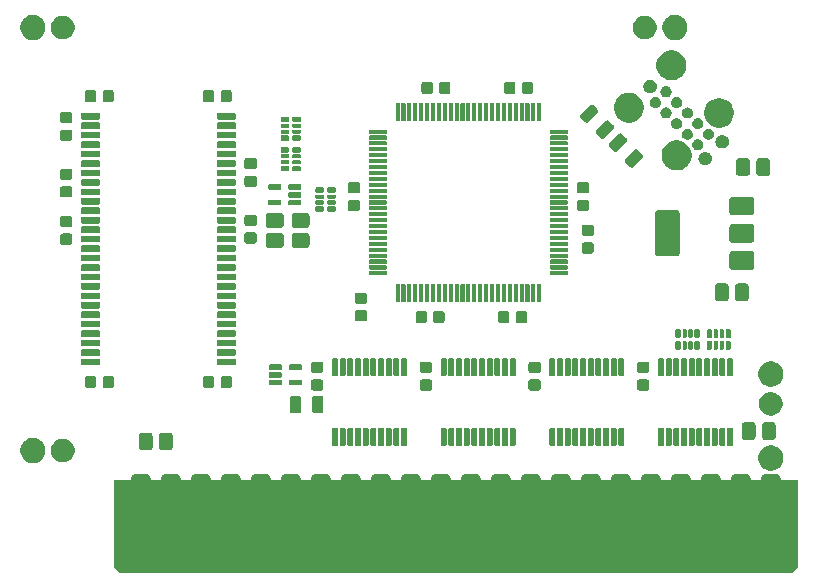
<source format=gts>
G04 #@! TF.GenerationSoftware,KiCad,Pcbnew,(5.1.5-0-10_14)*
G04 #@! TF.CreationDate,2020-07-05T22:44:07-04:00*
G04 #@! TF.ProjectId,RAM2GS,52414d32-4753-42e6-9b69-6361645f7063,rev?*
G04 #@! TF.SameCoordinates,Original*
G04 #@! TF.FileFunction,Soldermask,Top*
G04 #@! TF.FilePolarity,Negative*
%FSLAX46Y46*%
G04 Gerber Fmt 4.6, Leading zero omitted, Abs format (unit mm)*
G04 Created by KiCad (PCBNEW (5.1.5-0-10_14)) date 2020-07-05 22:44:07*
%MOMM*%
%LPD*%
G04 APERTURE LIST*
%ADD10C,0.100000*%
G04 APERTURE END LIST*
D10*
G36*
X113284000Y-139446000D02*
G01*
X112776000Y-139954000D01*
X55880000Y-139954000D01*
X55372000Y-139446000D01*
X55372000Y-132080000D01*
X113284000Y-132080000D01*
X113284000Y-139446000D01*
G37*
G36*
X111518220Y-131544798D02*
G01*
X111591993Y-131567176D01*
X111659982Y-131603518D01*
X111719575Y-131652425D01*
X111768482Y-131712018D01*
X111804824Y-131780007D01*
X111827202Y-131853780D01*
X111835000Y-131932954D01*
X111835000Y-138631046D01*
X111827202Y-138710220D01*
X111804824Y-138783993D01*
X111768482Y-138851982D01*
X111719575Y-138911575D01*
X111659982Y-138960482D01*
X111591993Y-138996824D01*
X111518220Y-139019202D01*
X111439046Y-139027000D01*
X110556954Y-139027000D01*
X110477780Y-139019202D01*
X110404007Y-138996824D01*
X110336018Y-138960482D01*
X110276425Y-138911575D01*
X110227518Y-138851982D01*
X110191176Y-138783993D01*
X110168798Y-138710220D01*
X110161000Y-138631046D01*
X110161000Y-131932954D01*
X110168798Y-131853780D01*
X110191176Y-131780007D01*
X110227518Y-131712018D01*
X110276425Y-131652425D01*
X110336018Y-131603518D01*
X110404007Y-131567176D01*
X110477780Y-131544798D01*
X110556954Y-131537000D01*
X111439046Y-131537000D01*
X111518220Y-131544798D01*
G37*
G36*
X108978220Y-131544798D02*
G01*
X109051993Y-131567176D01*
X109119982Y-131603518D01*
X109179575Y-131652425D01*
X109228482Y-131712018D01*
X109264824Y-131780007D01*
X109287202Y-131853780D01*
X109295000Y-131932954D01*
X109295000Y-138631046D01*
X109287202Y-138710220D01*
X109264824Y-138783993D01*
X109228482Y-138851982D01*
X109179575Y-138911575D01*
X109119982Y-138960482D01*
X109051993Y-138996824D01*
X108978220Y-139019202D01*
X108899046Y-139027000D01*
X108016954Y-139027000D01*
X107937780Y-139019202D01*
X107864007Y-138996824D01*
X107796018Y-138960482D01*
X107736425Y-138911575D01*
X107687518Y-138851982D01*
X107651176Y-138783993D01*
X107628798Y-138710220D01*
X107621000Y-138631046D01*
X107621000Y-131932954D01*
X107628798Y-131853780D01*
X107651176Y-131780007D01*
X107687518Y-131712018D01*
X107736425Y-131652425D01*
X107796018Y-131603518D01*
X107864007Y-131567176D01*
X107937780Y-131544798D01*
X108016954Y-131537000D01*
X108899046Y-131537000D01*
X108978220Y-131544798D01*
G37*
G36*
X106438220Y-131544798D02*
G01*
X106511993Y-131567176D01*
X106579982Y-131603518D01*
X106639575Y-131652425D01*
X106688482Y-131712018D01*
X106724824Y-131780007D01*
X106747202Y-131853780D01*
X106755000Y-131932954D01*
X106755000Y-138631046D01*
X106747202Y-138710220D01*
X106724824Y-138783993D01*
X106688482Y-138851982D01*
X106639575Y-138911575D01*
X106579982Y-138960482D01*
X106511993Y-138996824D01*
X106438220Y-139019202D01*
X106359046Y-139027000D01*
X105476954Y-139027000D01*
X105397780Y-139019202D01*
X105324007Y-138996824D01*
X105256018Y-138960482D01*
X105196425Y-138911575D01*
X105147518Y-138851982D01*
X105111176Y-138783993D01*
X105088798Y-138710220D01*
X105081000Y-138631046D01*
X105081000Y-131932954D01*
X105088798Y-131853780D01*
X105111176Y-131780007D01*
X105147518Y-131712018D01*
X105196425Y-131652425D01*
X105256018Y-131603518D01*
X105324007Y-131567176D01*
X105397780Y-131544798D01*
X105476954Y-131537000D01*
X106359046Y-131537000D01*
X106438220Y-131544798D01*
G37*
G36*
X103898220Y-131544798D02*
G01*
X103971993Y-131567176D01*
X104039982Y-131603518D01*
X104099575Y-131652425D01*
X104148482Y-131712018D01*
X104184824Y-131780007D01*
X104207202Y-131853780D01*
X104215000Y-131932954D01*
X104215000Y-138631046D01*
X104207202Y-138710220D01*
X104184824Y-138783993D01*
X104148482Y-138851982D01*
X104099575Y-138911575D01*
X104039982Y-138960482D01*
X103971993Y-138996824D01*
X103898220Y-139019202D01*
X103819046Y-139027000D01*
X102936954Y-139027000D01*
X102857780Y-139019202D01*
X102784007Y-138996824D01*
X102716018Y-138960482D01*
X102656425Y-138911575D01*
X102607518Y-138851982D01*
X102571176Y-138783993D01*
X102548798Y-138710220D01*
X102541000Y-138631046D01*
X102541000Y-131932954D01*
X102548798Y-131853780D01*
X102571176Y-131780007D01*
X102607518Y-131712018D01*
X102656425Y-131652425D01*
X102716018Y-131603518D01*
X102784007Y-131567176D01*
X102857780Y-131544798D01*
X102936954Y-131537000D01*
X103819046Y-131537000D01*
X103898220Y-131544798D01*
G37*
G36*
X101358220Y-131544798D02*
G01*
X101431993Y-131567176D01*
X101499982Y-131603518D01*
X101559575Y-131652425D01*
X101608482Y-131712018D01*
X101644824Y-131780007D01*
X101667202Y-131853780D01*
X101675000Y-131932954D01*
X101675000Y-138631046D01*
X101667202Y-138710220D01*
X101644824Y-138783993D01*
X101608482Y-138851982D01*
X101559575Y-138911575D01*
X101499982Y-138960482D01*
X101431993Y-138996824D01*
X101358220Y-139019202D01*
X101279046Y-139027000D01*
X100396954Y-139027000D01*
X100317780Y-139019202D01*
X100244007Y-138996824D01*
X100176018Y-138960482D01*
X100116425Y-138911575D01*
X100067518Y-138851982D01*
X100031176Y-138783993D01*
X100008798Y-138710220D01*
X100001000Y-138631046D01*
X100001000Y-131932954D01*
X100008798Y-131853780D01*
X100031176Y-131780007D01*
X100067518Y-131712018D01*
X100116425Y-131652425D01*
X100176018Y-131603518D01*
X100244007Y-131567176D01*
X100317780Y-131544798D01*
X100396954Y-131537000D01*
X101279046Y-131537000D01*
X101358220Y-131544798D01*
G37*
G36*
X98818220Y-131544798D02*
G01*
X98891993Y-131567176D01*
X98959982Y-131603518D01*
X99019575Y-131652425D01*
X99068482Y-131712018D01*
X99104824Y-131780007D01*
X99127202Y-131853780D01*
X99135000Y-131932954D01*
X99135000Y-138631046D01*
X99127202Y-138710220D01*
X99104824Y-138783993D01*
X99068482Y-138851982D01*
X99019575Y-138911575D01*
X98959982Y-138960482D01*
X98891993Y-138996824D01*
X98818220Y-139019202D01*
X98739046Y-139027000D01*
X97856954Y-139027000D01*
X97777780Y-139019202D01*
X97704007Y-138996824D01*
X97636018Y-138960482D01*
X97576425Y-138911575D01*
X97527518Y-138851982D01*
X97491176Y-138783993D01*
X97468798Y-138710220D01*
X97461000Y-138631046D01*
X97461000Y-131932954D01*
X97468798Y-131853780D01*
X97491176Y-131780007D01*
X97527518Y-131712018D01*
X97576425Y-131652425D01*
X97636018Y-131603518D01*
X97704007Y-131567176D01*
X97777780Y-131544798D01*
X97856954Y-131537000D01*
X98739046Y-131537000D01*
X98818220Y-131544798D01*
G37*
G36*
X96278220Y-131544798D02*
G01*
X96351993Y-131567176D01*
X96419982Y-131603518D01*
X96479575Y-131652425D01*
X96528482Y-131712018D01*
X96564824Y-131780007D01*
X96587202Y-131853780D01*
X96595000Y-131932954D01*
X96595000Y-138631046D01*
X96587202Y-138710220D01*
X96564824Y-138783993D01*
X96528482Y-138851982D01*
X96479575Y-138911575D01*
X96419982Y-138960482D01*
X96351993Y-138996824D01*
X96278220Y-139019202D01*
X96199046Y-139027000D01*
X95316954Y-139027000D01*
X95237780Y-139019202D01*
X95164007Y-138996824D01*
X95096018Y-138960482D01*
X95036425Y-138911575D01*
X94987518Y-138851982D01*
X94951176Y-138783993D01*
X94928798Y-138710220D01*
X94921000Y-138631046D01*
X94921000Y-131932954D01*
X94928798Y-131853780D01*
X94951176Y-131780007D01*
X94987518Y-131712018D01*
X95036425Y-131652425D01*
X95096018Y-131603518D01*
X95164007Y-131567176D01*
X95237780Y-131544798D01*
X95316954Y-131537000D01*
X96199046Y-131537000D01*
X96278220Y-131544798D01*
G37*
G36*
X93738220Y-131544798D02*
G01*
X93811993Y-131567176D01*
X93879982Y-131603518D01*
X93939575Y-131652425D01*
X93988482Y-131712018D01*
X94024824Y-131780007D01*
X94047202Y-131853780D01*
X94055000Y-131932954D01*
X94055000Y-138631046D01*
X94047202Y-138710220D01*
X94024824Y-138783993D01*
X93988482Y-138851982D01*
X93939575Y-138911575D01*
X93879982Y-138960482D01*
X93811993Y-138996824D01*
X93738220Y-139019202D01*
X93659046Y-139027000D01*
X92776954Y-139027000D01*
X92697780Y-139019202D01*
X92624007Y-138996824D01*
X92556018Y-138960482D01*
X92496425Y-138911575D01*
X92447518Y-138851982D01*
X92411176Y-138783993D01*
X92388798Y-138710220D01*
X92381000Y-138631046D01*
X92381000Y-131932954D01*
X92388798Y-131853780D01*
X92411176Y-131780007D01*
X92447518Y-131712018D01*
X92496425Y-131652425D01*
X92556018Y-131603518D01*
X92624007Y-131567176D01*
X92697780Y-131544798D01*
X92776954Y-131537000D01*
X93659046Y-131537000D01*
X93738220Y-131544798D01*
G37*
G36*
X91198220Y-131544798D02*
G01*
X91271993Y-131567176D01*
X91339982Y-131603518D01*
X91399575Y-131652425D01*
X91448482Y-131712018D01*
X91484824Y-131780007D01*
X91507202Y-131853780D01*
X91515000Y-131932954D01*
X91515000Y-138631046D01*
X91507202Y-138710220D01*
X91484824Y-138783993D01*
X91448482Y-138851982D01*
X91399575Y-138911575D01*
X91339982Y-138960482D01*
X91271993Y-138996824D01*
X91198220Y-139019202D01*
X91119046Y-139027000D01*
X90236954Y-139027000D01*
X90157780Y-139019202D01*
X90084007Y-138996824D01*
X90016018Y-138960482D01*
X89956425Y-138911575D01*
X89907518Y-138851982D01*
X89871176Y-138783993D01*
X89848798Y-138710220D01*
X89841000Y-138631046D01*
X89841000Y-131932954D01*
X89848798Y-131853780D01*
X89871176Y-131780007D01*
X89907518Y-131712018D01*
X89956425Y-131652425D01*
X90016018Y-131603518D01*
X90084007Y-131567176D01*
X90157780Y-131544798D01*
X90236954Y-131537000D01*
X91119046Y-131537000D01*
X91198220Y-131544798D01*
G37*
G36*
X88658220Y-131544798D02*
G01*
X88731993Y-131567176D01*
X88799982Y-131603518D01*
X88859575Y-131652425D01*
X88908482Y-131712018D01*
X88944824Y-131780007D01*
X88967202Y-131853780D01*
X88975000Y-131932954D01*
X88975000Y-138631046D01*
X88967202Y-138710220D01*
X88944824Y-138783993D01*
X88908482Y-138851982D01*
X88859575Y-138911575D01*
X88799982Y-138960482D01*
X88731993Y-138996824D01*
X88658220Y-139019202D01*
X88579046Y-139027000D01*
X87696954Y-139027000D01*
X87617780Y-139019202D01*
X87544007Y-138996824D01*
X87476018Y-138960482D01*
X87416425Y-138911575D01*
X87367518Y-138851982D01*
X87331176Y-138783993D01*
X87308798Y-138710220D01*
X87301000Y-138631046D01*
X87301000Y-131932954D01*
X87308798Y-131853780D01*
X87331176Y-131780007D01*
X87367518Y-131712018D01*
X87416425Y-131652425D01*
X87476018Y-131603518D01*
X87544007Y-131567176D01*
X87617780Y-131544798D01*
X87696954Y-131537000D01*
X88579046Y-131537000D01*
X88658220Y-131544798D01*
G37*
G36*
X86118220Y-131544798D02*
G01*
X86191993Y-131567176D01*
X86259982Y-131603518D01*
X86319575Y-131652425D01*
X86368482Y-131712018D01*
X86404824Y-131780007D01*
X86427202Y-131853780D01*
X86435000Y-131932954D01*
X86435000Y-138631046D01*
X86427202Y-138710220D01*
X86404824Y-138783993D01*
X86368482Y-138851982D01*
X86319575Y-138911575D01*
X86259982Y-138960482D01*
X86191993Y-138996824D01*
X86118220Y-139019202D01*
X86039046Y-139027000D01*
X85156954Y-139027000D01*
X85077780Y-139019202D01*
X85004007Y-138996824D01*
X84936018Y-138960482D01*
X84876425Y-138911575D01*
X84827518Y-138851982D01*
X84791176Y-138783993D01*
X84768798Y-138710220D01*
X84761000Y-138631046D01*
X84761000Y-131932954D01*
X84768798Y-131853780D01*
X84791176Y-131780007D01*
X84827518Y-131712018D01*
X84876425Y-131652425D01*
X84936018Y-131603518D01*
X85004007Y-131567176D01*
X85077780Y-131544798D01*
X85156954Y-131537000D01*
X86039046Y-131537000D01*
X86118220Y-131544798D01*
G37*
G36*
X83578220Y-131544798D02*
G01*
X83651993Y-131567176D01*
X83719982Y-131603518D01*
X83779575Y-131652425D01*
X83828482Y-131712018D01*
X83864824Y-131780007D01*
X83887202Y-131853780D01*
X83895000Y-131932954D01*
X83895000Y-138631046D01*
X83887202Y-138710220D01*
X83864824Y-138783993D01*
X83828482Y-138851982D01*
X83779575Y-138911575D01*
X83719982Y-138960482D01*
X83651993Y-138996824D01*
X83578220Y-139019202D01*
X83499046Y-139027000D01*
X82616954Y-139027000D01*
X82537780Y-139019202D01*
X82464007Y-138996824D01*
X82396018Y-138960482D01*
X82336425Y-138911575D01*
X82287518Y-138851982D01*
X82251176Y-138783993D01*
X82228798Y-138710220D01*
X82221000Y-138631046D01*
X82221000Y-131932954D01*
X82228798Y-131853780D01*
X82251176Y-131780007D01*
X82287518Y-131712018D01*
X82336425Y-131652425D01*
X82396018Y-131603518D01*
X82464007Y-131567176D01*
X82537780Y-131544798D01*
X82616954Y-131537000D01*
X83499046Y-131537000D01*
X83578220Y-131544798D01*
G37*
G36*
X81038220Y-131544798D02*
G01*
X81111993Y-131567176D01*
X81179982Y-131603518D01*
X81239575Y-131652425D01*
X81288482Y-131712018D01*
X81324824Y-131780007D01*
X81347202Y-131853780D01*
X81355000Y-131932954D01*
X81355000Y-138631046D01*
X81347202Y-138710220D01*
X81324824Y-138783993D01*
X81288482Y-138851982D01*
X81239575Y-138911575D01*
X81179982Y-138960482D01*
X81111993Y-138996824D01*
X81038220Y-139019202D01*
X80959046Y-139027000D01*
X80076954Y-139027000D01*
X79997780Y-139019202D01*
X79924007Y-138996824D01*
X79856018Y-138960482D01*
X79796425Y-138911575D01*
X79747518Y-138851982D01*
X79711176Y-138783993D01*
X79688798Y-138710220D01*
X79681000Y-138631046D01*
X79681000Y-131932954D01*
X79688798Y-131853780D01*
X79711176Y-131780007D01*
X79747518Y-131712018D01*
X79796425Y-131652425D01*
X79856018Y-131603518D01*
X79924007Y-131567176D01*
X79997780Y-131544798D01*
X80076954Y-131537000D01*
X80959046Y-131537000D01*
X81038220Y-131544798D01*
G37*
G36*
X78498220Y-131544798D02*
G01*
X78571993Y-131567176D01*
X78639982Y-131603518D01*
X78699575Y-131652425D01*
X78748482Y-131712018D01*
X78784824Y-131780007D01*
X78807202Y-131853780D01*
X78815000Y-131932954D01*
X78815000Y-138631046D01*
X78807202Y-138710220D01*
X78784824Y-138783993D01*
X78748482Y-138851982D01*
X78699575Y-138911575D01*
X78639982Y-138960482D01*
X78571993Y-138996824D01*
X78498220Y-139019202D01*
X78419046Y-139027000D01*
X77536954Y-139027000D01*
X77457780Y-139019202D01*
X77384007Y-138996824D01*
X77316018Y-138960482D01*
X77256425Y-138911575D01*
X77207518Y-138851982D01*
X77171176Y-138783993D01*
X77148798Y-138710220D01*
X77141000Y-138631046D01*
X77141000Y-131932954D01*
X77148798Y-131853780D01*
X77171176Y-131780007D01*
X77207518Y-131712018D01*
X77256425Y-131652425D01*
X77316018Y-131603518D01*
X77384007Y-131567176D01*
X77457780Y-131544798D01*
X77536954Y-131537000D01*
X78419046Y-131537000D01*
X78498220Y-131544798D01*
G37*
G36*
X75958220Y-131544798D02*
G01*
X76031993Y-131567176D01*
X76099982Y-131603518D01*
X76159575Y-131652425D01*
X76208482Y-131712018D01*
X76244824Y-131780007D01*
X76267202Y-131853780D01*
X76275000Y-131932954D01*
X76275000Y-138631046D01*
X76267202Y-138710220D01*
X76244824Y-138783993D01*
X76208482Y-138851982D01*
X76159575Y-138911575D01*
X76099982Y-138960482D01*
X76031993Y-138996824D01*
X75958220Y-139019202D01*
X75879046Y-139027000D01*
X74996954Y-139027000D01*
X74917780Y-139019202D01*
X74844007Y-138996824D01*
X74776018Y-138960482D01*
X74716425Y-138911575D01*
X74667518Y-138851982D01*
X74631176Y-138783993D01*
X74608798Y-138710220D01*
X74601000Y-138631046D01*
X74601000Y-131932954D01*
X74608798Y-131853780D01*
X74631176Y-131780007D01*
X74667518Y-131712018D01*
X74716425Y-131652425D01*
X74776018Y-131603518D01*
X74844007Y-131567176D01*
X74917780Y-131544798D01*
X74996954Y-131537000D01*
X75879046Y-131537000D01*
X75958220Y-131544798D01*
G37*
G36*
X73418220Y-131544798D02*
G01*
X73491993Y-131567176D01*
X73559982Y-131603518D01*
X73619575Y-131652425D01*
X73668482Y-131712018D01*
X73704824Y-131780007D01*
X73727202Y-131853780D01*
X73735000Y-131932954D01*
X73735000Y-138631046D01*
X73727202Y-138710220D01*
X73704824Y-138783993D01*
X73668482Y-138851982D01*
X73619575Y-138911575D01*
X73559982Y-138960482D01*
X73491993Y-138996824D01*
X73418220Y-139019202D01*
X73339046Y-139027000D01*
X72456954Y-139027000D01*
X72377780Y-139019202D01*
X72304007Y-138996824D01*
X72236018Y-138960482D01*
X72176425Y-138911575D01*
X72127518Y-138851982D01*
X72091176Y-138783993D01*
X72068798Y-138710220D01*
X72061000Y-138631046D01*
X72061000Y-131932954D01*
X72068798Y-131853780D01*
X72091176Y-131780007D01*
X72127518Y-131712018D01*
X72176425Y-131652425D01*
X72236018Y-131603518D01*
X72304007Y-131567176D01*
X72377780Y-131544798D01*
X72456954Y-131537000D01*
X73339046Y-131537000D01*
X73418220Y-131544798D01*
G37*
G36*
X70878220Y-131544798D02*
G01*
X70951993Y-131567176D01*
X71019982Y-131603518D01*
X71079575Y-131652425D01*
X71128482Y-131712018D01*
X71164824Y-131780007D01*
X71187202Y-131853780D01*
X71195000Y-131932954D01*
X71195000Y-138631046D01*
X71187202Y-138710220D01*
X71164824Y-138783993D01*
X71128482Y-138851982D01*
X71079575Y-138911575D01*
X71019982Y-138960482D01*
X70951993Y-138996824D01*
X70878220Y-139019202D01*
X70799046Y-139027000D01*
X69916954Y-139027000D01*
X69837780Y-139019202D01*
X69764007Y-138996824D01*
X69696018Y-138960482D01*
X69636425Y-138911575D01*
X69587518Y-138851982D01*
X69551176Y-138783993D01*
X69528798Y-138710220D01*
X69521000Y-138631046D01*
X69521000Y-131932954D01*
X69528798Y-131853780D01*
X69551176Y-131780007D01*
X69587518Y-131712018D01*
X69636425Y-131652425D01*
X69696018Y-131603518D01*
X69764007Y-131567176D01*
X69837780Y-131544798D01*
X69916954Y-131537000D01*
X70799046Y-131537000D01*
X70878220Y-131544798D01*
G37*
G36*
X68338220Y-131544798D02*
G01*
X68411993Y-131567176D01*
X68479982Y-131603518D01*
X68539575Y-131652425D01*
X68588482Y-131712018D01*
X68624824Y-131780007D01*
X68647202Y-131853780D01*
X68655000Y-131932954D01*
X68655000Y-138631046D01*
X68647202Y-138710220D01*
X68624824Y-138783993D01*
X68588482Y-138851982D01*
X68539575Y-138911575D01*
X68479982Y-138960482D01*
X68411993Y-138996824D01*
X68338220Y-139019202D01*
X68259046Y-139027000D01*
X67376954Y-139027000D01*
X67297780Y-139019202D01*
X67224007Y-138996824D01*
X67156018Y-138960482D01*
X67096425Y-138911575D01*
X67047518Y-138851982D01*
X67011176Y-138783993D01*
X66988798Y-138710220D01*
X66981000Y-138631046D01*
X66981000Y-131932954D01*
X66988798Y-131853780D01*
X67011176Y-131780007D01*
X67047518Y-131712018D01*
X67096425Y-131652425D01*
X67156018Y-131603518D01*
X67224007Y-131567176D01*
X67297780Y-131544798D01*
X67376954Y-131537000D01*
X68259046Y-131537000D01*
X68338220Y-131544798D01*
G37*
G36*
X65798220Y-131544798D02*
G01*
X65871993Y-131567176D01*
X65939982Y-131603518D01*
X65999575Y-131652425D01*
X66048482Y-131712018D01*
X66084824Y-131780007D01*
X66107202Y-131853780D01*
X66115000Y-131932954D01*
X66115000Y-138631046D01*
X66107202Y-138710220D01*
X66084824Y-138783993D01*
X66048482Y-138851982D01*
X65999575Y-138911575D01*
X65939982Y-138960482D01*
X65871993Y-138996824D01*
X65798220Y-139019202D01*
X65719046Y-139027000D01*
X64836954Y-139027000D01*
X64757780Y-139019202D01*
X64684007Y-138996824D01*
X64616018Y-138960482D01*
X64556425Y-138911575D01*
X64507518Y-138851982D01*
X64471176Y-138783993D01*
X64448798Y-138710220D01*
X64441000Y-138631046D01*
X64441000Y-131932954D01*
X64448798Y-131853780D01*
X64471176Y-131780007D01*
X64507518Y-131712018D01*
X64556425Y-131652425D01*
X64616018Y-131603518D01*
X64684007Y-131567176D01*
X64757780Y-131544798D01*
X64836954Y-131537000D01*
X65719046Y-131537000D01*
X65798220Y-131544798D01*
G37*
G36*
X63258220Y-131544798D02*
G01*
X63331993Y-131567176D01*
X63399982Y-131603518D01*
X63459575Y-131652425D01*
X63508482Y-131712018D01*
X63544824Y-131780007D01*
X63567202Y-131853780D01*
X63575000Y-131932954D01*
X63575000Y-138631046D01*
X63567202Y-138710220D01*
X63544824Y-138783993D01*
X63508482Y-138851982D01*
X63459575Y-138911575D01*
X63399982Y-138960482D01*
X63331993Y-138996824D01*
X63258220Y-139019202D01*
X63179046Y-139027000D01*
X62296954Y-139027000D01*
X62217780Y-139019202D01*
X62144007Y-138996824D01*
X62076018Y-138960482D01*
X62016425Y-138911575D01*
X61967518Y-138851982D01*
X61931176Y-138783993D01*
X61908798Y-138710220D01*
X61901000Y-138631046D01*
X61901000Y-131932954D01*
X61908798Y-131853780D01*
X61931176Y-131780007D01*
X61967518Y-131712018D01*
X62016425Y-131652425D01*
X62076018Y-131603518D01*
X62144007Y-131567176D01*
X62217780Y-131544798D01*
X62296954Y-131537000D01*
X63179046Y-131537000D01*
X63258220Y-131544798D01*
G37*
G36*
X60718220Y-131544798D02*
G01*
X60791993Y-131567176D01*
X60859982Y-131603518D01*
X60919575Y-131652425D01*
X60968482Y-131712018D01*
X61004824Y-131780007D01*
X61027202Y-131853780D01*
X61035000Y-131932954D01*
X61035000Y-138631046D01*
X61027202Y-138710220D01*
X61004824Y-138783993D01*
X60968482Y-138851982D01*
X60919575Y-138911575D01*
X60859982Y-138960482D01*
X60791993Y-138996824D01*
X60718220Y-139019202D01*
X60639046Y-139027000D01*
X59756954Y-139027000D01*
X59677780Y-139019202D01*
X59604007Y-138996824D01*
X59536018Y-138960482D01*
X59476425Y-138911575D01*
X59427518Y-138851982D01*
X59391176Y-138783993D01*
X59368798Y-138710220D01*
X59361000Y-138631046D01*
X59361000Y-131932954D01*
X59368798Y-131853780D01*
X59391176Y-131780007D01*
X59427518Y-131712018D01*
X59476425Y-131652425D01*
X59536018Y-131603518D01*
X59604007Y-131567176D01*
X59677780Y-131544798D01*
X59756954Y-131537000D01*
X60639046Y-131537000D01*
X60718220Y-131544798D01*
G37*
G36*
X58178220Y-131544798D02*
G01*
X58251993Y-131567176D01*
X58319982Y-131603518D01*
X58379575Y-131652425D01*
X58428482Y-131712018D01*
X58464824Y-131780007D01*
X58487202Y-131853780D01*
X58495000Y-131932954D01*
X58495000Y-138631046D01*
X58487202Y-138710220D01*
X58464824Y-138783993D01*
X58428482Y-138851982D01*
X58379575Y-138911575D01*
X58319982Y-138960482D01*
X58251993Y-138996824D01*
X58178220Y-139019202D01*
X58099046Y-139027000D01*
X57216954Y-139027000D01*
X57137780Y-139019202D01*
X57064007Y-138996824D01*
X56996018Y-138960482D01*
X56936425Y-138911575D01*
X56887518Y-138851982D01*
X56851176Y-138783993D01*
X56828798Y-138710220D01*
X56821000Y-138631046D01*
X56821000Y-131932954D01*
X56828798Y-131853780D01*
X56851176Y-131780007D01*
X56887518Y-131712018D01*
X56936425Y-131652425D01*
X56996018Y-131603518D01*
X57064007Y-131567176D01*
X57137780Y-131544798D01*
X57216954Y-131537000D01*
X58099046Y-131537000D01*
X58178220Y-131544798D01*
G37*
G36*
X111311564Y-129141311D02*
G01*
X111507202Y-129222347D01*
X111534370Y-129240500D01*
X111683272Y-129339993D01*
X111833007Y-129489728D01*
X111858579Y-129528000D01*
X111950653Y-129665798D01*
X112031689Y-129861436D01*
X112073000Y-130069120D01*
X112073000Y-130280880D01*
X112031689Y-130488564D01*
X111950653Y-130684202D01*
X111950652Y-130684203D01*
X111833007Y-130860272D01*
X111683272Y-131010007D01*
X111565626Y-131088615D01*
X111507202Y-131127653D01*
X111311564Y-131208689D01*
X111103880Y-131250000D01*
X110892120Y-131250000D01*
X110684436Y-131208689D01*
X110488798Y-131127653D01*
X110430374Y-131088615D01*
X110312728Y-131010007D01*
X110162993Y-130860272D01*
X110045348Y-130684203D01*
X110045347Y-130684202D01*
X109964311Y-130488564D01*
X109923000Y-130280880D01*
X109923000Y-130069120D01*
X109964311Y-129861436D01*
X110045347Y-129665798D01*
X110137421Y-129528000D01*
X110162993Y-129489728D01*
X110312728Y-129339993D01*
X110461630Y-129240500D01*
X110488798Y-129222347D01*
X110684436Y-129141311D01*
X110892120Y-129100000D01*
X111103880Y-129100000D01*
X111311564Y-129141311D01*
G37*
G36*
X48827564Y-128506311D02*
G01*
X49023202Y-128587347D01*
X49081626Y-128626385D01*
X49199272Y-128704993D01*
X49349007Y-128854728D01*
X49380953Y-128902539D01*
X49466653Y-129030798D01*
X49547689Y-129226436D01*
X49589000Y-129434120D01*
X49589000Y-129645880D01*
X49547689Y-129853564D01*
X49466653Y-130049202D01*
X49466652Y-130049203D01*
X49349007Y-130225272D01*
X49199272Y-130375007D01*
X49122672Y-130426189D01*
X49023202Y-130492653D01*
X48827564Y-130573689D01*
X48619880Y-130615000D01*
X48408120Y-130615000D01*
X48200436Y-130573689D01*
X48004798Y-130492653D01*
X47905328Y-130426189D01*
X47828728Y-130375007D01*
X47678993Y-130225272D01*
X47561348Y-130049203D01*
X47561347Y-130049202D01*
X47480311Y-129853564D01*
X47439000Y-129645880D01*
X47439000Y-129434120D01*
X47480311Y-129226436D01*
X47561347Y-129030798D01*
X47647047Y-128902539D01*
X47678993Y-128854728D01*
X47828728Y-128704993D01*
X47946374Y-128626385D01*
X48004798Y-128587347D01*
X48200436Y-128506311D01*
X48408120Y-128465000D01*
X48619880Y-128465000D01*
X48827564Y-128506311D01*
G37*
G36*
X51249090Y-128559215D02*
G01*
X51345689Y-128578429D01*
X51527678Y-128653811D01*
X51691463Y-128763249D01*
X51830751Y-128902537D01*
X51940189Y-129066322D01*
X52015571Y-129248311D01*
X52015571Y-129248313D01*
X52054000Y-129441507D01*
X52054000Y-129638493D01*
X52034786Y-129735090D01*
X52015571Y-129831689D01*
X51940189Y-130013678D01*
X51830751Y-130177463D01*
X51691463Y-130316751D01*
X51527678Y-130426189D01*
X51345689Y-130501571D01*
X51249090Y-130520785D01*
X51152493Y-130540000D01*
X50955507Y-130540000D01*
X50858910Y-130520785D01*
X50762311Y-130501571D01*
X50580322Y-130426189D01*
X50416537Y-130316751D01*
X50277249Y-130177463D01*
X50167811Y-130013678D01*
X50092429Y-129831689D01*
X50073214Y-129735090D01*
X50054000Y-129638493D01*
X50054000Y-129441507D01*
X50092429Y-129248313D01*
X50092429Y-129248311D01*
X50167811Y-129066322D01*
X50277249Y-128902537D01*
X50416537Y-128763249D01*
X50580322Y-128653811D01*
X50762311Y-128578429D01*
X50858910Y-128559215D01*
X50955507Y-128540000D01*
X51152493Y-128540000D01*
X51249090Y-128559215D01*
G37*
G36*
X60141663Y-128033281D02*
G01*
X60190863Y-128048206D01*
X60236201Y-128072439D01*
X60275944Y-128105056D01*
X60308561Y-128144799D01*
X60332794Y-128190137D01*
X60347719Y-128239337D01*
X60353000Y-128292954D01*
X60353000Y-129263046D01*
X60347719Y-129316663D01*
X60332794Y-129365863D01*
X60308561Y-129411201D01*
X60275944Y-129450944D01*
X60236201Y-129483561D01*
X60190863Y-129507794D01*
X60141663Y-129522719D01*
X60088046Y-129528000D01*
X59467954Y-129528000D01*
X59414337Y-129522719D01*
X59365137Y-129507794D01*
X59319799Y-129483561D01*
X59280056Y-129450944D01*
X59247439Y-129411201D01*
X59223206Y-129365863D01*
X59208281Y-129316663D01*
X59203000Y-129263046D01*
X59203000Y-128292954D01*
X59208281Y-128239337D01*
X59223206Y-128190137D01*
X59247439Y-128144799D01*
X59280056Y-128105056D01*
X59319799Y-128072439D01*
X59365137Y-128048206D01*
X59414337Y-128033281D01*
X59467954Y-128028000D01*
X60088046Y-128028000D01*
X60141663Y-128033281D01*
G37*
G36*
X58441663Y-128033281D02*
G01*
X58490863Y-128048206D01*
X58536201Y-128072439D01*
X58575944Y-128105056D01*
X58608561Y-128144799D01*
X58632794Y-128190137D01*
X58647719Y-128239337D01*
X58653000Y-128292954D01*
X58653000Y-129263046D01*
X58647719Y-129316663D01*
X58632794Y-129365863D01*
X58608561Y-129411201D01*
X58575944Y-129450944D01*
X58536201Y-129483561D01*
X58490863Y-129507794D01*
X58441663Y-129522719D01*
X58388046Y-129528000D01*
X57767954Y-129528000D01*
X57714337Y-129522719D01*
X57665137Y-129507794D01*
X57619799Y-129483561D01*
X57580056Y-129450944D01*
X57547439Y-129411201D01*
X57523206Y-129365863D01*
X57508281Y-129316663D01*
X57503000Y-129263046D01*
X57503000Y-128292954D01*
X57508281Y-128239337D01*
X57523206Y-128190137D01*
X57547439Y-128144799D01*
X57580056Y-128105056D01*
X57619799Y-128072439D01*
X57665137Y-128048206D01*
X57714337Y-128033281D01*
X57767954Y-128028000D01*
X58388046Y-128028000D01*
X58441663Y-128033281D01*
G37*
G36*
X84768865Y-127653149D02*
G01*
X84787485Y-127658797D01*
X84804643Y-127667968D01*
X84819686Y-127680314D01*
X84832032Y-127695357D01*
X84841203Y-127712515D01*
X84846851Y-127731135D01*
X84849000Y-127752954D01*
X84849000Y-129047046D01*
X84846851Y-129068865D01*
X84841203Y-129087485D01*
X84832032Y-129104643D01*
X84819686Y-129119686D01*
X84804643Y-129132032D01*
X84787485Y-129141203D01*
X84768865Y-129146851D01*
X84747046Y-129149000D01*
X84452954Y-129149000D01*
X84431135Y-129146851D01*
X84412515Y-129141203D01*
X84395357Y-129132032D01*
X84380314Y-129119686D01*
X84367968Y-129104643D01*
X84358797Y-129087485D01*
X84353149Y-129068865D01*
X84351000Y-129047046D01*
X84351000Y-127752954D01*
X84353149Y-127731135D01*
X84358797Y-127712515D01*
X84367968Y-127695357D01*
X84380314Y-127680314D01*
X84395357Y-127667968D01*
X84412515Y-127658797D01*
X84431135Y-127653149D01*
X84452954Y-127651000D01*
X84747046Y-127651000D01*
X84768865Y-127653149D01*
G37*
G36*
X84118865Y-127653149D02*
G01*
X84137485Y-127658797D01*
X84154643Y-127667968D01*
X84169686Y-127680314D01*
X84182032Y-127695357D01*
X84191203Y-127712515D01*
X84196851Y-127731135D01*
X84199000Y-127752954D01*
X84199000Y-129047046D01*
X84196851Y-129068865D01*
X84191203Y-129087485D01*
X84182032Y-129104643D01*
X84169686Y-129119686D01*
X84154643Y-129132032D01*
X84137485Y-129141203D01*
X84118865Y-129146851D01*
X84097046Y-129149000D01*
X83802954Y-129149000D01*
X83781135Y-129146851D01*
X83762515Y-129141203D01*
X83745357Y-129132032D01*
X83730314Y-129119686D01*
X83717968Y-129104643D01*
X83708797Y-129087485D01*
X83703149Y-129068865D01*
X83701000Y-129047046D01*
X83701000Y-127752954D01*
X83703149Y-127731135D01*
X83708797Y-127712515D01*
X83717968Y-127695357D01*
X83730314Y-127680314D01*
X83745357Y-127667968D01*
X83762515Y-127658797D01*
X83781135Y-127653149D01*
X83802954Y-127651000D01*
X84097046Y-127651000D01*
X84118865Y-127653149D01*
G37*
G36*
X83468865Y-127653149D02*
G01*
X83487485Y-127658797D01*
X83504643Y-127667968D01*
X83519686Y-127680314D01*
X83532032Y-127695357D01*
X83541203Y-127712515D01*
X83546851Y-127731135D01*
X83549000Y-127752954D01*
X83549000Y-129047046D01*
X83546851Y-129068865D01*
X83541203Y-129087485D01*
X83532032Y-129104643D01*
X83519686Y-129119686D01*
X83504643Y-129132032D01*
X83487485Y-129141203D01*
X83468865Y-129146851D01*
X83447046Y-129149000D01*
X83152954Y-129149000D01*
X83131135Y-129146851D01*
X83112515Y-129141203D01*
X83095357Y-129132032D01*
X83080314Y-129119686D01*
X83067968Y-129104643D01*
X83058797Y-129087485D01*
X83053149Y-129068865D01*
X83051000Y-129047046D01*
X83051000Y-127752954D01*
X83053149Y-127731135D01*
X83058797Y-127712515D01*
X83067968Y-127695357D01*
X83080314Y-127680314D01*
X83095357Y-127667968D01*
X83112515Y-127658797D01*
X83131135Y-127653149D01*
X83152954Y-127651000D01*
X83447046Y-127651000D01*
X83468865Y-127653149D01*
G37*
G36*
X80118865Y-127653149D02*
G01*
X80137485Y-127658797D01*
X80154643Y-127667968D01*
X80169686Y-127680314D01*
X80182032Y-127695357D01*
X80191203Y-127712515D01*
X80196851Y-127731135D01*
X80199000Y-127752954D01*
X80199000Y-129047046D01*
X80196851Y-129068865D01*
X80191203Y-129087485D01*
X80182032Y-129104643D01*
X80169686Y-129119686D01*
X80154643Y-129132032D01*
X80137485Y-129141203D01*
X80118865Y-129146851D01*
X80097046Y-129149000D01*
X79802954Y-129149000D01*
X79781135Y-129146851D01*
X79762515Y-129141203D01*
X79745357Y-129132032D01*
X79730314Y-129119686D01*
X79717968Y-129104643D01*
X79708797Y-129087485D01*
X79703149Y-129068865D01*
X79701000Y-129047046D01*
X79701000Y-127752954D01*
X79703149Y-127731135D01*
X79708797Y-127712515D01*
X79717968Y-127695357D01*
X79730314Y-127680314D01*
X79745357Y-127667968D01*
X79762515Y-127658797D01*
X79781135Y-127653149D01*
X79802954Y-127651000D01*
X80097046Y-127651000D01*
X80118865Y-127653149D01*
G37*
G36*
X79468865Y-127653149D02*
G01*
X79487485Y-127658797D01*
X79504643Y-127667968D01*
X79519686Y-127680314D01*
X79532032Y-127695357D01*
X79541203Y-127712515D01*
X79546851Y-127731135D01*
X79549000Y-127752954D01*
X79549000Y-129047046D01*
X79546851Y-129068865D01*
X79541203Y-129087485D01*
X79532032Y-129104643D01*
X79519686Y-129119686D01*
X79504643Y-129132032D01*
X79487485Y-129141203D01*
X79468865Y-129146851D01*
X79447046Y-129149000D01*
X79152954Y-129149000D01*
X79131135Y-129146851D01*
X79112515Y-129141203D01*
X79095357Y-129132032D01*
X79080314Y-129119686D01*
X79067968Y-129104643D01*
X79058797Y-129087485D01*
X79053149Y-129068865D01*
X79051000Y-129047046D01*
X79051000Y-127752954D01*
X79053149Y-127731135D01*
X79058797Y-127712515D01*
X79067968Y-127695357D01*
X79080314Y-127680314D01*
X79095357Y-127667968D01*
X79112515Y-127658797D01*
X79131135Y-127653149D01*
X79152954Y-127651000D01*
X79447046Y-127651000D01*
X79468865Y-127653149D01*
G37*
G36*
X78818865Y-127653149D02*
G01*
X78837485Y-127658797D01*
X78854643Y-127667968D01*
X78869686Y-127680314D01*
X78882032Y-127695357D01*
X78891203Y-127712515D01*
X78896851Y-127731135D01*
X78899000Y-127752954D01*
X78899000Y-129047046D01*
X78896851Y-129068865D01*
X78891203Y-129087485D01*
X78882032Y-129104643D01*
X78869686Y-129119686D01*
X78854643Y-129132032D01*
X78837485Y-129141203D01*
X78818865Y-129146851D01*
X78797046Y-129149000D01*
X78502954Y-129149000D01*
X78481135Y-129146851D01*
X78462515Y-129141203D01*
X78445357Y-129132032D01*
X78430314Y-129119686D01*
X78417968Y-129104643D01*
X78408797Y-129087485D01*
X78403149Y-129068865D01*
X78401000Y-129047046D01*
X78401000Y-127752954D01*
X78403149Y-127731135D01*
X78408797Y-127712515D01*
X78417968Y-127695357D01*
X78430314Y-127680314D01*
X78445357Y-127667968D01*
X78462515Y-127658797D01*
X78481135Y-127653149D01*
X78502954Y-127651000D01*
X78797046Y-127651000D01*
X78818865Y-127653149D01*
G37*
G36*
X78168865Y-127653149D02*
G01*
X78187485Y-127658797D01*
X78204643Y-127667968D01*
X78219686Y-127680314D01*
X78232032Y-127695357D01*
X78241203Y-127712515D01*
X78246851Y-127731135D01*
X78249000Y-127752954D01*
X78249000Y-129047046D01*
X78246851Y-129068865D01*
X78241203Y-129087485D01*
X78232032Y-129104643D01*
X78219686Y-129119686D01*
X78204643Y-129132032D01*
X78187485Y-129141203D01*
X78168865Y-129146851D01*
X78147046Y-129149000D01*
X77852954Y-129149000D01*
X77831135Y-129146851D01*
X77812515Y-129141203D01*
X77795357Y-129132032D01*
X77780314Y-129119686D01*
X77767968Y-129104643D01*
X77758797Y-129087485D01*
X77753149Y-129068865D01*
X77751000Y-129047046D01*
X77751000Y-127752954D01*
X77753149Y-127731135D01*
X77758797Y-127712515D01*
X77767968Y-127695357D01*
X77780314Y-127680314D01*
X77795357Y-127667968D01*
X77812515Y-127658797D01*
X77831135Y-127653149D01*
X77852954Y-127651000D01*
X78147046Y-127651000D01*
X78168865Y-127653149D01*
G37*
G36*
X77518865Y-127653149D02*
G01*
X77537485Y-127658797D01*
X77554643Y-127667968D01*
X77569686Y-127680314D01*
X77582032Y-127695357D01*
X77591203Y-127712515D01*
X77596851Y-127731135D01*
X77599000Y-127752954D01*
X77599000Y-129047046D01*
X77596851Y-129068865D01*
X77591203Y-129087485D01*
X77582032Y-129104643D01*
X77569686Y-129119686D01*
X77554643Y-129132032D01*
X77537485Y-129141203D01*
X77518865Y-129146851D01*
X77497046Y-129149000D01*
X77202954Y-129149000D01*
X77181135Y-129146851D01*
X77162515Y-129141203D01*
X77145357Y-129132032D01*
X77130314Y-129119686D01*
X77117968Y-129104643D01*
X77108797Y-129087485D01*
X77103149Y-129068865D01*
X77101000Y-129047046D01*
X77101000Y-127752954D01*
X77103149Y-127731135D01*
X77108797Y-127712515D01*
X77117968Y-127695357D01*
X77130314Y-127680314D01*
X77145357Y-127667968D01*
X77162515Y-127658797D01*
X77181135Y-127653149D01*
X77202954Y-127651000D01*
X77497046Y-127651000D01*
X77518865Y-127653149D01*
G37*
G36*
X76868865Y-127653149D02*
G01*
X76887485Y-127658797D01*
X76904643Y-127667968D01*
X76919686Y-127680314D01*
X76932032Y-127695357D01*
X76941203Y-127712515D01*
X76946851Y-127731135D01*
X76949000Y-127752954D01*
X76949000Y-129047046D01*
X76946851Y-129068865D01*
X76941203Y-129087485D01*
X76932032Y-129104643D01*
X76919686Y-129119686D01*
X76904643Y-129132032D01*
X76887485Y-129141203D01*
X76868865Y-129146851D01*
X76847046Y-129149000D01*
X76552954Y-129149000D01*
X76531135Y-129146851D01*
X76512515Y-129141203D01*
X76495357Y-129132032D01*
X76480314Y-129119686D01*
X76467968Y-129104643D01*
X76458797Y-129087485D01*
X76453149Y-129068865D01*
X76451000Y-129047046D01*
X76451000Y-127752954D01*
X76453149Y-127731135D01*
X76458797Y-127712515D01*
X76467968Y-127695357D01*
X76480314Y-127680314D01*
X76495357Y-127667968D01*
X76512515Y-127658797D01*
X76531135Y-127653149D01*
X76552954Y-127651000D01*
X76847046Y-127651000D01*
X76868865Y-127653149D01*
G37*
G36*
X76218865Y-127653149D02*
G01*
X76237485Y-127658797D01*
X76254643Y-127667968D01*
X76269686Y-127680314D01*
X76282032Y-127695357D01*
X76291203Y-127712515D01*
X76296851Y-127731135D01*
X76299000Y-127752954D01*
X76299000Y-129047046D01*
X76296851Y-129068865D01*
X76291203Y-129087485D01*
X76282032Y-129104643D01*
X76269686Y-129119686D01*
X76254643Y-129132032D01*
X76237485Y-129141203D01*
X76218865Y-129146851D01*
X76197046Y-129149000D01*
X75902954Y-129149000D01*
X75881135Y-129146851D01*
X75862515Y-129141203D01*
X75845357Y-129132032D01*
X75830314Y-129119686D01*
X75817968Y-129104643D01*
X75808797Y-129087485D01*
X75803149Y-129068865D01*
X75801000Y-129047046D01*
X75801000Y-127752954D01*
X75803149Y-127731135D01*
X75808797Y-127712515D01*
X75817968Y-127695357D01*
X75830314Y-127680314D01*
X75845357Y-127667968D01*
X75862515Y-127658797D01*
X75881135Y-127653149D01*
X75902954Y-127651000D01*
X76197046Y-127651000D01*
X76218865Y-127653149D01*
G37*
G36*
X75568865Y-127653149D02*
G01*
X75587485Y-127658797D01*
X75604643Y-127667968D01*
X75619686Y-127680314D01*
X75632032Y-127695357D01*
X75641203Y-127712515D01*
X75646851Y-127731135D01*
X75649000Y-127752954D01*
X75649000Y-129047046D01*
X75646851Y-129068865D01*
X75641203Y-129087485D01*
X75632032Y-129104643D01*
X75619686Y-129119686D01*
X75604643Y-129132032D01*
X75587485Y-129141203D01*
X75568865Y-129146851D01*
X75547046Y-129149000D01*
X75252954Y-129149000D01*
X75231135Y-129146851D01*
X75212515Y-129141203D01*
X75195357Y-129132032D01*
X75180314Y-129119686D01*
X75167968Y-129104643D01*
X75158797Y-129087485D01*
X75153149Y-129068865D01*
X75151000Y-129047046D01*
X75151000Y-127752954D01*
X75153149Y-127731135D01*
X75158797Y-127712515D01*
X75167968Y-127695357D01*
X75180314Y-127680314D01*
X75195357Y-127667968D01*
X75212515Y-127658797D01*
X75231135Y-127653149D01*
X75252954Y-127651000D01*
X75547046Y-127651000D01*
X75568865Y-127653149D01*
G37*
G36*
X74918865Y-127653149D02*
G01*
X74937485Y-127658797D01*
X74954643Y-127667968D01*
X74969686Y-127680314D01*
X74982032Y-127695357D01*
X74991203Y-127712515D01*
X74996851Y-127731135D01*
X74999000Y-127752954D01*
X74999000Y-129047046D01*
X74996851Y-129068865D01*
X74991203Y-129087485D01*
X74982032Y-129104643D01*
X74969686Y-129119686D01*
X74954643Y-129132032D01*
X74937485Y-129141203D01*
X74918865Y-129146851D01*
X74897046Y-129149000D01*
X74602954Y-129149000D01*
X74581135Y-129146851D01*
X74562515Y-129141203D01*
X74545357Y-129132032D01*
X74530314Y-129119686D01*
X74517968Y-129104643D01*
X74508797Y-129087485D01*
X74503149Y-129068865D01*
X74501000Y-129047046D01*
X74501000Y-127752954D01*
X74503149Y-127731135D01*
X74508797Y-127712515D01*
X74517968Y-127695357D01*
X74530314Y-127680314D01*
X74545357Y-127667968D01*
X74562515Y-127658797D01*
X74581135Y-127653149D01*
X74602954Y-127651000D01*
X74897046Y-127651000D01*
X74918865Y-127653149D01*
G37*
G36*
X74268865Y-127653149D02*
G01*
X74287485Y-127658797D01*
X74304643Y-127667968D01*
X74319686Y-127680314D01*
X74332032Y-127695357D01*
X74341203Y-127712515D01*
X74346851Y-127731135D01*
X74349000Y-127752954D01*
X74349000Y-129047046D01*
X74346851Y-129068865D01*
X74341203Y-129087485D01*
X74332032Y-129104643D01*
X74319686Y-129119686D01*
X74304643Y-129132032D01*
X74287485Y-129141203D01*
X74268865Y-129146851D01*
X74247046Y-129149000D01*
X73952954Y-129149000D01*
X73931135Y-129146851D01*
X73912515Y-129141203D01*
X73895357Y-129132032D01*
X73880314Y-129119686D01*
X73867968Y-129104643D01*
X73858797Y-129087485D01*
X73853149Y-129068865D01*
X73851000Y-129047046D01*
X73851000Y-127752954D01*
X73853149Y-127731135D01*
X73858797Y-127712515D01*
X73867968Y-127695357D01*
X73880314Y-127680314D01*
X73895357Y-127667968D01*
X73912515Y-127658797D01*
X73931135Y-127653149D01*
X73952954Y-127651000D01*
X74247046Y-127651000D01*
X74268865Y-127653149D01*
G37*
G36*
X107068865Y-127653149D02*
G01*
X107087485Y-127658797D01*
X107104643Y-127667968D01*
X107119686Y-127680314D01*
X107132032Y-127695357D01*
X107141203Y-127712515D01*
X107146851Y-127731135D01*
X107149000Y-127752954D01*
X107149000Y-129047046D01*
X107146851Y-129068865D01*
X107141203Y-129087485D01*
X107132032Y-129104643D01*
X107119686Y-129119686D01*
X107104643Y-129132032D01*
X107087485Y-129141203D01*
X107068865Y-129146851D01*
X107047046Y-129149000D01*
X106752954Y-129149000D01*
X106731135Y-129146851D01*
X106712515Y-129141203D01*
X106695357Y-129132032D01*
X106680314Y-129119686D01*
X106667968Y-129104643D01*
X106658797Y-129087485D01*
X106653149Y-129068865D01*
X106651000Y-129047046D01*
X106651000Y-127752954D01*
X106653149Y-127731135D01*
X106658797Y-127712515D01*
X106667968Y-127695357D01*
X106680314Y-127680314D01*
X106695357Y-127667968D01*
X106712515Y-127658797D01*
X106731135Y-127653149D01*
X106752954Y-127651000D01*
X107047046Y-127651000D01*
X107068865Y-127653149D01*
G37*
G36*
X93318865Y-127653149D02*
G01*
X93337485Y-127658797D01*
X93354643Y-127667968D01*
X93369686Y-127680314D01*
X93382032Y-127695357D01*
X93391203Y-127712515D01*
X93396851Y-127731135D01*
X93399000Y-127752954D01*
X93399000Y-129047046D01*
X93396851Y-129068865D01*
X93391203Y-129087485D01*
X93382032Y-129104643D01*
X93369686Y-129119686D01*
X93354643Y-129132032D01*
X93337485Y-129141203D01*
X93318865Y-129146851D01*
X93297046Y-129149000D01*
X93002954Y-129149000D01*
X92981135Y-129146851D01*
X92962515Y-129141203D01*
X92945357Y-129132032D01*
X92930314Y-129119686D01*
X92917968Y-129104643D01*
X92908797Y-129087485D01*
X92903149Y-129068865D01*
X92901000Y-129047046D01*
X92901000Y-127752954D01*
X92903149Y-127731135D01*
X92908797Y-127712515D01*
X92917968Y-127695357D01*
X92930314Y-127680314D01*
X92945357Y-127667968D01*
X92962515Y-127658797D01*
X92981135Y-127653149D01*
X93002954Y-127651000D01*
X93297046Y-127651000D01*
X93318865Y-127653149D01*
G37*
G36*
X92668865Y-127653149D02*
G01*
X92687485Y-127658797D01*
X92704643Y-127667968D01*
X92719686Y-127680314D01*
X92732032Y-127695357D01*
X92741203Y-127712515D01*
X92746851Y-127731135D01*
X92749000Y-127752954D01*
X92749000Y-129047046D01*
X92746851Y-129068865D01*
X92741203Y-129087485D01*
X92732032Y-129104643D01*
X92719686Y-129119686D01*
X92704643Y-129132032D01*
X92687485Y-129141203D01*
X92668865Y-129146851D01*
X92647046Y-129149000D01*
X92352954Y-129149000D01*
X92331135Y-129146851D01*
X92312515Y-129141203D01*
X92295357Y-129132032D01*
X92280314Y-129119686D01*
X92267968Y-129104643D01*
X92258797Y-129087485D01*
X92253149Y-129068865D01*
X92251000Y-129047046D01*
X92251000Y-127752954D01*
X92253149Y-127731135D01*
X92258797Y-127712515D01*
X92267968Y-127695357D01*
X92280314Y-127680314D01*
X92295357Y-127667968D01*
X92312515Y-127658797D01*
X92331135Y-127653149D01*
X92352954Y-127651000D01*
X92647046Y-127651000D01*
X92668865Y-127653149D01*
G37*
G36*
X94618865Y-127653149D02*
G01*
X94637485Y-127658797D01*
X94654643Y-127667968D01*
X94669686Y-127680314D01*
X94682032Y-127695357D01*
X94691203Y-127712515D01*
X94696851Y-127731135D01*
X94699000Y-127752954D01*
X94699000Y-129047046D01*
X94696851Y-129068865D01*
X94691203Y-129087485D01*
X94682032Y-129104643D01*
X94669686Y-129119686D01*
X94654643Y-129132032D01*
X94637485Y-129141203D01*
X94618865Y-129146851D01*
X94597046Y-129149000D01*
X94302954Y-129149000D01*
X94281135Y-129146851D01*
X94262515Y-129141203D01*
X94245357Y-129132032D01*
X94230314Y-129119686D01*
X94217968Y-129104643D01*
X94208797Y-129087485D01*
X94203149Y-129068865D01*
X94201000Y-129047046D01*
X94201000Y-127752954D01*
X94203149Y-127731135D01*
X94208797Y-127712515D01*
X94217968Y-127695357D01*
X94230314Y-127680314D01*
X94245357Y-127667968D01*
X94262515Y-127658797D01*
X94281135Y-127653149D01*
X94302954Y-127651000D01*
X94597046Y-127651000D01*
X94618865Y-127653149D01*
G37*
G36*
X85418865Y-127653149D02*
G01*
X85437485Y-127658797D01*
X85454643Y-127667968D01*
X85469686Y-127680314D01*
X85482032Y-127695357D01*
X85491203Y-127712515D01*
X85496851Y-127731135D01*
X85499000Y-127752954D01*
X85499000Y-129047046D01*
X85496851Y-129068865D01*
X85491203Y-129087485D01*
X85482032Y-129104643D01*
X85469686Y-129119686D01*
X85454643Y-129132032D01*
X85437485Y-129141203D01*
X85418865Y-129146851D01*
X85397046Y-129149000D01*
X85102954Y-129149000D01*
X85081135Y-129146851D01*
X85062515Y-129141203D01*
X85045357Y-129132032D01*
X85030314Y-129119686D01*
X85017968Y-129104643D01*
X85008797Y-129087485D01*
X85003149Y-129068865D01*
X85001000Y-129047046D01*
X85001000Y-127752954D01*
X85003149Y-127731135D01*
X85008797Y-127712515D01*
X85017968Y-127695357D01*
X85030314Y-127680314D01*
X85045357Y-127667968D01*
X85062515Y-127658797D01*
X85081135Y-127653149D01*
X85102954Y-127651000D01*
X85397046Y-127651000D01*
X85418865Y-127653149D01*
G37*
G36*
X86068865Y-127653149D02*
G01*
X86087485Y-127658797D01*
X86104643Y-127667968D01*
X86119686Y-127680314D01*
X86132032Y-127695357D01*
X86141203Y-127712515D01*
X86146851Y-127731135D01*
X86149000Y-127752954D01*
X86149000Y-129047046D01*
X86146851Y-129068865D01*
X86141203Y-129087485D01*
X86132032Y-129104643D01*
X86119686Y-129119686D01*
X86104643Y-129132032D01*
X86087485Y-129141203D01*
X86068865Y-129146851D01*
X86047046Y-129149000D01*
X85752954Y-129149000D01*
X85731135Y-129146851D01*
X85712515Y-129141203D01*
X85695357Y-129132032D01*
X85680314Y-129119686D01*
X85667968Y-129104643D01*
X85658797Y-129087485D01*
X85653149Y-129068865D01*
X85651000Y-129047046D01*
X85651000Y-127752954D01*
X85653149Y-127731135D01*
X85658797Y-127712515D01*
X85667968Y-127695357D01*
X85680314Y-127680314D01*
X85695357Y-127667968D01*
X85712515Y-127658797D01*
X85731135Y-127653149D01*
X85752954Y-127651000D01*
X86047046Y-127651000D01*
X86068865Y-127653149D01*
G37*
G36*
X89318865Y-127653149D02*
G01*
X89337485Y-127658797D01*
X89354643Y-127667968D01*
X89369686Y-127680314D01*
X89382032Y-127695357D01*
X89391203Y-127712515D01*
X89396851Y-127731135D01*
X89399000Y-127752954D01*
X89399000Y-129047046D01*
X89396851Y-129068865D01*
X89391203Y-129087485D01*
X89382032Y-129104643D01*
X89369686Y-129119686D01*
X89354643Y-129132032D01*
X89337485Y-129141203D01*
X89318865Y-129146851D01*
X89297046Y-129149000D01*
X89002954Y-129149000D01*
X88981135Y-129146851D01*
X88962515Y-129141203D01*
X88945357Y-129132032D01*
X88930314Y-129119686D01*
X88917968Y-129104643D01*
X88908797Y-129087485D01*
X88903149Y-129068865D01*
X88901000Y-129047046D01*
X88901000Y-127752954D01*
X88903149Y-127731135D01*
X88908797Y-127712515D01*
X88917968Y-127695357D01*
X88930314Y-127680314D01*
X88945357Y-127667968D01*
X88962515Y-127658797D01*
X88981135Y-127653149D01*
X89002954Y-127651000D01*
X89297046Y-127651000D01*
X89318865Y-127653149D01*
G37*
G36*
X93968865Y-127653149D02*
G01*
X93987485Y-127658797D01*
X94004643Y-127667968D01*
X94019686Y-127680314D01*
X94032032Y-127695357D01*
X94041203Y-127712515D01*
X94046851Y-127731135D01*
X94049000Y-127752954D01*
X94049000Y-129047046D01*
X94046851Y-129068865D01*
X94041203Y-129087485D01*
X94032032Y-129104643D01*
X94019686Y-129119686D01*
X94004643Y-129132032D01*
X93987485Y-129141203D01*
X93968865Y-129146851D01*
X93947046Y-129149000D01*
X93652954Y-129149000D01*
X93631135Y-129146851D01*
X93612515Y-129141203D01*
X93595357Y-129132032D01*
X93580314Y-129119686D01*
X93567968Y-129104643D01*
X93558797Y-129087485D01*
X93553149Y-129068865D01*
X93551000Y-129047046D01*
X93551000Y-127752954D01*
X93553149Y-127731135D01*
X93558797Y-127712515D01*
X93567968Y-127695357D01*
X93580314Y-127680314D01*
X93595357Y-127667968D01*
X93612515Y-127658797D01*
X93631135Y-127653149D01*
X93652954Y-127651000D01*
X93947046Y-127651000D01*
X93968865Y-127653149D01*
G37*
G36*
X95268865Y-127653149D02*
G01*
X95287485Y-127658797D01*
X95304643Y-127667968D01*
X95319686Y-127680314D01*
X95332032Y-127695357D01*
X95341203Y-127712515D01*
X95346851Y-127731135D01*
X95349000Y-127752954D01*
X95349000Y-129047046D01*
X95346851Y-129068865D01*
X95341203Y-129087485D01*
X95332032Y-129104643D01*
X95319686Y-129119686D01*
X95304643Y-129132032D01*
X95287485Y-129141203D01*
X95268865Y-129146851D01*
X95247046Y-129149000D01*
X94952954Y-129149000D01*
X94931135Y-129146851D01*
X94912515Y-129141203D01*
X94895357Y-129132032D01*
X94880314Y-129119686D01*
X94867968Y-129104643D01*
X94858797Y-129087485D01*
X94853149Y-129068865D01*
X94851000Y-129047046D01*
X94851000Y-127752954D01*
X94853149Y-127731135D01*
X94858797Y-127712515D01*
X94867968Y-127695357D01*
X94880314Y-127680314D01*
X94895357Y-127667968D01*
X94912515Y-127658797D01*
X94931135Y-127653149D01*
X94952954Y-127651000D01*
X95247046Y-127651000D01*
X95268865Y-127653149D01*
G37*
G36*
X95918865Y-127653149D02*
G01*
X95937485Y-127658797D01*
X95954643Y-127667968D01*
X95969686Y-127680314D01*
X95982032Y-127695357D01*
X95991203Y-127712515D01*
X95996851Y-127731135D01*
X95999000Y-127752954D01*
X95999000Y-129047046D01*
X95996851Y-129068865D01*
X95991203Y-129087485D01*
X95982032Y-129104643D01*
X95969686Y-129119686D01*
X95954643Y-129132032D01*
X95937485Y-129141203D01*
X95918865Y-129146851D01*
X95897046Y-129149000D01*
X95602954Y-129149000D01*
X95581135Y-129146851D01*
X95562515Y-129141203D01*
X95545357Y-129132032D01*
X95530314Y-129119686D01*
X95517968Y-129104643D01*
X95508797Y-129087485D01*
X95503149Y-129068865D01*
X95501000Y-129047046D01*
X95501000Y-127752954D01*
X95503149Y-127731135D01*
X95508797Y-127712515D01*
X95517968Y-127695357D01*
X95530314Y-127680314D01*
X95545357Y-127667968D01*
X95562515Y-127658797D01*
X95581135Y-127653149D01*
X95602954Y-127651000D01*
X95897046Y-127651000D01*
X95918865Y-127653149D01*
G37*
G36*
X96568865Y-127653149D02*
G01*
X96587485Y-127658797D01*
X96604643Y-127667968D01*
X96619686Y-127680314D01*
X96632032Y-127695357D01*
X96641203Y-127712515D01*
X96646851Y-127731135D01*
X96649000Y-127752954D01*
X96649000Y-129047046D01*
X96646851Y-129068865D01*
X96641203Y-129087485D01*
X96632032Y-129104643D01*
X96619686Y-129119686D01*
X96604643Y-129132032D01*
X96587485Y-129141203D01*
X96568865Y-129146851D01*
X96547046Y-129149000D01*
X96252954Y-129149000D01*
X96231135Y-129146851D01*
X96212515Y-129141203D01*
X96195357Y-129132032D01*
X96180314Y-129119686D01*
X96167968Y-129104643D01*
X96158797Y-129087485D01*
X96153149Y-129068865D01*
X96151000Y-129047046D01*
X96151000Y-127752954D01*
X96153149Y-127731135D01*
X96158797Y-127712515D01*
X96167968Y-127695357D01*
X96180314Y-127680314D01*
X96195357Y-127667968D01*
X96212515Y-127658797D01*
X96231135Y-127653149D01*
X96252954Y-127651000D01*
X96547046Y-127651000D01*
X96568865Y-127653149D01*
G37*
G36*
X97218865Y-127653149D02*
G01*
X97237485Y-127658797D01*
X97254643Y-127667968D01*
X97269686Y-127680314D01*
X97282032Y-127695357D01*
X97291203Y-127712515D01*
X97296851Y-127731135D01*
X97299000Y-127752954D01*
X97299000Y-129047046D01*
X97296851Y-129068865D01*
X97291203Y-129087485D01*
X97282032Y-129104643D01*
X97269686Y-129119686D01*
X97254643Y-129132032D01*
X97237485Y-129141203D01*
X97218865Y-129146851D01*
X97197046Y-129149000D01*
X96902954Y-129149000D01*
X96881135Y-129146851D01*
X96862515Y-129141203D01*
X96845357Y-129132032D01*
X96830314Y-129119686D01*
X96817968Y-129104643D01*
X96808797Y-129087485D01*
X96803149Y-129068865D01*
X96801000Y-129047046D01*
X96801000Y-127752954D01*
X96803149Y-127731135D01*
X96808797Y-127712515D01*
X96817968Y-127695357D01*
X96830314Y-127680314D01*
X96845357Y-127667968D01*
X96862515Y-127658797D01*
X96881135Y-127653149D01*
X96902954Y-127651000D01*
X97197046Y-127651000D01*
X97218865Y-127653149D01*
G37*
G36*
X97868865Y-127653149D02*
G01*
X97887485Y-127658797D01*
X97904643Y-127667968D01*
X97919686Y-127680314D01*
X97932032Y-127695357D01*
X97941203Y-127712515D01*
X97946851Y-127731135D01*
X97949000Y-127752954D01*
X97949000Y-129047046D01*
X97946851Y-129068865D01*
X97941203Y-129087485D01*
X97932032Y-129104643D01*
X97919686Y-129119686D01*
X97904643Y-129132032D01*
X97887485Y-129141203D01*
X97868865Y-129146851D01*
X97847046Y-129149000D01*
X97552954Y-129149000D01*
X97531135Y-129146851D01*
X97512515Y-129141203D01*
X97495357Y-129132032D01*
X97480314Y-129119686D01*
X97467968Y-129104643D01*
X97458797Y-129087485D01*
X97453149Y-129068865D01*
X97451000Y-129047046D01*
X97451000Y-127752954D01*
X97453149Y-127731135D01*
X97458797Y-127712515D01*
X97467968Y-127695357D01*
X97480314Y-127680314D01*
X97495357Y-127667968D01*
X97512515Y-127658797D01*
X97531135Y-127653149D01*
X97552954Y-127651000D01*
X97847046Y-127651000D01*
X97868865Y-127653149D01*
G37*
G36*
X98518865Y-127653149D02*
G01*
X98537485Y-127658797D01*
X98554643Y-127667968D01*
X98569686Y-127680314D01*
X98582032Y-127695357D01*
X98591203Y-127712515D01*
X98596851Y-127731135D01*
X98599000Y-127752954D01*
X98599000Y-129047046D01*
X98596851Y-129068865D01*
X98591203Y-129087485D01*
X98582032Y-129104643D01*
X98569686Y-129119686D01*
X98554643Y-129132032D01*
X98537485Y-129141203D01*
X98518865Y-129146851D01*
X98497046Y-129149000D01*
X98202954Y-129149000D01*
X98181135Y-129146851D01*
X98162515Y-129141203D01*
X98145357Y-129132032D01*
X98130314Y-129119686D01*
X98117968Y-129104643D01*
X98108797Y-129087485D01*
X98103149Y-129068865D01*
X98101000Y-129047046D01*
X98101000Y-127752954D01*
X98103149Y-127731135D01*
X98108797Y-127712515D01*
X98117968Y-127695357D01*
X98130314Y-127680314D01*
X98145357Y-127667968D01*
X98162515Y-127658797D01*
X98181135Y-127653149D01*
X98202954Y-127651000D01*
X98497046Y-127651000D01*
X98518865Y-127653149D01*
G37*
G36*
X101868865Y-127653149D02*
G01*
X101887485Y-127658797D01*
X101904643Y-127667968D01*
X101919686Y-127680314D01*
X101932032Y-127695357D01*
X101941203Y-127712515D01*
X101946851Y-127731135D01*
X101949000Y-127752954D01*
X101949000Y-129047046D01*
X101946851Y-129068865D01*
X101941203Y-129087485D01*
X101932032Y-129104643D01*
X101919686Y-129119686D01*
X101904643Y-129132032D01*
X101887485Y-129141203D01*
X101868865Y-129146851D01*
X101847046Y-129149000D01*
X101552954Y-129149000D01*
X101531135Y-129146851D01*
X101512515Y-129141203D01*
X101495357Y-129132032D01*
X101480314Y-129119686D01*
X101467968Y-129104643D01*
X101458797Y-129087485D01*
X101453149Y-129068865D01*
X101451000Y-129047046D01*
X101451000Y-127752954D01*
X101453149Y-127731135D01*
X101458797Y-127712515D01*
X101467968Y-127695357D01*
X101480314Y-127680314D01*
X101495357Y-127667968D01*
X101512515Y-127658797D01*
X101531135Y-127653149D01*
X101552954Y-127651000D01*
X101847046Y-127651000D01*
X101868865Y-127653149D01*
G37*
G36*
X102518865Y-127653149D02*
G01*
X102537485Y-127658797D01*
X102554643Y-127667968D01*
X102569686Y-127680314D01*
X102582032Y-127695357D01*
X102591203Y-127712515D01*
X102596851Y-127731135D01*
X102599000Y-127752954D01*
X102599000Y-129047046D01*
X102596851Y-129068865D01*
X102591203Y-129087485D01*
X102582032Y-129104643D01*
X102569686Y-129119686D01*
X102554643Y-129132032D01*
X102537485Y-129141203D01*
X102518865Y-129146851D01*
X102497046Y-129149000D01*
X102202954Y-129149000D01*
X102181135Y-129146851D01*
X102162515Y-129141203D01*
X102145357Y-129132032D01*
X102130314Y-129119686D01*
X102117968Y-129104643D01*
X102108797Y-129087485D01*
X102103149Y-129068865D01*
X102101000Y-129047046D01*
X102101000Y-127752954D01*
X102103149Y-127731135D01*
X102108797Y-127712515D01*
X102117968Y-127695357D01*
X102130314Y-127680314D01*
X102145357Y-127667968D01*
X102162515Y-127658797D01*
X102181135Y-127653149D01*
X102202954Y-127651000D01*
X102497046Y-127651000D01*
X102518865Y-127653149D01*
G37*
G36*
X103168865Y-127653149D02*
G01*
X103187485Y-127658797D01*
X103204643Y-127667968D01*
X103219686Y-127680314D01*
X103232032Y-127695357D01*
X103241203Y-127712515D01*
X103246851Y-127731135D01*
X103249000Y-127752954D01*
X103249000Y-129047046D01*
X103246851Y-129068865D01*
X103241203Y-129087485D01*
X103232032Y-129104643D01*
X103219686Y-129119686D01*
X103204643Y-129132032D01*
X103187485Y-129141203D01*
X103168865Y-129146851D01*
X103147046Y-129149000D01*
X102852954Y-129149000D01*
X102831135Y-129146851D01*
X102812515Y-129141203D01*
X102795357Y-129132032D01*
X102780314Y-129119686D01*
X102767968Y-129104643D01*
X102758797Y-129087485D01*
X102753149Y-129068865D01*
X102751000Y-129047046D01*
X102751000Y-127752954D01*
X102753149Y-127731135D01*
X102758797Y-127712515D01*
X102767968Y-127695357D01*
X102780314Y-127680314D01*
X102795357Y-127667968D01*
X102812515Y-127658797D01*
X102831135Y-127653149D01*
X102852954Y-127651000D01*
X103147046Y-127651000D01*
X103168865Y-127653149D01*
G37*
G36*
X103818865Y-127653149D02*
G01*
X103837485Y-127658797D01*
X103854643Y-127667968D01*
X103869686Y-127680314D01*
X103882032Y-127695357D01*
X103891203Y-127712515D01*
X103896851Y-127731135D01*
X103899000Y-127752954D01*
X103899000Y-129047046D01*
X103896851Y-129068865D01*
X103891203Y-129087485D01*
X103882032Y-129104643D01*
X103869686Y-129119686D01*
X103854643Y-129132032D01*
X103837485Y-129141203D01*
X103818865Y-129146851D01*
X103797046Y-129149000D01*
X103502954Y-129149000D01*
X103481135Y-129146851D01*
X103462515Y-129141203D01*
X103445357Y-129132032D01*
X103430314Y-129119686D01*
X103417968Y-129104643D01*
X103408797Y-129087485D01*
X103403149Y-129068865D01*
X103401000Y-129047046D01*
X103401000Y-127752954D01*
X103403149Y-127731135D01*
X103408797Y-127712515D01*
X103417968Y-127695357D01*
X103430314Y-127680314D01*
X103445357Y-127667968D01*
X103462515Y-127658797D01*
X103481135Y-127653149D01*
X103502954Y-127651000D01*
X103797046Y-127651000D01*
X103818865Y-127653149D01*
G37*
G36*
X104468865Y-127653149D02*
G01*
X104487485Y-127658797D01*
X104504643Y-127667968D01*
X104519686Y-127680314D01*
X104532032Y-127695357D01*
X104541203Y-127712515D01*
X104546851Y-127731135D01*
X104549000Y-127752954D01*
X104549000Y-129047046D01*
X104546851Y-129068865D01*
X104541203Y-129087485D01*
X104532032Y-129104643D01*
X104519686Y-129119686D01*
X104504643Y-129132032D01*
X104487485Y-129141203D01*
X104468865Y-129146851D01*
X104447046Y-129149000D01*
X104152954Y-129149000D01*
X104131135Y-129146851D01*
X104112515Y-129141203D01*
X104095357Y-129132032D01*
X104080314Y-129119686D01*
X104067968Y-129104643D01*
X104058797Y-129087485D01*
X104053149Y-129068865D01*
X104051000Y-129047046D01*
X104051000Y-127752954D01*
X104053149Y-127731135D01*
X104058797Y-127712515D01*
X104067968Y-127695357D01*
X104080314Y-127680314D01*
X104095357Y-127667968D01*
X104112515Y-127658797D01*
X104131135Y-127653149D01*
X104152954Y-127651000D01*
X104447046Y-127651000D01*
X104468865Y-127653149D01*
G37*
G36*
X105118865Y-127653149D02*
G01*
X105137485Y-127658797D01*
X105154643Y-127667968D01*
X105169686Y-127680314D01*
X105182032Y-127695357D01*
X105191203Y-127712515D01*
X105196851Y-127731135D01*
X105199000Y-127752954D01*
X105199000Y-129047046D01*
X105196851Y-129068865D01*
X105191203Y-129087485D01*
X105182032Y-129104643D01*
X105169686Y-129119686D01*
X105154643Y-129132032D01*
X105137485Y-129141203D01*
X105118865Y-129146851D01*
X105097046Y-129149000D01*
X104802954Y-129149000D01*
X104781135Y-129146851D01*
X104762515Y-129141203D01*
X104745357Y-129132032D01*
X104730314Y-129119686D01*
X104717968Y-129104643D01*
X104708797Y-129087485D01*
X104703149Y-129068865D01*
X104701000Y-129047046D01*
X104701000Y-127752954D01*
X104703149Y-127731135D01*
X104708797Y-127712515D01*
X104717968Y-127695357D01*
X104730314Y-127680314D01*
X104745357Y-127667968D01*
X104762515Y-127658797D01*
X104781135Y-127653149D01*
X104802954Y-127651000D01*
X105097046Y-127651000D01*
X105118865Y-127653149D01*
G37*
G36*
X105768865Y-127653149D02*
G01*
X105787485Y-127658797D01*
X105804643Y-127667968D01*
X105819686Y-127680314D01*
X105832032Y-127695357D01*
X105841203Y-127712515D01*
X105846851Y-127731135D01*
X105849000Y-127752954D01*
X105849000Y-129047046D01*
X105846851Y-129068865D01*
X105841203Y-129087485D01*
X105832032Y-129104643D01*
X105819686Y-129119686D01*
X105804643Y-129132032D01*
X105787485Y-129141203D01*
X105768865Y-129146851D01*
X105747046Y-129149000D01*
X105452954Y-129149000D01*
X105431135Y-129146851D01*
X105412515Y-129141203D01*
X105395357Y-129132032D01*
X105380314Y-129119686D01*
X105367968Y-129104643D01*
X105358797Y-129087485D01*
X105353149Y-129068865D01*
X105351000Y-129047046D01*
X105351000Y-127752954D01*
X105353149Y-127731135D01*
X105358797Y-127712515D01*
X105367968Y-127695357D01*
X105380314Y-127680314D01*
X105395357Y-127667968D01*
X105412515Y-127658797D01*
X105431135Y-127653149D01*
X105452954Y-127651000D01*
X105747046Y-127651000D01*
X105768865Y-127653149D01*
G37*
G36*
X106418865Y-127653149D02*
G01*
X106437485Y-127658797D01*
X106454643Y-127667968D01*
X106469686Y-127680314D01*
X106482032Y-127695357D01*
X106491203Y-127712515D01*
X106496851Y-127731135D01*
X106499000Y-127752954D01*
X106499000Y-129047046D01*
X106496851Y-129068865D01*
X106491203Y-129087485D01*
X106482032Y-129104643D01*
X106469686Y-129119686D01*
X106454643Y-129132032D01*
X106437485Y-129141203D01*
X106418865Y-129146851D01*
X106397046Y-129149000D01*
X106102954Y-129149000D01*
X106081135Y-129146851D01*
X106062515Y-129141203D01*
X106045357Y-129132032D01*
X106030314Y-129119686D01*
X106017968Y-129104643D01*
X106008797Y-129087485D01*
X106003149Y-129068865D01*
X106001000Y-129047046D01*
X106001000Y-127752954D01*
X106003149Y-127731135D01*
X106008797Y-127712515D01*
X106017968Y-127695357D01*
X106030314Y-127680314D01*
X106045357Y-127667968D01*
X106062515Y-127658797D01*
X106081135Y-127653149D01*
X106102954Y-127651000D01*
X106397046Y-127651000D01*
X106418865Y-127653149D01*
G37*
G36*
X107718865Y-127653149D02*
G01*
X107737485Y-127658797D01*
X107754643Y-127667968D01*
X107769686Y-127680314D01*
X107782032Y-127695357D01*
X107791203Y-127712515D01*
X107796851Y-127731135D01*
X107799000Y-127752954D01*
X107799000Y-129047046D01*
X107796851Y-129068865D01*
X107791203Y-129087485D01*
X107782032Y-129104643D01*
X107769686Y-129119686D01*
X107754643Y-129132032D01*
X107737485Y-129141203D01*
X107718865Y-129146851D01*
X107697046Y-129149000D01*
X107402954Y-129149000D01*
X107381135Y-129146851D01*
X107362515Y-129141203D01*
X107345357Y-129132032D01*
X107330314Y-129119686D01*
X107317968Y-129104643D01*
X107308797Y-129087485D01*
X107303149Y-129068865D01*
X107301000Y-129047046D01*
X107301000Y-127752954D01*
X107303149Y-127731135D01*
X107308797Y-127712515D01*
X107317968Y-127695357D01*
X107330314Y-127680314D01*
X107345357Y-127667968D01*
X107362515Y-127658797D01*
X107381135Y-127653149D01*
X107402954Y-127651000D01*
X107697046Y-127651000D01*
X107718865Y-127653149D01*
G37*
G36*
X86718865Y-127653149D02*
G01*
X86737485Y-127658797D01*
X86754643Y-127667968D01*
X86769686Y-127680314D01*
X86782032Y-127695357D01*
X86791203Y-127712515D01*
X86796851Y-127731135D01*
X86799000Y-127752954D01*
X86799000Y-129047046D01*
X86796851Y-129068865D01*
X86791203Y-129087485D01*
X86782032Y-129104643D01*
X86769686Y-129119686D01*
X86754643Y-129132032D01*
X86737485Y-129141203D01*
X86718865Y-129146851D01*
X86697046Y-129149000D01*
X86402954Y-129149000D01*
X86381135Y-129146851D01*
X86362515Y-129141203D01*
X86345357Y-129132032D01*
X86330314Y-129119686D01*
X86317968Y-129104643D01*
X86308797Y-129087485D01*
X86303149Y-129068865D01*
X86301000Y-129047046D01*
X86301000Y-127752954D01*
X86303149Y-127731135D01*
X86308797Y-127712515D01*
X86317968Y-127695357D01*
X86330314Y-127680314D01*
X86345357Y-127667968D01*
X86362515Y-127658797D01*
X86381135Y-127653149D01*
X86402954Y-127651000D01*
X86697046Y-127651000D01*
X86718865Y-127653149D01*
G37*
G36*
X87368865Y-127653149D02*
G01*
X87387485Y-127658797D01*
X87404643Y-127667968D01*
X87419686Y-127680314D01*
X87432032Y-127695357D01*
X87441203Y-127712515D01*
X87446851Y-127731135D01*
X87449000Y-127752954D01*
X87449000Y-129047046D01*
X87446851Y-129068865D01*
X87441203Y-129087485D01*
X87432032Y-129104643D01*
X87419686Y-129119686D01*
X87404643Y-129132032D01*
X87387485Y-129141203D01*
X87368865Y-129146851D01*
X87347046Y-129149000D01*
X87052954Y-129149000D01*
X87031135Y-129146851D01*
X87012515Y-129141203D01*
X86995357Y-129132032D01*
X86980314Y-129119686D01*
X86967968Y-129104643D01*
X86958797Y-129087485D01*
X86953149Y-129068865D01*
X86951000Y-129047046D01*
X86951000Y-127752954D01*
X86953149Y-127731135D01*
X86958797Y-127712515D01*
X86967968Y-127695357D01*
X86980314Y-127680314D01*
X86995357Y-127667968D01*
X87012515Y-127658797D01*
X87031135Y-127653149D01*
X87052954Y-127651000D01*
X87347046Y-127651000D01*
X87368865Y-127653149D01*
G37*
G36*
X88018865Y-127653149D02*
G01*
X88037485Y-127658797D01*
X88054643Y-127667968D01*
X88069686Y-127680314D01*
X88082032Y-127695357D01*
X88091203Y-127712515D01*
X88096851Y-127731135D01*
X88099000Y-127752954D01*
X88099000Y-129047046D01*
X88096851Y-129068865D01*
X88091203Y-129087485D01*
X88082032Y-129104643D01*
X88069686Y-129119686D01*
X88054643Y-129132032D01*
X88037485Y-129141203D01*
X88018865Y-129146851D01*
X87997046Y-129149000D01*
X87702954Y-129149000D01*
X87681135Y-129146851D01*
X87662515Y-129141203D01*
X87645357Y-129132032D01*
X87630314Y-129119686D01*
X87617968Y-129104643D01*
X87608797Y-129087485D01*
X87603149Y-129068865D01*
X87601000Y-129047046D01*
X87601000Y-127752954D01*
X87603149Y-127731135D01*
X87608797Y-127712515D01*
X87617968Y-127695357D01*
X87630314Y-127680314D01*
X87645357Y-127667968D01*
X87662515Y-127658797D01*
X87681135Y-127653149D01*
X87702954Y-127651000D01*
X87997046Y-127651000D01*
X88018865Y-127653149D01*
G37*
G36*
X88668865Y-127653149D02*
G01*
X88687485Y-127658797D01*
X88704643Y-127667968D01*
X88719686Y-127680314D01*
X88732032Y-127695357D01*
X88741203Y-127712515D01*
X88746851Y-127731135D01*
X88749000Y-127752954D01*
X88749000Y-129047046D01*
X88746851Y-129068865D01*
X88741203Y-129087485D01*
X88732032Y-129104643D01*
X88719686Y-129119686D01*
X88704643Y-129132032D01*
X88687485Y-129141203D01*
X88668865Y-129146851D01*
X88647046Y-129149000D01*
X88352954Y-129149000D01*
X88331135Y-129146851D01*
X88312515Y-129141203D01*
X88295357Y-129132032D01*
X88280314Y-129119686D01*
X88267968Y-129104643D01*
X88258797Y-129087485D01*
X88253149Y-129068865D01*
X88251000Y-129047046D01*
X88251000Y-127752954D01*
X88253149Y-127731135D01*
X88258797Y-127712515D01*
X88267968Y-127695357D01*
X88280314Y-127680314D01*
X88295357Y-127667968D01*
X88312515Y-127658797D01*
X88331135Y-127653149D01*
X88352954Y-127651000D01*
X88647046Y-127651000D01*
X88668865Y-127653149D01*
G37*
G36*
X111195663Y-127144281D02*
G01*
X111244863Y-127159206D01*
X111290201Y-127183439D01*
X111329944Y-127216056D01*
X111362561Y-127255799D01*
X111386794Y-127301137D01*
X111401719Y-127350337D01*
X111407000Y-127403954D01*
X111407000Y-128374046D01*
X111401719Y-128427663D01*
X111386794Y-128476863D01*
X111362561Y-128522201D01*
X111329944Y-128561944D01*
X111290201Y-128594561D01*
X111244863Y-128618794D01*
X111195663Y-128633719D01*
X111142046Y-128639000D01*
X110521954Y-128639000D01*
X110468337Y-128633719D01*
X110419137Y-128618794D01*
X110373799Y-128594561D01*
X110334056Y-128561944D01*
X110301439Y-128522201D01*
X110277206Y-128476863D01*
X110262281Y-128427663D01*
X110257000Y-128374046D01*
X110257000Y-127403954D01*
X110262281Y-127350337D01*
X110277206Y-127301137D01*
X110301439Y-127255799D01*
X110334056Y-127216056D01*
X110373799Y-127183439D01*
X110419137Y-127159206D01*
X110468337Y-127144281D01*
X110521954Y-127139000D01*
X111142046Y-127139000D01*
X111195663Y-127144281D01*
G37*
G36*
X109495663Y-127144281D02*
G01*
X109544863Y-127159206D01*
X109590201Y-127183439D01*
X109629944Y-127216056D01*
X109662561Y-127255799D01*
X109686794Y-127301137D01*
X109701719Y-127350337D01*
X109707000Y-127403954D01*
X109707000Y-128374046D01*
X109701719Y-128427663D01*
X109686794Y-128476863D01*
X109662561Y-128522201D01*
X109629944Y-128561944D01*
X109590201Y-128594561D01*
X109544863Y-128618794D01*
X109495663Y-128633719D01*
X109442046Y-128639000D01*
X108821954Y-128639000D01*
X108768337Y-128633719D01*
X108719137Y-128618794D01*
X108673799Y-128594561D01*
X108634056Y-128561944D01*
X108601439Y-128522201D01*
X108577206Y-128476863D01*
X108562281Y-128427663D01*
X108557000Y-128374046D01*
X108557000Y-127403954D01*
X108562281Y-127350337D01*
X108577206Y-127301137D01*
X108601439Y-127255799D01*
X108634056Y-127216056D01*
X108673799Y-127183439D01*
X108719137Y-127159206D01*
X108768337Y-127144281D01*
X108821954Y-127139000D01*
X109442046Y-127139000D01*
X109495663Y-127144281D01*
G37*
G36*
X111193090Y-124622214D02*
G01*
X111289689Y-124641429D01*
X111471678Y-124716811D01*
X111635463Y-124826249D01*
X111774751Y-124965537D01*
X111884189Y-125129322D01*
X111959571Y-125311311D01*
X111998000Y-125504509D01*
X111998000Y-125701491D01*
X111959571Y-125894689D01*
X111884189Y-126076678D01*
X111774751Y-126240463D01*
X111635463Y-126379751D01*
X111471678Y-126489189D01*
X111289689Y-126564571D01*
X111193090Y-126583786D01*
X111096493Y-126603000D01*
X110899507Y-126603000D01*
X110802910Y-126583786D01*
X110706311Y-126564571D01*
X110524322Y-126489189D01*
X110360537Y-126379751D01*
X110221249Y-126240463D01*
X110111811Y-126076678D01*
X110036429Y-125894689D01*
X109998000Y-125701491D01*
X109998000Y-125504509D01*
X110036429Y-125311311D01*
X110111811Y-125129322D01*
X110221249Y-124965537D01*
X110360537Y-124826249D01*
X110524322Y-124716811D01*
X110706311Y-124641429D01*
X110802910Y-124622214D01*
X110899507Y-124603000D01*
X111096493Y-124603000D01*
X111193090Y-124622214D01*
G37*
G36*
X71053908Y-124904320D02*
G01*
X71093729Y-124916400D01*
X71130423Y-124936012D01*
X71162589Y-124962411D01*
X71188988Y-124994577D01*
X71208600Y-125031271D01*
X71220680Y-125071092D01*
X71225000Y-125114954D01*
X71225000Y-126185046D01*
X71220680Y-126228908D01*
X71208600Y-126268729D01*
X71188988Y-126305423D01*
X71162589Y-126337589D01*
X71130423Y-126363988D01*
X71093729Y-126383600D01*
X71053908Y-126395680D01*
X71010046Y-126400000D01*
X70489954Y-126400000D01*
X70446092Y-126395680D01*
X70406271Y-126383600D01*
X70369577Y-126363988D01*
X70337411Y-126337589D01*
X70311012Y-126305423D01*
X70291400Y-126268729D01*
X70279320Y-126228908D01*
X70275000Y-126185046D01*
X70275000Y-125114954D01*
X70279320Y-125071092D01*
X70291400Y-125031271D01*
X70311012Y-124994577D01*
X70337411Y-124962411D01*
X70369577Y-124936012D01*
X70406271Y-124916400D01*
X70446092Y-124904320D01*
X70489954Y-124900000D01*
X71010046Y-124900000D01*
X71053908Y-124904320D01*
G37*
G36*
X72953908Y-124904320D02*
G01*
X72993729Y-124916400D01*
X73030423Y-124936012D01*
X73062589Y-124962411D01*
X73088988Y-124994577D01*
X73108600Y-125031271D01*
X73120680Y-125071092D01*
X73125000Y-125114954D01*
X73125000Y-126185046D01*
X73120680Y-126228908D01*
X73108600Y-126268729D01*
X73088988Y-126305423D01*
X73062589Y-126337589D01*
X73030423Y-126363988D01*
X72993729Y-126383600D01*
X72953908Y-126395680D01*
X72910046Y-126400000D01*
X72389954Y-126400000D01*
X72346092Y-126395680D01*
X72306271Y-126383600D01*
X72269577Y-126363988D01*
X72237411Y-126337589D01*
X72211012Y-126305423D01*
X72191400Y-126268729D01*
X72179320Y-126228908D01*
X72175000Y-126185046D01*
X72175000Y-125114954D01*
X72179320Y-125071092D01*
X72191400Y-125031271D01*
X72211012Y-124994577D01*
X72237411Y-124962411D01*
X72269577Y-124936012D01*
X72306271Y-124916400D01*
X72346092Y-124904320D01*
X72389954Y-124900000D01*
X72910046Y-124900000D01*
X72953908Y-124904320D01*
G37*
G36*
X100553908Y-123529320D02*
G01*
X100593729Y-123541400D01*
X100630423Y-123561012D01*
X100662589Y-123587411D01*
X100688988Y-123619577D01*
X100708600Y-123656271D01*
X100720680Y-123696092D01*
X100725000Y-123739954D01*
X100725000Y-124260046D01*
X100720680Y-124303908D01*
X100708600Y-124343729D01*
X100688988Y-124380423D01*
X100662589Y-124412589D01*
X100630423Y-124438988D01*
X100593729Y-124458600D01*
X100553908Y-124470680D01*
X100510046Y-124475000D01*
X99889954Y-124475000D01*
X99846092Y-124470680D01*
X99806271Y-124458600D01*
X99769577Y-124438988D01*
X99737411Y-124412589D01*
X99711012Y-124380423D01*
X99691400Y-124343729D01*
X99679320Y-124303908D01*
X99675000Y-124260046D01*
X99675000Y-123739954D01*
X99679320Y-123696092D01*
X99691400Y-123656271D01*
X99711012Y-123619577D01*
X99737411Y-123587411D01*
X99769577Y-123561012D01*
X99806271Y-123541400D01*
X99846092Y-123529320D01*
X99889954Y-123525000D01*
X100510046Y-123525000D01*
X100553908Y-123529320D01*
G37*
G36*
X91353908Y-123529320D02*
G01*
X91393729Y-123541400D01*
X91430423Y-123561012D01*
X91462589Y-123587411D01*
X91488988Y-123619577D01*
X91508600Y-123656271D01*
X91520680Y-123696092D01*
X91525000Y-123739954D01*
X91525000Y-124260046D01*
X91520680Y-124303908D01*
X91508600Y-124343729D01*
X91488988Y-124380423D01*
X91462589Y-124412589D01*
X91430423Y-124438988D01*
X91393729Y-124458600D01*
X91353908Y-124470680D01*
X91310046Y-124475000D01*
X90689954Y-124475000D01*
X90646092Y-124470680D01*
X90606271Y-124458600D01*
X90569577Y-124438988D01*
X90537411Y-124412589D01*
X90511012Y-124380423D01*
X90491400Y-124343729D01*
X90479320Y-124303908D01*
X90475000Y-124260046D01*
X90475000Y-123739954D01*
X90479320Y-123696092D01*
X90491400Y-123656271D01*
X90511012Y-123619577D01*
X90537411Y-123587411D01*
X90569577Y-123561012D01*
X90606271Y-123541400D01*
X90646092Y-123529320D01*
X90689954Y-123525000D01*
X91310046Y-123525000D01*
X91353908Y-123529320D01*
G37*
G36*
X82153908Y-123529320D02*
G01*
X82193729Y-123541400D01*
X82230423Y-123561012D01*
X82262589Y-123587411D01*
X82288988Y-123619577D01*
X82308600Y-123656271D01*
X82320680Y-123696092D01*
X82325000Y-123739954D01*
X82325000Y-124260046D01*
X82320680Y-124303908D01*
X82308600Y-124343729D01*
X82288988Y-124380423D01*
X82262589Y-124412589D01*
X82230423Y-124438988D01*
X82193729Y-124458600D01*
X82153908Y-124470680D01*
X82110046Y-124475000D01*
X81489954Y-124475000D01*
X81446092Y-124470680D01*
X81406271Y-124458600D01*
X81369577Y-124438988D01*
X81337411Y-124412589D01*
X81311012Y-124380423D01*
X81291400Y-124343729D01*
X81279320Y-124303908D01*
X81275000Y-124260046D01*
X81275000Y-123739954D01*
X81279320Y-123696092D01*
X81291400Y-123656271D01*
X81311012Y-123619577D01*
X81337411Y-123587411D01*
X81369577Y-123561012D01*
X81406271Y-123541400D01*
X81446092Y-123529320D01*
X81489954Y-123525000D01*
X82110046Y-123525000D01*
X82153908Y-123529320D01*
G37*
G36*
X72953908Y-123529320D02*
G01*
X72993729Y-123541400D01*
X73030423Y-123561012D01*
X73062589Y-123587411D01*
X73088988Y-123619577D01*
X73108600Y-123656271D01*
X73120680Y-123696092D01*
X73125000Y-123739954D01*
X73125000Y-124260046D01*
X73120680Y-124303908D01*
X73108600Y-124343729D01*
X73088988Y-124380423D01*
X73062589Y-124412589D01*
X73030423Y-124438988D01*
X72993729Y-124458600D01*
X72953908Y-124470680D01*
X72910046Y-124475000D01*
X72289954Y-124475000D01*
X72246092Y-124470680D01*
X72206271Y-124458600D01*
X72169577Y-124438988D01*
X72137411Y-124412589D01*
X72111012Y-124380423D01*
X72091400Y-124343729D01*
X72079320Y-124303908D01*
X72075000Y-124260046D01*
X72075000Y-123739954D01*
X72079320Y-123696092D01*
X72091400Y-123656271D01*
X72111012Y-123619577D01*
X72137411Y-123587411D01*
X72169577Y-123561012D01*
X72206271Y-123541400D01*
X72246092Y-123529320D01*
X72289954Y-123525000D01*
X72910046Y-123525000D01*
X72953908Y-123529320D01*
G37*
G36*
X65203908Y-123229320D02*
G01*
X65243729Y-123241400D01*
X65280423Y-123261012D01*
X65312589Y-123287411D01*
X65338988Y-123319577D01*
X65358600Y-123356271D01*
X65370680Y-123396092D01*
X65375000Y-123439954D01*
X65375000Y-124060046D01*
X65370680Y-124103908D01*
X65358600Y-124143729D01*
X65338988Y-124180423D01*
X65312589Y-124212589D01*
X65280423Y-124238988D01*
X65243729Y-124258600D01*
X65203908Y-124270680D01*
X65160046Y-124275000D01*
X64639954Y-124275000D01*
X64596092Y-124270680D01*
X64556271Y-124258600D01*
X64519577Y-124238988D01*
X64487411Y-124212589D01*
X64461012Y-124180423D01*
X64441400Y-124143729D01*
X64429320Y-124103908D01*
X64425000Y-124060046D01*
X64425000Y-123439954D01*
X64429320Y-123396092D01*
X64441400Y-123356271D01*
X64461012Y-123319577D01*
X64487411Y-123287411D01*
X64519577Y-123261012D01*
X64556271Y-123241400D01*
X64596092Y-123229320D01*
X64639954Y-123225000D01*
X65160046Y-123225000D01*
X65203908Y-123229320D01*
G37*
G36*
X63703908Y-123229320D02*
G01*
X63743729Y-123241400D01*
X63780423Y-123261012D01*
X63812589Y-123287411D01*
X63838988Y-123319577D01*
X63858600Y-123356271D01*
X63870680Y-123396092D01*
X63875000Y-123439954D01*
X63875000Y-124060046D01*
X63870680Y-124103908D01*
X63858600Y-124143729D01*
X63838988Y-124180423D01*
X63812589Y-124212589D01*
X63780423Y-124238988D01*
X63743729Y-124258600D01*
X63703908Y-124270680D01*
X63660046Y-124275000D01*
X63139954Y-124275000D01*
X63096092Y-124270680D01*
X63056271Y-124258600D01*
X63019577Y-124238988D01*
X62987411Y-124212589D01*
X62961012Y-124180423D01*
X62941400Y-124143729D01*
X62929320Y-124103908D01*
X62925000Y-124060046D01*
X62925000Y-123439954D01*
X62929320Y-123396092D01*
X62941400Y-123356271D01*
X62961012Y-123319577D01*
X62987411Y-123287411D01*
X63019577Y-123261012D01*
X63056271Y-123241400D01*
X63096092Y-123229320D01*
X63139954Y-123225000D01*
X63660046Y-123225000D01*
X63703908Y-123229320D01*
G37*
G36*
X55203908Y-123229320D02*
G01*
X55243729Y-123241400D01*
X55280423Y-123261012D01*
X55312589Y-123287411D01*
X55338988Y-123319577D01*
X55358600Y-123356271D01*
X55370680Y-123396092D01*
X55375000Y-123439954D01*
X55375000Y-124060046D01*
X55370680Y-124103908D01*
X55358600Y-124143729D01*
X55338988Y-124180423D01*
X55312589Y-124212589D01*
X55280423Y-124238988D01*
X55243729Y-124258600D01*
X55203908Y-124270680D01*
X55160046Y-124275000D01*
X54639954Y-124275000D01*
X54596092Y-124270680D01*
X54556271Y-124258600D01*
X54519577Y-124238988D01*
X54487411Y-124212589D01*
X54461012Y-124180423D01*
X54441400Y-124143729D01*
X54429320Y-124103908D01*
X54425000Y-124060046D01*
X54425000Y-123439954D01*
X54429320Y-123396092D01*
X54441400Y-123356271D01*
X54461012Y-123319577D01*
X54487411Y-123287411D01*
X54519577Y-123261012D01*
X54556271Y-123241400D01*
X54596092Y-123229320D01*
X54639954Y-123225000D01*
X55160046Y-123225000D01*
X55203908Y-123229320D01*
G37*
G36*
X53703908Y-123229320D02*
G01*
X53743729Y-123241400D01*
X53780423Y-123261012D01*
X53812589Y-123287411D01*
X53838988Y-123319577D01*
X53858600Y-123356271D01*
X53870680Y-123396092D01*
X53875000Y-123439954D01*
X53875000Y-124060046D01*
X53870680Y-124103908D01*
X53858600Y-124143729D01*
X53838988Y-124180423D01*
X53812589Y-124212589D01*
X53780423Y-124238988D01*
X53743729Y-124258600D01*
X53703908Y-124270680D01*
X53660046Y-124275000D01*
X53139954Y-124275000D01*
X53096092Y-124270680D01*
X53056271Y-124258600D01*
X53019577Y-124238988D01*
X52987411Y-124212589D01*
X52961012Y-124180423D01*
X52941400Y-124143729D01*
X52929320Y-124103908D01*
X52925000Y-124060046D01*
X52925000Y-123439954D01*
X52929320Y-123396092D01*
X52941400Y-123356271D01*
X52961012Y-123319577D01*
X52987411Y-123287411D01*
X53019577Y-123261012D01*
X53056271Y-123241400D01*
X53096092Y-123229320D01*
X53139954Y-123225000D01*
X53660046Y-123225000D01*
X53703908Y-123229320D01*
G37*
G36*
X111311564Y-122029311D02*
G01*
X111507202Y-122110347D01*
X111537441Y-122130552D01*
X111683272Y-122227993D01*
X111833007Y-122377728D01*
X111911615Y-122495374D01*
X111950653Y-122553798D01*
X112031689Y-122749436D01*
X112073000Y-122957120D01*
X112073000Y-123168880D01*
X112031689Y-123376564D01*
X111950653Y-123572202D01*
X111930508Y-123602351D01*
X111833007Y-123748272D01*
X111683272Y-123898007D01*
X111565626Y-123976615D01*
X111507202Y-124015653D01*
X111311564Y-124096689D01*
X111103880Y-124138000D01*
X110892120Y-124138000D01*
X110684436Y-124096689D01*
X110488798Y-124015653D01*
X110430374Y-123976615D01*
X110312728Y-123898007D01*
X110162993Y-123748272D01*
X110065492Y-123602351D01*
X110045347Y-123572202D01*
X109964311Y-123376564D01*
X109923000Y-123168880D01*
X109923000Y-122957120D01*
X109964311Y-122749436D01*
X110045347Y-122553798D01*
X110084385Y-122495374D01*
X110162993Y-122377728D01*
X110312728Y-122227993D01*
X110458559Y-122130552D01*
X110488798Y-122110347D01*
X110684436Y-122029311D01*
X110892120Y-121988000D01*
X111103880Y-121988000D01*
X111311564Y-122029311D01*
G37*
G36*
X71213487Y-123562062D02*
G01*
X71231258Y-123567453D01*
X71247649Y-123576215D01*
X71262005Y-123587995D01*
X71273785Y-123602351D01*
X71282547Y-123618742D01*
X71287938Y-123636513D01*
X71290000Y-123657454D01*
X71290000Y-123942546D01*
X71287938Y-123963487D01*
X71282547Y-123981258D01*
X71273785Y-123997649D01*
X71262005Y-124012005D01*
X71247649Y-124023785D01*
X71231258Y-124032547D01*
X71213487Y-124037938D01*
X71192546Y-124040000D01*
X70307454Y-124040000D01*
X70286513Y-124037938D01*
X70268742Y-124032547D01*
X70252351Y-124023785D01*
X70237995Y-124012005D01*
X70226215Y-123997649D01*
X70217453Y-123981258D01*
X70212062Y-123963487D01*
X70210000Y-123942546D01*
X70210000Y-123657454D01*
X70212062Y-123636513D01*
X70217453Y-123618742D01*
X70226215Y-123602351D01*
X70237995Y-123587995D01*
X70252351Y-123576215D01*
X70268742Y-123567453D01*
X70286513Y-123562062D01*
X70307454Y-123560000D01*
X71192546Y-123560000D01*
X71213487Y-123562062D01*
G37*
G36*
X69513487Y-123562062D02*
G01*
X69531258Y-123567453D01*
X69547649Y-123576215D01*
X69562005Y-123587995D01*
X69573785Y-123602351D01*
X69582547Y-123618742D01*
X69587938Y-123636513D01*
X69590000Y-123657454D01*
X69590000Y-123942546D01*
X69587938Y-123963487D01*
X69582547Y-123981258D01*
X69573785Y-123997649D01*
X69562005Y-124012005D01*
X69547649Y-124023785D01*
X69531258Y-124032547D01*
X69513487Y-124037938D01*
X69492546Y-124040000D01*
X68607454Y-124040000D01*
X68586513Y-124037938D01*
X68568742Y-124032547D01*
X68552351Y-124023785D01*
X68537995Y-124012005D01*
X68526215Y-123997649D01*
X68517453Y-123981258D01*
X68512062Y-123963487D01*
X68510000Y-123942546D01*
X68510000Y-123657454D01*
X68512062Y-123636513D01*
X68517453Y-123618742D01*
X68526215Y-123602351D01*
X68537995Y-123587995D01*
X68552351Y-123576215D01*
X68568742Y-123567453D01*
X68586513Y-123562062D01*
X68607454Y-123560000D01*
X69492546Y-123560000D01*
X69513487Y-123562062D01*
G37*
G36*
X69513487Y-122912062D02*
G01*
X69531258Y-122917453D01*
X69547649Y-122926215D01*
X69562005Y-122937995D01*
X69573785Y-122952351D01*
X69582547Y-122968742D01*
X69587938Y-122986513D01*
X69590000Y-123007454D01*
X69590000Y-123292546D01*
X69587938Y-123313487D01*
X69582547Y-123331258D01*
X69573785Y-123347649D01*
X69562005Y-123362005D01*
X69547649Y-123373785D01*
X69531258Y-123382547D01*
X69513487Y-123387938D01*
X69492546Y-123390000D01*
X68607454Y-123390000D01*
X68586513Y-123387938D01*
X68568742Y-123382547D01*
X68552351Y-123373785D01*
X68537995Y-123362005D01*
X68526215Y-123347649D01*
X68517453Y-123331258D01*
X68512062Y-123313487D01*
X68510000Y-123292546D01*
X68510000Y-123007454D01*
X68512062Y-122986513D01*
X68517453Y-122968742D01*
X68526215Y-122952351D01*
X68537995Y-122937995D01*
X68552351Y-122926215D01*
X68568742Y-122917453D01*
X68586513Y-122912062D01*
X68607454Y-122910000D01*
X69492546Y-122910000D01*
X69513487Y-122912062D01*
G37*
G36*
X107068865Y-121753149D02*
G01*
X107087485Y-121758797D01*
X107104643Y-121767968D01*
X107119686Y-121780314D01*
X107132032Y-121795357D01*
X107141203Y-121812515D01*
X107146851Y-121831135D01*
X107149000Y-121852954D01*
X107149000Y-123147046D01*
X107146851Y-123168865D01*
X107141203Y-123187485D01*
X107132032Y-123204643D01*
X107119686Y-123219686D01*
X107104643Y-123232032D01*
X107087485Y-123241203D01*
X107068865Y-123246851D01*
X107047046Y-123249000D01*
X106752954Y-123249000D01*
X106731135Y-123246851D01*
X106712515Y-123241203D01*
X106695357Y-123232032D01*
X106680314Y-123219686D01*
X106667968Y-123204643D01*
X106658797Y-123187485D01*
X106653149Y-123168865D01*
X106651000Y-123147046D01*
X106651000Y-121852954D01*
X106653149Y-121831135D01*
X106658797Y-121812515D01*
X106667968Y-121795357D01*
X106680314Y-121780314D01*
X106695357Y-121767968D01*
X106712515Y-121758797D01*
X106731135Y-121753149D01*
X106752954Y-121751000D01*
X107047046Y-121751000D01*
X107068865Y-121753149D01*
G37*
G36*
X106418865Y-121753149D02*
G01*
X106437485Y-121758797D01*
X106454643Y-121767968D01*
X106469686Y-121780314D01*
X106482032Y-121795357D01*
X106491203Y-121812515D01*
X106496851Y-121831135D01*
X106499000Y-121852954D01*
X106499000Y-123147046D01*
X106496851Y-123168865D01*
X106491203Y-123187485D01*
X106482032Y-123204643D01*
X106469686Y-123219686D01*
X106454643Y-123232032D01*
X106437485Y-123241203D01*
X106418865Y-123246851D01*
X106397046Y-123249000D01*
X106102954Y-123249000D01*
X106081135Y-123246851D01*
X106062515Y-123241203D01*
X106045357Y-123232032D01*
X106030314Y-123219686D01*
X106017968Y-123204643D01*
X106008797Y-123187485D01*
X106003149Y-123168865D01*
X106001000Y-123147046D01*
X106001000Y-121852954D01*
X106003149Y-121831135D01*
X106008797Y-121812515D01*
X106017968Y-121795357D01*
X106030314Y-121780314D01*
X106045357Y-121767968D01*
X106062515Y-121758797D01*
X106081135Y-121753149D01*
X106102954Y-121751000D01*
X106397046Y-121751000D01*
X106418865Y-121753149D01*
G37*
G36*
X105768865Y-121753149D02*
G01*
X105787485Y-121758797D01*
X105804643Y-121767968D01*
X105819686Y-121780314D01*
X105832032Y-121795357D01*
X105841203Y-121812515D01*
X105846851Y-121831135D01*
X105849000Y-121852954D01*
X105849000Y-123147046D01*
X105846851Y-123168865D01*
X105841203Y-123187485D01*
X105832032Y-123204643D01*
X105819686Y-123219686D01*
X105804643Y-123232032D01*
X105787485Y-123241203D01*
X105768865Y-123246851D01*
X105747046Y-123249000D01*
X105452954Y-123249000D01*
X105431135Y-123246851D01*
X105412515Y-123241203D01*
X105395357Y-123232032D01*
X105380314Y-123219686D01*
X105367968Y-123204643D01*
X105358797Y-123187485D01*
X105353149Y-123168865D01*
X105351000Y-123147046D01*
X105351000Y-121852954D01*
X105353149Y-121831135D01*
X105358797Y-121812515D01*
X105367968Y-121795357D01*
X105380314Y-121780314D01*
X105395357Y-121767968D01*
X105412515Y-121758797D01*
X105431135Y-121753149D01*
X105452954Y-121751000D01*
X105747046Y-121751000D01*
X105768865Y-121753149D01*
G37*
G36*
X105118865Y-121753149D02*
G01*
X105137485Y-121758797D01*
X105154643Y-121767968D01*
X105169686Y-121780314D01*
X105182032Y-121795357D01*
X105191203Y-121812515D01*
X105196851Y-121831135D01*
X105199000Y-121852954D01*
X105199000Y-123147046D01*
X105196851Y-123168865D01*
X105191203Y-123187485D01*
X105182032Y-123204643D01*
X105169686Y-123219686D01*
X105154643Y-123232032D01*
X105137485Y-123241203D01*
X105118865Y-123246851D01*
X105097046Y-123249000D01*
X104802954Y-123249000D01*
X104781135Y-123246851D01*
X104762515Y-123241203D01*
X104745357Y-123232032D01*
X104730314Y-123219686D01*
X104717968Y-123204643D01*
X104708797Y-123187485D01*
X104703149Y-123168865D01*
X104701000Y-123147046D01*
X104701000Y-121852954D01*
X104703149Y-121831135D01*
X104708797Y-121812515D01*
X104717968Y-121795357D01*
X104730314Y-121780314D01*
X104745357Y-121767968D01*
X104762515Y-121758797D01*
X104781135Y-121753149D01*
X104802954Y-121751000D01*
X105097046Y-121751000D01*
X105118865Y-121753149D01*
G37*
G36*
X104468865Y-121753149D02*
G01*
X104487485Y-121758797D01*
X104504643Y-121767968D01*
X104519686Y-121780314D01*
X104532032Y-121795357D01*
X104541203Y-121812515D01*
X104546851Y-121831135D01*
X104549000Y-121852954D01*
X104549000Y-123147046D01*
X104546851Y-123168865D01*
X104541203Y-123187485D01*
X104532032Y-123204643D01*
X104519686Y-123219686D01*
X104504643Y-123232032D01*
X104487485Y-123241203D01*
X104468865Y-123246851D01*
X104447046Y-123249000D01*
X104152954Y-123249000D01*
X104131135Y-123246851D01*
X104112515Y-123241203D01*
X104095357Y-123232032D01*
X104080314Y-123219686D01*
X104067968Y-123204643D01*
X104058797Y-123187485D01*
X104053149Y-123168865D01*
X104051000Y-123147046D01*
X104051000Y-121852954D01*
X104053149Y-121831135D01*
X104058797Y-121812515D01*
X104067968Y-121795357D01*
X104080314Y-121780314D01*
X104095357Y-121767968D01*
X104112515Y-121758797D01*
X104131135Y-121753149D01*
X104152954Y-121751000D01*
X104447046Y-121751000D01*
X104468865Y-121753149D01*
G37*
G36*
X103818865Y-121753149D02*
G01*
X103837485Y-121758797D01*
X103854643Y-121767968D01*
X103869686Y-121780314D01*
X103882032Y-121795357D01*
X103891203Y-121812515D01*
X103896851Y-121831135D01*
X103899000Y-121852954D01*
X103899000Y-123147046D01*
X103896851Y-123168865D01*
X103891203Y-123187485D01*
X103882032Y-123204643D01*
X103869686Y-123219686D01*
X103854643Y-123232032D01*
X103837485Y-123241203D01*
X103818865Y-123246851D01*
X103797046Y-123249000D01*
X103502954Y-123249000D01*
X103481135Y-123246851D01*
X103462515Y-123241203D01*
X103445357Y-123232032D01*
X103430314Y-123219686D01*
X103417968Y-123204643D01*
X103408797Y-123187485D01*
X103403149Y-123168865D01*
X103401000Y-123147046D01*
X103401000Y-121852954D01*
X103403149Y-121831135D01*
X103408797Y-121812515D01*
X103417968Y-121795357D01*
X103430314Y-121780314D01*
X103445357Y-121767968D01*
X103462515Y-121758797D01*
X103481135Y-121753149D01*
X103502954Y-121751000D01*
X103797046Y-121751000D01*
X103818865Y-121753149D01*
G37*
G36*
X103168865Y-121753149D02*
G01*
X103187485Y-121758797D01*
X103204643Y-121767968D01*
X103219686Y-121780314D01*
X103232032Y-121795357D01*
X103241203Y-121812515D01*
X103246851Y-121831135D01*
X103249000Y-121852954D01*
X103249000Y-123147046D01*
X103246851Y-123168865D01*
X103241203Y-123187485D01*
X103232032Y-123204643D01*
X103219686Y-123219686D01*
X103204643Y-123232032D01*
X103187485Y-123241203D01*
X103168865Y-123246851D01*
X103147046Y-123249000D01*
X102852954Y-123249000D01*
X102831135Y-123246851D01*
X102812515Y-123241203D01*
X102795357Y-123232032D01*
X102780314Y-123219686D01*
X102767968Y-123204643D01*
X102758797Y-123187485D01*
X102753149Y-123168865D01*
X102751000Y-123147046D01*
X102751000Y-121852954D01*
X102753149Y-121831135D01*
X102758797Y-121812515D01*
X102767968Y-121795357D01*
X102780314Y-121780314D01*
X102795357Y-121767968D01*
X102812515Y-121758797D01*
X102831135Y-121753149D01*
X102852954Y-121751000D01*
X103147046Y-121751000D01*
X103168865Y-121753149D01*
G37*
G36*
X102518865Y-121753149D02*
G01*
X102537485Y-121758797D01*
X102554643Y-121767968D01*
X102569686Y-121780314D01*
X102582032Y-121795357D01*
X102591203Y-121812515D01*
X102596851Y-121831135D01*
X102599000Y-121852954D01*
X102599000Y-123147046D01*
X102596851Y-123168865D01*
X102591203Y-123187485D01*
X102582032Y-123204643D01*
X102569686Y-123219686D01*
X102554643Y-123232032D01*
X102537485Y-123241203D01*
X102518865Y-123246851D01*
X102497046Y-123249000D01*
X102202954Y-123249000D01*
X102181135Y-123246851D01*
X102162515Y-123241203D01*
X102145357Y-123232032D01*
X102130314Y-123219686D01*
X102117968Y-123204643D01*
X102108797Y-123187485D01*
X102103149Y-123168865D01*
X102101000Y-123147046D01*
X102101000Y-121852954D01*
X102103149Y-121831135D01*
X102108797Y-121812515D01*
X102117968Y-121795357D01*
X102130314Y-121780314D01*
X102145357Y-121767968D01*
X102162515Y-121758797D01*
X102181135Y-121753149D01*
X102202954Y-121751000D01*
X102497046Y-121751000D01*
X102518865Y-121753149D01*
G37*
G36*
X101868865Y-121753149D02*
G01*
X101887485Y-121758797D01*
X101904643Y-121767968D01*
X101919686Y-121780314D01*
X101932032Y-121795357D01*
X101941203Y-121812515D01*
X101946851Y-121831135D01*
X101949000Y-121852954D01*
X101949000Y-123147046D01*
X101946851Y-123168865D01*
X101941203Y-123187485D01*
X101932032Y-123204643D01*
X101919686Y-123219686D01*
X101904643Y-123232032D01*
X101887485Y-123241203D01*
X101868865Y-123246851D01*
X101847046Y-123249000D01*
X101552954Y-123249000D01*
X101531135Y-123246851D01*
X101512515Y-123241203D01*
X101495357Y-123232032D01*
X101480314Y-123219686D01*
X101467968Y-123204643D01*
X101458797Y-123187485D01*
X101453149Y-123168865D01*
X101451000Y-123147046D01*
X101451000Y-121852954D01*
X101453149Y-121831135D01*
X101458797Y-121812515D01*
X101467968Y-121795357D01*
X101480314Y-121780314D01*
X101495357Y-121767968D01*
X101512515Y-121758797D01*
X101531135Y-121753149D01*
X101552954Y-121751000D01*
X101847046Y-121751000D01*
X101868865Y-121753149D01*
G37*
G36*
X107718865Y-121753149D02*
G01*
X107737485Y-121758797D01*
X107754643Y-121767968D01*
X107769686Y-121780314D01*
X107782032Y-121795357D01*
X107791203Y-121812515D01*
X107796851Y-121831135D01*
X107799000Y-121852954D01*
X107799000Y-123147046D01*
X107796851Y-123168865D01*
X107791203Y-123187485D01*
X107782032Y-123204643D01*
X107769686Y-123219686D01*
X107754643Y-123232032D01*
X107737485Y-123241203D01*
X107718865Y-123246851D01*
X107697046Y-123249000D01*
X107402954Y-123249000D01*
X107381135Y-123246851D01*
X107362515Y-123241203D01*
X107345357Y-123232032D01*
X107330314Y-123219686D01*
X107317968Y-123204643D01*
X107308797Y-123187485D01*
X107303149Y-123168865D01*
X107301000Y-123147046D01*
X107301000Y-121852954D01*
X107303149Y-121831135D01*
X107308797Y-121812515D01*
X107317968Y-121795357D01*
X107330314Y-121780314D01*
X107345357Y-121767968D01*
X107362515Y-121758797D01*
X107381135Y-121753149D01*
X107402954Y-121751000D01*
X107697046Y-121751000D01*
X107718865Y-121753149D01*
G37*
G36*
X98518865Y-121753149D02*
G01*
X98537485Y-121758797D01*
X98554643Y-121767968D01*
X98569686Y-121780314D01*
X98582032Y-121795357D01*
X98591203Y-121812515D01*
X98596851Y-121831135D01*
X98599000Y-121852954D01*
X98599000Y-123147046D01*
X98596851Y-123168865D01*
X98591203Y-123187485D01*
X98582032Y-123204643D01*
X98569686Y-123219686D01*
X98554643Y-123232032D01*
X98537485Y-123241203D01*
X98518865Y-123246851D01*
X98497046Y-123249000D01*
X98202954Y-123249000D01*
X98181135Y-123246851D01*
X98162515Y-123241203D01*
X98145357Y-123232032D01*
X98130314Y-123219686D01*
X98117968Y-123204643D01*
X98108797Y-123187485D01*
X98103149Y-123168865D01*
X98101000Y-123147046D01*
X98101000Y-121852954D01*
X98103149Y-121831135D01*
X98108797Y-121812515D01*
X98117968Y-121795357D01*
X98130314Y-121780314D01*
X98145357Y-121767968D01*
X98162515Y-121758797D01*
X98181135Y-121753149D01*
X98202954Y-121751000D01*
X98497046Y-121751000D01*
X98518865Y-121753149D01*
G37*
G36*
X97868865Y-121753149D02*
G01*
X97887485Y-121758797D01*
X97904643Y-121767968D01*
X97919686Y-121780314D01*
X97932032Y-121795357D01*
X97941203Y-121812515D01*
X97946851Y-121831135D01*
X97949000Y-121852954D01*
X97949000Y-123147046D01*
X97946851Y-123168865D01*
X97941203Y-123187485D01*
X97932032Y-123204643D01*
X97919686Y-123219686D01*
X97904643Y-123232032D01*
X97887485Y-123241203D01*
X97868865Y-123246851D01*
X97847046Y-123249000D01*
X97552954Y-123249000D01*
X97531135Y-123246851D01*
X97512515Y-123241203D01*
X97495357Y-123232032D01*
X97480314Y-123219686D01*
X97467968Y-123204643D01*
X97458797Y-123187485D01*
X97453149Y-123168865D01*
X97451000Y-123147046D01*
X97451000Y-121852954D01*
X97453149Y-121831135D01*
X97458797Y-121812515D01*
X97467968Y-121795357D01*
X97480314Y-121780314D01*
X97495357Y-121767968D01*
X97512515Y-121758797D01*
X97531135Y-121753149D01*
X97552954Y-121751000D01*
X97847046Y-121751000D01*
X97868865Y-121753149D01*
G37*
G36*
X97218865Y-121753149D02*
G01*
X97237485Y-121758797D01*
X97254643Y-121767968D01*
X97269686Y-121780314D01*
X97282032Y-121795357D01*
X97291203Y-121812515D01*
X97296851Y-121831135D01*
X97299000Y-121852954D01*
X97299000Y-123147046D01*
X97296851Y-123168865D01*
X97291203Y-123187485D01*
X97282032Y-123204643D01*
X97269686Y-123219686D01*
X97254643Y-123232032D01*
X97237485Y-123241203D01*
X97218865Y-123246851D01*
X97197046Y-123249000D01*
X96902954Y-123249000D01*
X96881135Y-123246851D01*
X96862515Y-123241203D01*
X96845357Y-123232032D01*
X96830314Y-123219686D01*
X96817968Y-123204643D01*
X96808797Y-123187485D01*
X96803149Y-123168865D01*
X96801000Y-123147046D01*
X96801000Y-121852954D01*
X96803149Y-121831135D01*
X96808797Y-121812515D01*
X96817968Y-121795357D01*
X96830314Y-121780314D01*
X96845357Y-121767968D01*
X96862515Y-121758797D01*
X96881135Y-121753149D01*
X96902954Y-121751000D01*
X97197046Y-121751000D01*
X97218865Y-121753149D01*
G37*
G36*
X96568865Y-121753149D02*
G01*
X96587485Y-121758797D01*
X96604643Y-121767968D01*
X96619686Y-121780314D01*
X96632032Y-121795357D01*
X96641203Y-121812515D01*
X96646851Y-121831135D01*
X96649000Y-121852954D01*
X96649000Y-123147046D01*
X96646851Y-123168865D01*
X96641203Y-123187485D01*
X96632032Y-123204643D01*
X96619686Y-123219686D01*
X96604643Y-123232032D01*
X96587485Y-123241203D01*
X96568865Y-123246851D01*
X96547046Y-123249000D01*
X96252954Y-123249000D01*
X96231135Y-123246851D01*
X96212515Y-123241203D01*
X96195357Y-123232032D01*
X96180314Y-123219686D01*
X96167968Y-123204643D01*
X96158797Y-123187485D01*
X96153149Y-123168865D01*
X96151000Y-123147046D01*
X96151000Y-121852954D01*
X96153149Y-121831135D01*
X96158797Y-121812515D01*
X96167968Y-121795357D01*
X96180314Y-121780314D01*
X96195357Y-121767968D01*
X96212515Y-121758797D01*
X96231135Y-121753149D01*
X96252954Y-121751000D01*
X96547046Y-121751000D01*
X96568865Y-121753149D01*
G37*
G36*
X95918865Y-121753149D02*
G01*
X95937485Y-121758797D01*
X95954643Y-121767968D01*
X95969686Y-121780314D01*
X95982032Y-121795357D01*
X95991203Y-121812515D01*
X95996851Y-121831135D01*
X95999000Y-121852954D01*
X95999000Y-123147046D01*
X95996851Y-123168865D01*
X95991203Y-123187485D01*
X95982032Y-123204643D01*
X95969686Y-123219686D01*
X95954643Y-123232032D01*
X95937485Y-123241203D01*
X95918865Y-123246851D01*
X95897046Y-123249000D01*
X95602954Y-123249000D01*
X95581135Y-123246851D01*
X95562515Y-123241203D01*
X95545357Y-123232032D01*
X95530314Y-123219686D01*
X95517968Y-123204643D01*
X95508797Y-123187485D01*
X95503149Y-123168865D01*
X95501000Y-123147046D01*
X95501000Y-121852954D01*
X95503149Y-121831135D01*
X95508797Y-121812515D01*
X95517968Y-121795357D01*
X95530314Y-121780314D01*
X95545357Y-121767968D01*
X95562515Y-121758797D01*
X95581135Y-121753149D01*
X95602954Y-121751000D01*
X95897046Y-121751000D01*
X95918865Y-121753149D01*
G37*
G36*
X95268865Y-121753149D02*
G01*
X95287485Y-121758797D01*
X95304643Y-121767968D01*
X95319686Y-121780314D01*
X95332032Y-121795357D01*
X95341203Y-121812515D01*
X95346851Y-121831135D01*
X95349000Y-121852954D01*
X95349000Y-123147046D01*
X95346851Y-123168865D01*
X95341203Y-123187485D01*
X95332032Y-123204643D01*
X95319686Y-123219686D01*
X95304643Y-123232032D01*
X95287485Y-123241203D01*
X95268865Y-123246851D01*
X95247046Y-123249000D01*
X94952954Y-123249000D01*
X94931135Y-123246851D01*
X94912515Y-123241203D01*
X94895357Y-123232032D01*
X94880314Y-123219686D01*
X94867968Y-123204643D01*
X94858797Y-123187485D01*
X94853149Y-123168865D01*
X94851000Y-123147046D01*
X94851000Y-121852954D01*
X94853149Y-121831135D01*
X94858797Y-121812515D01*
X94867968Y-121795357D01*
X94880314Y-121780314D01*
X94895357Y-121767968D01*
X94912515Y-121758797D01*
X94931135Y-121753149D01*
X94952954Y-121751000D01*
X95247046Y-121751000D01*
X95268865Y-121753149D01*
G37*
G36*
X94618865Y-121753149D02*
G01*
X94637485Y-121758797D01*
X94654643Y-121767968D01*
X94669686Y-121780314D01*
X94682032Y-121795357D01*
X94691203Y-121812515D01*
X94696851Y-121831135D01*
X94699000Y-121852954D01*
X94699000Y-123147046D01*
X94696851Y-123168865D01*
X94691203Y-123187485D01*
X94682032Y-123204643D01*
X94669686Y-123219686D01*
X94654643Y-123232032D01*
X94637485Y-123241203D01*
X94618865Y-123246851D01*
X94597046Y-123249000D01*
X94302954Y-123249000D01*
X94281135Y-123246851D01*
X94262515Y-123241203D01*
X94245357Y-123232032D01*
X94230314Y-123219686D01*
X94217968Y-123204643D01*
X94208797Y-123187485D01*
X94203149Y-123168865D01*
X94201000Y-123147046D01*
X94201000Y-121852954D01*
X94203149Y-121831135D01*
X94208797Y-121812515D01*
X94217968Y-121795357D01*
X94230314Y-121780314D01*
X94245357Y-121767968D01*
X94262515Y-121758797D01*
X94281135Y-121753149D01*
X94302954Y-121751000D01*
X94597046Y-121751000D01*
X94618865Y-121753149D01*
G37*
G36*
X93968865Y-121753149D02*
G01*
X93987485Y-121758797D01*
X94004643Y-121767968D01*
X94019686Y-121780314D01*
X94032032Y-121795357D01*
X94041203Y-121812515D01*
X94046851Y-121831135D01*
X94049000Y-121852954D01*
X94049000Y-123147046D01*
X94046851Y-123168865D01*
X94041203Y-123187485D01*
X94032032Y-123204643D01*
X94019686Y-123219686D01*
X94004643Y-123232032D01*
X93987485Y-123241203D01*
X93968865Y-123246851D01*
X93947046Y-123249000D01*
X93652954Y-123249000D01*
X93631135Y-123246851D01*
X93612515Y-123241203D01*
X93595357Y-123232032D01*
X93580314Y-123219686D01*
X93567968Y-123204643D01*
X93558797Y-123187485D01*
X93553149Y-123168865D01*
X93551000Y-123147046D01*
X93551000Y-121852954D01*
X93553149Y-121831135D01*
X93558797Y-121812515D01*
X93567968Y-121795357D01*
X93580314Y-121780314D01*
X93595357Y-121767968D01*
X93612515Y-121758797D01*
X93631135Y-121753149D01*
X93652954Y-121751000D01*
X93947046Y-121751000D01*
X93968865Y-121753149D01*
G37*
G36*
X93318865Y-121753149D02*
G01*
X93337485Y-121758797D01*
X93354643Y-121767968D01*
X93369686Y-121780314D01*
X93382032Y-121795357D01*
X93391203Y-121812515D01*
X93396851Y-121831135D01*
X93399000Y-121852954D01*
X93399000Y-123147046D01*
X93396851Y-123168865D01*
X93391203Y-123187485D01*
X93382032Y-123204643D01*
X93369686Y-123219686D01*
X93354643Y-123232032D01*
X93337485Y-123241203D01*
X93318865Y-123246851D01*
X93297046Y-123249000D01*
X93002954Y-123249000D01*
X92981135Y-123246851D01*
X92962515Y-123241203D01*
X92945357Y-123232032D01*
X92930314Y-123219686D01*
X92917968Y-123204643D01*
X92908797Y-123187485D01*
X92903149Y-123168865D01*
X92901000Y-123147046D01*
X92901000Y-121852954D01*
X92903149Y-121831135D01*
X92908797Y-121812515D01*
X92917968Y-121795357D01*
X92930314Y-121780314D01*
X92945357Y-121767968D01*
X92962515Y-121758797D01*
X92981135Y-121753149D01*
X93002954Y-121751000D01*
X93297046Y-121751000D01*
X93318865Y-121753149D01*
G37*
G36*
X92668865Y-121753149D02*
G01*
X92687485Y-121758797D01*
X92704643Y-121767968D01*
X92719686Y-121780314D01*
X92732032Y-121795357D01*
X92741203Y-121812515D01*
X92746851Y-121831135D01*
X92749000Y-121852954D01*
X92749000Y-123147046D01*
X92746851Y-123168865D01*
X92741203Y-123187485D01*
X92732032Y-123204643D01*
X92719686Y-123219686D01*
X92704643Y-123232032D01*
X92687485Y-123241203D01*
X92668865Y-123246851D01*
X92647046Y-123249000D01*
X92352954Y-123249000D01*
X92331135Y-123246851D01*
X92312515Y-123241203D01*
X92295357Y-123232032D01*
X92280314Y-123219686D01*
X92267968Y-123204643D01*
X92258797Y-123187485D01*
X92253149Y-123168865D01*
X92251000Y-123147046D01*
X92251000Y-121852954D01*
X92253149Y-121831135D01*
X92258797Y-121812515D01*
X92267968Y-121795357D01*
X92280314Y-121780314D01*
X92295357Y-121767968D01*
X92312515Y-121758797D01*
X92331135Y-121753149D01*
X92352954Y-121751000D01*
X92647046Y-121751000D01*
X92668865Y-121753149D01*
G37*
G36*
X89318865Y-121753149D02*
G01*
X89337485Y-121758797D01*
X89354643Y-121767968D01*
X89369686Y-121780314D01*
X89382032Y-121795357D01*
X89391203Y-121812515D01*
X89396851Y-121831135D01*
X89399000Y-121852954D01*
X89399000Y-123147046D01*
X89396851Y-123168865D01*
X89391203Y-123187485D01*
X89382032Y-123204643D01*
X89369686Y-123219686D01*
X89354643Y-123232032D01*
X89337485Y-123241203D01*
X89318865Y-123246851D01*
X89297046Y-123249000D01*
X89002954Y-123249000D01*
X88981135Y-123246851D01*
X88962515Y-123241203D01*
X88945357Y-123232032D01*
X88930314Y-123219686D01*
X88917968Y-123204643D01*
X88908797Y-123187485D01*
X88903149Y-123168865D01*
X88901000Y-123147046D01*
X88901000Y-121852954D01*
X88903149Y-121831135D01*
X88908797Y-121812515D01*
X88917968Y-121795357D01*
X88930314Y-121780314D01*
X88945357Y-121767968D01*
X88962515Y-121758797D01*
X88981135Y-121753149D01*
X89002954Y-121751000D01*
X89297046Y-121751000D01*
X89318865Y-121753149D01*
G37*
G36*
X88668865Y-121753149D02*
G01*
X88687485Y-121758797D01*
X88704643Y-121767968D01*
X88719686Y-121780314D01*
X88732032Y-121795357D01*
X88741203Y-121812515D01*
X88746851Y-121831135D01*
X88749000Y-121852954D01*
X88749000Y-123147046D01*
X88746851Y-123168865D01*
X88741203Y-123187485D01*
X88732032Y-123204643D01*
X88719686Y-123219686D01*
X88704643Y-123232032D01*
X88687485Y-123241203D01*
X88668865Y-123246851D01*
X88647046Y-123249000D01*
X88352954Y-123249000D01*
X88331135Y-123246851D01*
X88312515Y-123241203D01*
X88295357Y-123232032D01*
X88280314Y-123219686D01*
X88267968Y-123204643D01*
X88258797Y-123187485D01*
X88253149Y-123168865D01*
X88251000Y-123147046D01*
X88251000Y-121852954D01*
X88253149Y-121831135D01*
X88258797Y-121812515D01*
X88267968Y-121795357D01*
X88280314Y-121780314D01*
X88295357Y-121767968D01*
X88312515Y-121758797D01*
X88331135Y-121753149D01*
X88352954Y-121751000D01*
X88647046Y-121751000D01*
X88668865Y-121753149D01*
G37*
G36*
X88018865Y-121753149D02*
G01*
X88037485Y-121758797D01*
X88054643Y-121767968D01*
X88069686Y-121780314D01*
X88082032Y-121795357D01*
X88091203Y-121812515D01*
X88096851Y-121831135D01*
X88099000Y-121852954D01*
X88099000Y-123147046D01*
X88096851Y-123168865D01*
X88091203Y-123187485D01*
X88082032Y-123204643D01*
X88069686Y-123219686D01*
X88054643Y-123232032D01*
X88037485Y-123241203D01*
X88018865Y-123246851D01*
X87997046Y-123249000D01*
X87702954Y-123249000D01*
X87681135Y-123246851D01*
X87662515Y-123241203D01*
X87645357Y-123232032D01*
X87630314Y-123219686D01*
X87617968Y-123204643D01*
X87608797Y-123187485D01*
X87603149Y-123168865D01*
X87601000Y-123147046D01*
X87601000Y-121852954D01*
X87603149Y-121831135D01*
X87608797Y-121812515D01*
X87617968Y-121795357D01*
X87630314Y-121780314D01*
X87645357Y-121767968D01*
X87662515Y-121758797D01*
X87681135Y-121753149D01*
X87702954Y-121751000D01*
X87997046Y-121751000D01*
X88018865Y-121753149D01*
G37*
G36*
X87368865Y-121753149D02*
G01*
X87387485Y-121758797D01*
X87404643Y-121767968D01*
X87419686Y-121780314D01*
X87432032Y-121795357D01*
X87441203Y-121812515D01*
X87446851Y-121831135D01*
X87449000Y-121852954D01*
X87449000Y-123147046D01*
X87446851Y-123168865D01*
X87441203Y-123187485D01*
X87432032Y-123204643D01*
X87419686Y-123219686D01*
X87404643Y-123232032D01*
X87387485Y-123241203D01*
X87368865Y-123246851D01*
X87347046Y-123249000D01*
X87052954Y-123249000D01*
X87031135Y-123246851D01*
X87012515Y-123241203D01*
X86995357Y-123232032D01*
X86980314Y-123219686D01*
X86967968Y-123204643D01*
X86958797Y-123187485D01*
X86953149Y-123168865D01*
X86951000Y-123147046D01*
X86951000Y-121852954D01*
X86953149Y-121831135D01*
X86958797Y-121812515D01*
X86967968Y-121795357D01*
X86980314Y-121780314D01*
X86995357Y-121767968D01*
X87012515Y-121758797D01*
X87031135Y-121753149D01*
X87052954Y-121751000D01*
X87347046Y-121751000D01*
X87368865Y-121753149D01*
G37*
G36*
X86718865Y-121753149D02*
G01*
X86737485Y-121758797D01*
X86754643Y-121767968D01*
X86769686Y-121780314D01*
X86782032Y-121795357D01*
X86791203Y-121812515D01*
X86796851Y-121831135D01*
X86799000Y-121852954D01*
X86799000Y-123147046D01*
X86796851Y-123168865D01*
X86791203Y-123187485D01*
X86782032Y-123204643D01*
X86769686Y-123219686D01*
X86754643Y-123232032D01*
X86737485Y-123241203D01*
X86718865Y-123246851D01*
X86697046Y-123249000D01*
X86402954Y-123249000D01*
X86381135Y-123246851D01*
X86362515Y-123241203D01*
X86345357Y-123232032D01*
X86330314Y-123219686D01*
X86317968Y-123204643D01*
X86308797Y-123187485D01*
X86303149Y-123168865D01*
X86301000Y-123147046D01*
X86301000Y-121852954D01*
X86303149Y-121831135D01*
X86308797Y-121812515D01*
X86317968Y-121795357D01*
X86330314Y-121780314D01*
X86345357Y-121767968D01*
X86362515Y-121758797D01*
X86381135Y-121753149D01*
X86402954Y-121751000D01*
X86697046Y-121751000D01*
X86718865Y-121753149D01*
G37*
G36*
X86068865Y-121753149D02*
G01*
X86087485Y-121758797D01*
X86104643Y-121767968D01*
X86119686Y-121780314D01*
X86132032Y-121795357D01*
X86141203Y-121812515D01*
X86146851Y-121831135D01*
X86149000Y-121852954D01*
X86149000Y-123147046D01*
X86146851Y-123168865D01*
X86141203Y-123187485D01*
X86132032Y-123204643D01*
X86119686Y-123219686D01*
X86104643Y-123232032D01*
X86087485Y-123241203D01*
X86068865Y-123246851D01*
X86047046Y-123249000D01*
X85752954Y-123249000D01*
X85731135Y-123246851D01*
X85712515Y-123241203D01*
X85695357Y-123232032D01*
X85680314Y-123219686D01*
X85667968Y-123204643D01*
X85658797Y-123187485D01*
X85653149Y-123168865D01*
X85651000Y-123147046D01*
X85651000Y-121852954D01*
X85653149Y-121831135D01*
X85658797Y-121812515D01*
X85667968Y-121795357D01*
X85680314Y-121780314D01*
X85695357Y-121767968D01*
X85712515Y-121758797D01*
X85731135Y-121753149D01*
X85752954Y-121751000D01*
X86047046Y-121751000D01*
X86068865Y-121753149D01*
G37*
G36*
X85418865Y-121753149D02*
G01*
X85437485Y-121758797D01*
X85454643Y-121767968D01*
X85469686Y-121780314D01*
X85482032Y-121795357D01*
X85491203Y-121812515D01*
X85496851Y-121831135D01*
X85499000Y-121852954D01*
X85499000Y-123147046D01*
X85496851Y-123168865D01*
X85491203Y-123187485D01*
X85482032Y-123204643D01*
X85469686Y-123219686D01*
X85454643Y-123232032D01*
X85437485Y-123241203D01*
X85418865Y-123246851D01*
X85397046Y-123249000D01*
X85102954Y-123249000D01*
X85081135Y-123246851D01*
X85062515Y-123241203D01*
X85045357Y-123232032D01*
X85030314Y-123219686D01*
X85017968Y-123204643D01*
X85008797Y-123187485D01*
X85003149Y-123168865D01*
X85001000Y-123147046D01*
X85001000Y-121852954D01*
X85003149Y-121831135D01*
X85008797Y-121812515D01*
X85017968Y-121795357D01*
X85030314Y-121780314D01*
X85045357Y-121767968D01*
X85062515Y-121758797D01*
X85081135Y-121753149D01*
X85102954Y-121751000D01*
X85397046Y-121751000D01*
X85418865Y-121753149D01*
G37*
G36*
X84768865Y-121753149D02*
G01*
X84787485Y-121758797D01*
X84804643Y-121767968D01*
X84819686Y-121780314D01*
X84832032Y-121795357D01*
X84841203Y-121812515D01*
X84846851Y-121831135D01*
X84849000Y-121852954D01*
X84849000Y-123147046D01*
X84846851Y-123168865D01*
X84841203Y-123187485D01*
X84832032Y-123204643D01*
X84819686Y-123219686D01*
X84804643Y-123232032D01*
X84787485Y-123241203D01*
X84768865Y-123246851D01*
X84747046Y-123249000D01*
X84452954Y-123249000D01*
X84431135Y-123246851D01*
X84412515Y-123241203D01*
X84395357Y-123232032D01*
X84380314Y-123219686D01*
X84367968Y-123204643D01*
X84358797Y-123187485D01*
X84353149Y-123168865D01*
X84351000Y-123147046D01*
X84351000Y-121852954D01*
X84353149Y-121831135D01*
X84358797Y-121812515D01*
X84367968Y-121795357D01*
X84380314Y-121780314D01*
X84395357Y-121767968D01*
X84412515Y-121758797D01*
X84431135Y-121753149D01*
X84452954Y-121751000D01*
X84747046Y-121751000D01*
X84768865Y-121753149D01*
G37*
G36*
X84118865Y-121753149D02*
G01*
X84137485Y-121758797D01*
X84154643Y-121767968D01*
X84169686Y-121780314D01*
X84182032Y-121795357D01*
X84191203Y-121812515D01*
X84196851Y-121831135D01*
X84199000Y-121852954D01*
X84199000Y-123147046D01*
X84196851Y-123168865D01*
X84191203Y-123187485D01*
X84182032Y-123204643D01*
X84169686Y-123219686D01*
X84154643Y-123232032D01*
X84137485Y-123241203D01*
X84118865Y-123246851D01*
X84097046Y-123249000D01*
X83802954Y-123249000D01*
X83781135Y-123246851D01*
X83762515Y-123241203D01*
X83745357Y-123232032D01*
X83730314Y-123219686D01*
X83717968Y-123204643D01*
X83708797Y-123187485D01*
X83703149Y-123168865D01*
X83701000Y-123147046D01*
X83701000Y-121852954D01*
X83703149Y-121831135D01*
X83708797Y-121812515D01*
X83717968Y-121795357D01*
X83730314Y-121780314D01*
X83745357Y-121767968D01*
X83762515Y-121758797D01*
X83781135Y-121753149D01*
X83802954Y-121751000D01*
X84097046Y-121751000D01*
X84118865Y-121753149D01*
G37*
G36*
X83468865Y-121753149D02*
G01*
X83487485Y-121758797D01*
X83504643Y-121767968D01*
X83519686Y-121780314D01*
X83532032Y-121795357D01*
X83541203Y-121812515D01*
X83546851Y-121831135D01*
X83549000Y-121852954D01*
X83549000Y-123147046D01*
X83546851Y-123168865D01*
X83541203Y-123187485D01*
X83532032Y-123204643D01*
X83519686Y-123219686D01*
X83504643Y-123232032D01*
X83487485Y-123241203D01*
X83468865Y-123246851D01*
X83447046Y-123249000D01*
X83152954Y-123249000D01*
X83131135Y-123246851D01*
X83112515Y-123241203D01*
X83095357Y-123232032D01*
X83080314Y-123219686D01*
X83067968Y-123204643D01*
X83058797Y-123187485D01*
X83053149Y-123168865D01*
X83051000Y-123147046D01*
X83051000Y-121852954D01*
X83053149Y-121831135D01*
X83058797Y-121812515D01*
X83067968Y-121795357D01*
X83080314Y-121780314D01*
X83095357Y-121767968D01*
X83112515Y-121758797D01*
X83131135Y-121753149D01*
X83152954Y-121751000D01*
X83447046Y-121751000D01*
X83468865Y-121753149D01*
G37*
G36*
X80118865Y-121753149D02*
G01*
X80137485Y-121758797D01*
X80154643Y-121767968D01*
X80169686Y-121780314D01*
X80182032Y-121795357D01*
X80191203Y-121812515D01*
X80196851Y-121831135D01*
X80199000Y-121852954D01*
X80199000Y-123147046D01*
X80196851Y-123168865D01*
X80191203Y-123187485D01*
X80182032Y-123204643D01*
X80169686Y-123219686D01*
X80154643Y-123232032D01*
X80137485Y-123241203D01*
X80118865Y-123246851D01*
X80097046Y-123249000D01*
X79802954Y-123249000D01*
X79781135Y-123246851D01*
X79762515Y-123241203D01*
X79745357Y-123232032D01*
X79730314Y-123219686D01*
X79717968Y-123204643D01*
X79708797Y-123187485D01*
X79703149Y-123168865D01*
X79701000Y-123147046D01*
X79701000Y-121852954D01*
X79703149Y-121831135D01*
X79708797Y-121812515D01*
X79717968Y-121795357D01*
X79730314Y-121780314D01*
X79745357Y-121767968D01*
X79762515Y-121758797D01*
X79781135Y-121753149D01*
X79802954Y-121751000D01*
X80097046Y-121751000D01*
X80118865Y-121753149D01*
G37*
G36*
X79468865Y-121753149D02*
G01*
X79487485Y-121758797D01*
X79504643Y-121767968D01*
X79519686Y-121780314D01*
X79532032Y-121795357D01*
X79541203Y-121812515D01*
X79546851Y-121831135D01*
X79549000Y-121852954D01*
X79549000Y-123147046D01*
X79546851Y-123168865D01*
X79541203Y-123187485D01*
X79532032Y-123204643D01*
X79519686Y-123219686D01*
X79504643Y-123232032D01*
X79487485Y-123241203D01*
X79468865Y-123246851D01*
X79447046Y-123249000D01*
X79152954Y-123249000D01*
X79131135Y-123246851D01*
X79112515Y-123241203D01*
X79095357Y-123232032D01*
X79080314Y-123219686D01*
X79067968Y-123204643D01*
X79058797Y-123187485D01*
X79053149Y-123168865D01*
X79051000Y-123147046D01*
X79051000Y-121852954D01*
X79053149Y-121831135D01*
X79058797Y-121812515D01*
X79067968Y-121795357D01*
X79080314Y-121780314D01*
X79095357Y-121767968D01*
X79112515Y-121758797D01*
X79131135Y-121753149D01*
X79152954Y-121751000D01*
X79447046Y-121751000D01*
X79468865Y-121753149D01*
G37*
G36*
X78818865Y-121753149D02*
G01*
X78837485Y-121758797D01*
X78854643Y-121767968D01*
X78869686Y-121780314D01*
X78882032Y-121795357D01*
X78891203Y-121812515D01*
X78896851Y-121831135D01*
X78899000Y-121852954D01*
X78899000Y-123147046D01*
X78896851Y-123168865D01*
X78891203Y-123187485D01*
X78882032Y-123204643D01*
X78869686Y-123219686D01*
X78854643Y-123232032D01*
X78837485Y-123241203D01*
X78818865Y-123246851D01*
X78797046Y-123249000D01*
X78502954Y-123249000D01*
X78481135Y-123246851D01*
X78462515Y-123241203D01*
X78445357Y-123232032D01*
X78430314Y-123219686D01*
X78417968Y-123204643D01*
X78408797Y-123187485D01*
X78403149Y-123168865D01*
X78401000Y-123147046D01*
X78401000Y-121852954D01*
X78403149Y-121831135D01*
X78408797Y-121812515D01*
X78417968Y-121795357D01*
X78430314Y-121780314D01*
X78445357Y-121767968D01*
X78462515Y-121758797D01*
X78481135Y-121753149D01*
X78502954Y-121751000D01*
X78797046Y-121751000D01*
X78818865Y-121753149D01*
G37*
G36*
X78168865Y-121753149D02*
G01*
X78187485Y-121758797D01*
X78204643Y-121767968D01*
X78219686Y-121780314D01*
X78232032Y-121795357D01*
X78241203Y-121812515D01*
X78246851Y-121831135D01*
X78249000Y-121852954D01*
X78249000Y-123147046D01*
X78246851Y-123168865D01*
X78241203Y-123187485D01*
X78232032Y-123204643D01*
X78219686Y-123219686D01*
X78204643Y-123232032D01*
X78187485Y-123241203D01*
X78168865Y-123246851D01*
X78147046Y-123249000D01*
X77852954Y-123249000D01*
X77831135Y-123246851D01*
X77812515Y-123241203D01*
X77795357Y-123232032D01*
X77780314Y-123219686D01*
X77767968Y-123204643D01*
X77758797Y-123187485D01*
X77753149Y-123168865D01*
X77751000Y-123147046D01*
X77751000Y-121852954D01*
X77753149Y-121831135D01*
X77758797Y-121812515D01*
X77767968Y-121795357D01*
X77780314Y-121780314D01*
X77795357Y-121767968D01*
X77812515Y-121758797D01*
X77831135Y-121753149D01*
X77852954Y-121751000D01*
X78147046Y-121751000D01*
X78168865Y-121753149D01*
G37*
G36*
X77518865Y-121753149D02*
G01*
X77537485Y-121758797D01*
X77554643Y-121767968D01*
X77569686Y-121780314D01*
X77582032Y-121795357D01*
X77591203Y-121812515D01*
X77596851Y-121831135D01*
X77599000Y-121852954D01*
X77599000Y-123147046D01*
X77596851Y-123168865D01*
X77591203Y-123187485D01*
X77582032Y-123204643D01*
X77569686Y-123219686D01*
X77554643Y-123232032D01*
X77537485Y-123241203D01*
X77518865Y-123246851D01*
X77497046Y-123249000D01*
X77202954Y-123249000D01*
X77181135Y-123246851D01*
X77162515Y-123241203D01*
X77145357Y-123232032D01*
X77130314Y-123219686D01*
X77117968Y-123204643D01*
X77108797Y-123187485D01*
X77103149Y-123168865D01*
X77101000Y-123147046D01*
X77101000Y-121852954D01*
X77103149Y-121831135D01*
X77108797Y-121812515D01*
X77117968Y-121795357D01*
X77130314Y-121780314D01*
X77145357Y-121767968D01*
X77162515Y-121758797D01*
X77181135Y-121753149D01*
X77202954Y-121751000D01*
X77497046Y-121751000D01*
X77518865Y-121753149D01*
G37*
G36*
X76868865Y-121753149D02*
G01*
X76887485Y-121758797D01*
X76904643Y-121767968D01*
X76919686Y-121780314D01*
X76932032Y-121795357D01*
X76941203Y-121812515D01*
X76946851Y-121831135D01*
X76949000Y-121852954D01*
X76949000Y-123147046D01*
X76946851Y-123168865D01*
X76941203Y-123187485D01*
X76932032Y-123204643D01*
X76919686Y-123219686D01*
X76904643Y-123232032D01*
X76887485Y-123241203D01*
X76868865Y-123246851D01*
X76847046Y-123249000D01*
X76552954Y-123249000D01*
X76531135Y-123246851D01*
X76512515Y-123241203D01*
X76495357Y-123232032D01*
X76480314Y-123219686D01*
X76467968Y-123204643D01*
X76458797Y-123187485D01*
X76453149Y-123168865D01*
X76451000Y-123147046D01*
X76451000Y-121852954D01*
X76453149Y-121831135D01*
X76458797Y-121812515D01*
X76467968Y-121795357D01*
X76480314Y-121780314D01*
X76495357Y-121767968D01*
X76512515Y-121758797D01*
X76531135Y-121753149D01*
X76552954Y-121751000D01*
X76847046Y-121751000D01*
X76868865Y-121753149D01*
G37*
G36*
X76218865Y-121753149D02*
G01*
X76237485Y-121758797D01*
X76254643Y-121767968D01*
X76269686Y-121780314D01*
X76282032Y-121795357D01*
X76291203Y-121812515D01*
X76296851Y-121831135D01*
X76299000Y-121852954D01*
X76299000Y-123147046D01*
X76296851Y-123168865D01*
X76291203Y-123187485D01*
X76282032Y-123204643D01*
X76269686Y-123219686D01*
X76254643Y-123232032D01*
X76237485Y-123241203D01*
X76218865Y-123246851D01*
X76197046Y-123249000D01*
X75902954Y-123249000D01*
X75881135Y-123246851D01*
X75862515Y-123241203D01*
X75845357Y-123232032D01*
X75830314Y-123219686D01*
X75817968Y-123204643D01*
X75808797Y-123187485D01*
X75803149Y-123168865D01*
X75801000Y-123147046D01*
X75801000Y-121852954D01*
X75803149Y-121831135D01*
X75808797Y-121812515D01*
X75817968Y-121795357D01*
X75830314Y-121780314D01*
X75845357Y-121767968D01*
X75862515Y-121758797D01*
X75881135Y-121753149D01*
X75902954Y-121751000D01*
X76197046Y-121751000D01*
X76218865Y-121753149D01*
G37*
G36*
X75568865Y-121753149D02*
G01*
X75587485Y-121758797D01*
X75604643Y-121767968D01*
X75619686Y-121780314D01*
X75632032Y-121795357D01*
X75641203Y-121812515D01*
X75646851Y-121831135D01*
X75649000Y-121852954D01*
X75649000Y-123147046D01*
X75646851Y-123168865D01*
X75641203Y-123187485D01*
X75632032Y-123204643D01*
X75619686Y-123219686D01*
X75604643Y-123232032D01*
X75587485Y-123241203D01*
X75568865Y-123246851D01*
X75547046Y-123249000D01*
X75252954Y-123249000D01*
X75231135Y-123246851D01*
X75212515Y-123241203D01*
X75195357Y-123232032D01*
X75180314Y-123219686D01*
X75167968Y-123204643D01*
X75158797Y-123187485D01*
X75153149Y-123168865D01*
X75151000Y-123147046D01*
X75151000Y-121852954D01*
X75153149Y-121831135D01*
X75158797Y-121812515D01*
X75167968Y-121795357D01*
X75180314Y-121780314D01*
X75195357Y-121767968D01*
X75212515Y-121758797D01*
X75231135Y-121753149D01*
X75252954Y-121751000D01*
X75547046Y-121751000D01*
X75568865Y-121753149D01*
G37*
G36*
X74918865Y-121753149D02*
G01*
X74937485Y-121758797D01*
X74954643Y-121767968D01*
X74969686Y-121780314D01*
X74982032Y-121795357D01*
X74991203Y-121812515D01*
X74996851Y-121831135D01*
X74999000Y-121852954D01*
X74999000Y-123147046D01*
X74996851Y-123168865D01*
X74991203Y-123187485D01*
X74982032Y-123204643D01*
X74969686Y-123219686D01*
X74954643Y-123232032D01*
X74937485Y-123241203D01*
X74918865Y-123246851D01*
X74897046Y-123249000D01*
X74602954Y-123249000D01*
X74581135Y-123246851D01*
X74562515Y-123241203D01*
X74545357Y-123232032D01*
X74530314Y-123219686D01*
X74517968Y-123204643D01*
X74508797Y-123187485D01*
X74503149Y-123168865D01*
X74501000Y-123147046D01*
X74501000Y-121852954D01*
X74503149Y-121831135D01*
X74508797Y-121812515D01*
X74517968Y-121795357D01*
X74530314Y-121780314D01*
X74545357Y-121767968D01*
X74562515Y-121758797D01*
X74581135Y-121753149D01*
X74602954Y-121751000D01*
X74897046Y-121751000D01*
X74918865Y-121753149D01*
G37*
G36*
X74268865Y-121753149D02*
G01*
X74287485Y-121758797D01*
X74304643Y-121767968D01*
X74319686Y-121780314D01*
X74332032Y-121795357D01*
X74341203Y-121812515D01*
X74346851Y-121831135D01*
X74349000Y-121852954D01*
X74349000Y-123147046D01*
X74346851Y-123168865D01*
X74341203Y-123187485D01*
X74332032Y-123204643D01*
X74319686Y-123219686D01*
X74304643Y-123232032D01*
X74287485Y-123241203D01*
X74268865Y-123246851D01*
X74247046Y-123249000D01*
X73952954Y-123249000D01*
X73931135Y-123246851D01*
X73912515Y-123241203D01*
X73895357Y-123232032D01*
X73880314Y-123219686D01*
X73867968Y-123204643D01*
X73858797Y-123187485D01*
X73853149Y-123168865D01*
X73851000Y-123147046D01*
X73851000Y-121852954D01*
X73853149Y-121831135D01*
X73858797Y-121812515D01*
X73867968Y-121795357D01*
X73880314Y-121780314D01*
X73895357Y-121767968D01*
X73912515Y-121758797D01*
X73931135Y-121753149D01*
X73952954Y-121751000D01*
X74247046Y-121751000D01*
X74268865Y-121753149D01*
G37*
G36*
X72953908Y-122029320D02*
G01*
X72993729Y-122041400D01*
X73030423Y-122061012D01*
X73062589Y-122087411D01*
X73088988Y-122119577D01*
X73108600Y-122156271D01*
X73120680Y-122196092D01*
X73125000Y-122239954D01*
X73125000Y-122760046D01*
X73120680Y-122803908D01*
X73108600Y-122843729D01*
X73088988Y-122880423D01*
X73062589Y-122912589D01*
X73030423Y-122938988D01*
X72993729Y-122958600D01*
X72953908Y-122970680D01*
X72910046Y-122975000D01*
X72289954Y-122975000D01*
X72246092Y-122970680D01*
X72206271Y-122958600D01*
X72169577Y-122938988D01*
X72137411Y-122912589D01*
X72111012Y-122880423D01*
X72091400Y-122843729D01*
X72079320Y-122803908D01*
X72075000Y-122760046D01*
X72075000Y-122239954D01*
X72079320Y-122196092D01*
X72091400Y-122156271D01*
X72111012Y-122119577D01*
X72137411Y-122087411D01*
X72169577Y-122061012D01*
X72206271Y-122041400D01*
X72246092Y-122029320D01*
X72289954Y-122025000D01*
X72910046Y-122025000D01*
X72953908Y-122029320D01*
G37*
G36*
X100553908Y-122029320D02*
G01*
X100593729Y-122041400D01*
X100630423Y-122061012D01*
X100662589Y-122087411D01*
X100688988Y-122119577D01*
X100708600Y-122156271D01*
X100720680Y-122196092D01*
X100725000Y-122239954D01*
X100725000Y-122760046D01*
X100720680Y-122803908D01*
X100708600Y-122843729D01*
X100688988Y-122880423D01*
X100662589Y-122912589D01*
X100630423Y-122938988D01*
X100593729Y-122958600D01*
X100553908Y-122970680D01*
X100510046Y-122975000D01*
X99889954Y-122975000D01*
X99846092Y-122970680D01*
X99806271Y-122958600D01*
X99769577Y-122938988D01*
X99737411Y-122912589D01*
X99711012Y-122880423D01*
X99691400Y-122843729D01*
X99679320Y-122803908D01*
X99675000Y-122760046D01*
X99675000Y-122239954D01*
X99679320Y-122196092D01*
X99691400Y-122156271D01*
X99711012Y-122119577D01*
X99737411Y-122087411D01*
X99769577Y-122061012D01*
X99806271Y-122041400D01*
X99846092Y-122029320D01*
X99889954Y-122025000D01*
X100510046Y-122025000D01*
X100553908Y-122029320D01*
G37*
G36*
X91353908Y-122029320D02*
G01*
X91393729Y-122041400D01*
X91430423Y-122061012D01*
X91462589Y-122087411D01*
X91488988Y-122119577D01*
X91508600Y-122156271D01*
X91520680Y-122196092D01*
X91525000Y-122239954D01*
X91525000Y-122760046D01*
X91520680Y-122803908D01*
X91508600Y-122843729D01*
X91488988Y-122880423D01*
X91462589Y-122912589D01*
X91430423Y-122938988D01*
X91393729Y-122958600D01*
X91353908Y-122970680D01*
X91310046Y-122975000D01*
X90689954Y-122975000D01*
X90646092Y-122970680D01*
X90606271Y-122958600D01*
X90569577Y-122938988D01*
X90537411Y-122912589D01*
X90511012Y-122880423D01*
X90491400Y-122843729D01*
X90479320Y-122803908D01*
X90475000Y-122760046D01*
X90475000Y-122239954D01*
X90479320Y-122196092D01*
X90491400Y-122156271D01*
X90511012Y-122119577D01*
X90537411Y-122087411D01*
X90569577Y-122061012D01*
X90606271Y-122041400D01*
X90646092Y-122029320D01*
X90689954Y-122025000D01*
X91310046Y-122025000D01*
X91353908Y-122029320D01*
G37*
G36*
X82153908Y-122029320D02*
G01*
X82193729Y-122041400D01*
X82230423Y-122061012D01*
X82262589Y-122087411D01*
X82288988Y-122119577D01*
X82308600Y-122156271D01*
X82320680Y-122196092D01*
X82325000Y-122239954D01*
X82325000Y-122760046D01*
X82320680Y-122803908D01*
X82308600Y-122843729D01*
X82288988Y-122880423D01*
X82262589Y-122912589D01*
X82230423Y-122938988D01*
X82193729Y-122958600D01*
X82153908Y-122970680D01*
X82110046Y-122975000D01*
X81489954Y-122975000D01*
X81446092Y-122970680D01*
X81406271Y-122958600D01*
X81369577Y-122938988D01*
X81337411Y-122912589D01*
X81311012Y-122880423D01*
X81291400Y-122843729D01*
X81279320Y-122803908D01*
X81275000Y-122760046D01*
X81275000Y-122239954D01*
X81279320Y-122196092D01*
X81291400Y-122156271D01*
X81311012Y-122119577D01*
X81337411Y-122087411D01*
X81369577Y-122061012D01*
X81406271Y-122041400D01*
X81446092Y-122029320D01*
X81489954Y-122025000D01*
X82110046Y-122025000D01*
X82153908Y-122029320D01*
G37*
G36*
X71213487Y-122262062D02*
G01*
X71231258Y-122267453D01*
X71247649Y-122276215D01*
X71262005Y-122287995D01*
X71273785Y-122302351D01*
X71282547Y-122318742D01*
X71287938Y-122336513D01*
X71290000Y-122357454D01*
X71290000Y-122642546D01*
X71287938Y-122663487D01*
X71282547Y-122681258D01*
X71273785Y-122697649D01*
X71262005Y-122712005D01*
X71247649Y-122723785D01*
X71231258Y-122732547D01*
X71213487Y-122737938D01*
X71192546Y-122740000D01*
X70307454Y-122740000D01*
X70286513Y-122737938D01*
X70268742Y-122732547D01*
X70252351Y-122723785D01*
X70237995Y-122712005D01*
X70226215Y-122697649D01*
X70217453Y-122681258D01*
X70212062Y-122663487D01*
X70210000Y-122642546D01*
X70210000Y-122357454D01*
X70212062Y-122336513D01*
X70217453Y-122318742D01*
X70226215Y-122302351D01*
X70237995Y-122287995D01*
X70252351Y-122276215D01*
X70268742Y-122267453D01*
X70286513Y-122262062D01*
X70307454Y-122260000D01*
X71192546Y-122260000D01*
X71213487Y-122262062D01*
G37*
G36*
X69513487Y-122262062D02*
G01*
X69531258Y-122267453D01*
X69547649Y-122276215D01*
X69562005Y-122287995D01*
X69573785Y-122302351D01*
X69582547Y-122318742D01*
X69587938Y-122336513D01*
X69590000Y-122357454D01*
X69590000Y-122642546D01*
X69587938Y-122663487D01*
X69582547Y-122681258D01*
X69573785Y-122697649D01*
X69562005Y-122712005D01*
X69547649Y-122723785D01*
X69531258Y-122732547D01*
X69513487Y-122737938D01*
X69492546Y-122740000D01*
X68607454Y-122740000D01*
X68586513Y-122737938D01*
X68568742Y-122732547D01*
X68552351Y-122723785D01*
X68537995Y-122712005D01*
X68526215Y-122697649D01*
X68517453Y-122681258D01*
X68512062Y-122663487D01*
X68510000Y-122642546D01*
X68510000Y-122357454D01*
X68512062Y-122336513D01*
X68517453Y-122318742D01*
X68526215Y-122302351D01*
X68537995Y-122287995D01*
X68552351Y-122276215D01*
X68568742Y-122267453D01*
X68586513Y-122262062D01*
X68607454Y-122260000D01*
X69492546Y-122260000D01*
X69513487Y-122262062D01*
G37*
G36*
X54112789Y-121773437D02*
G01*
X54134222Y-121779939D01*
X54153980Y-121790499D01*
X54171292Y-121804708D01*
X54185501Y-121822020D01*
X54196061Y-121841778D01*
X54202563Y-121863211D01*
X54205000Y-121887954D01*
X54205000Y-122212046D01*
X54202563Y-122236789D01*
X54196061Y-122258222D01*
X54185501Y-122277980D01*
X54171292Y-122295292D01*
X54153980Y-122309501D01*
X54134222Y-122320061D01*
X54112789Y-122326563D01*
X54088046Y-122329000D01*
X52711954Y-122329000D01*
X52687211Y-122326563D01*
X52665778Y-122320061D01*
X52646020Y-122309501D01*
X52628708Y-122295292D01*
X52614499Y-122277980D01*
X52603939Y-122258222D01*
X52597437Y-122236789D01*
X52595000Y-122212046D01*
X52595000Y-121887954D01*
X52597437Y-121863211D01*
X52603939Y-121841778D01*
X52614499Y-121822020D01*
X52628708Y-121804708D01*
X52646020Y-121790499D01*
X52665778Y-121779939D01*
X52687211Y-121773437D01*
X52711954Y-121771000D01*
X54088046Y-121771000D01*
X54112789Y-121773437D01*
G37*
G36*
X65612789Y-121773437D02*
G01*
X65634222Y-121779939D01*
X65653980Y-121790499D01*
X65671292Y-121804708D01*
X65685501Y-121822020D01*
X65696061Y-121841778D01*
X65702563Y-121863211D01*
X65705000Y-121887954D01*
X65705000Y-122212046D01*
X65702563Y-122236789D01*
X65696061Y-122258222D01*
X65685501Y-122277980D01*
X65671292Y-122295292D01*
X65653980Y-122309501D01*
X65634222Y-122320061D01*
X65612789Y-122326563D01*
X65588046Y-122329000D01*
X64211954Y-122329000D01*
X64187211Y-122326563D01*
X64165778Y-122320061D01*
X64146020Y-122309501D01*
X64128708Y-122295292D01*
X64114499Y-122277980D01*
X64103939Y-122258222D01*
X64097437Y-122236789D01*
X64095000Y-122212046D01*
X64095000Y-121887954D01*
X64097437Y-121863211D01*
X64103939Y-121841778D01*
X64114499Y-121822020D01*
X64128708Y-121804708D01*
X64146020Y-121790499D01*
X64165778Y-121779939D01*
X64187211Y-121773437D01*
X64211954Y-121771000D01*
X65588046Y-121771000D01*
X65612789Y-121773437D01*
G37*
G36*
X54112789Y-120973437D02*
G01*
X54134222Y-120979939D01*
X54153980Y-120990499D01*
X54171292Y-121004708D01*
X54185501Y-121022020D01*
X54196061Y-121041778D01*
X54202563Y-121063211D01*
X54205000Y-121087954D01*
X54205000Y-121412046D01*
X54202563Y-121436789D01*
X54196061Y-121458222D01*
X54185501Y-121477980D01*
X54171292Y-121495292D01*
X54153980Y-121509501D01*
X54134222Y-121520061D01*
X54112789Y-121526563D01*
X54088046Y-121529000D01*
X52711954Y-121529000D01*
X52687211Y-121526563D01*
X52665778Y-121520061D01*
X52646020Y-121509501D01*
X52628708Y-121495292D01*
X52614499Y-121477980D01*
X52603939Y-121458222D01*
X52597437Y-121436789D01*
X52595000Y-121412046D01*
X52595000Y-121087954D01*
X52597437Y-121063211D01*
X52603939Y-121041778D01*
X52614499Y-121022020D01*
X52628708Y-121004708D01*
X52646020Y-120990499D01*
X52665778Y-120979939D01*
X52687211Y-120973437D01*
X52711954Y-120971000D01*
X54088046Y-120971000D01*
X54112789Y-120973437D01*
G37*
G36*
X65612789Y-120973437D02*
G01*
X65634222Y-120979939D01*
X65653980Y-120990499D01*
X65671292Y-121004708D01*
X65685501Y-121022020D01*
X65696061Y-121041778D01*
X65702563Y-121063211D01*
X65705000Y-121087954D01*
X65705000Y-121412046D01*
X65702563Y-121436789D01*
X65696061Y-121458222D01*
X65685501Y-121477980D01*
X65671292Y-121495292D01*
X65653980Y-121509501D01*
X65634222Y-121520061D01*
X65612789Y-121526563D01*
X65588046Y-121529000D01*
X64211954Y-121529000D01*
X64187211Y-121526563D01*
X64165778Y-121520061D01*
X64146020Y-121509501D01*
X64128708Y-121495292D01*
X64114499Y-121477980D01*
X64103939Y-121458222D01*
X64097437Y-121436789D01*
X64095000Y-121412046D01*
X64095000Y-121087954D01*
X64097437Y-121063211D01*
X64103939Y-121041778D01*
X64114499Y-121022020D01*
X64128708Y-121004708D01*
X64146020Y-120990499D01*
X64165778Y-120979939D01*
X64187211Y-120973437D01*
X64211954Y-120971000D01*
X65588046Y-120971000D01*
X65612789Y-120973437D01*
G37*
G36*
X103303924Y-120302908D02*
G01*
X103320198Y-120307845D01*
X103335202Y-120315864D01*
X103348347Y-120326653D01*
X103359136Y-120339798D01*
X103367155Y-120354802D01*
X103372092Y-120371076D01*
X103374000Y-120390453D01*
X103374000Y-120909547D01*
X103372092Y-120928924D01*
X103367155Y-120945198D01*
X103359136Y-120960202D01*
X103348347Y-120973347D01*
X103335202Y-120984136D01*
X103320198Y-120992155D01*
X103303924Y-120997092D01*
X103284547Y-120999000D01*
X103015453Y-120999000D01*
X102996076Y-120997092D01*
X102979802Y-120992155D01*
X102964798Y-120984136D01*
X102951653Y-120973347D01*
X102940864Y-120960202D01*
X102932845Y-120945198D01*
X102927908Y-120928924D01*
X102926000Y-120909547D01*
X102926000Y-120390453D01*
X102927908Y-120371076D01*
X102932845Y-120354802D01*
X102940864Y-120339798D01*
X102951653Y-120326653D01*
X102964798Y-120315864D01*
X102979802Y-120307845D01*
X102996076Y-120302908D01*
X103015453Y-120301000D01*
X103284547Y-120301000D01*
X103303924Y-120302908D01*
G37*
G36*
X104903924Y-120302908D02*
G01*
X104920198Y-120307845D01*
X104935202Y-120315864D01*
X104948347Y-120326653D01*
X104959136Y-120339798D01*
X104967155Y-120354802D01*
X104972092Y-120371076D01*
X104974000Y-120390453D01*
X104974000Y-120909547D01*
X104972092Y-120928924D01*
X104967155Y-120945198D01*
X104959136Y-120960202D01*
X104948347Y-120973347D01*
X104935202Y-120984136D01*
X104920198Y-120992155D01*
X104903924Y-120997092D01*
X104884547Y-120999000D01*
X104615453Y-120999000D01*
X104596076Y-120997092D01*
X104579802Y-120992155D01*
X104564798Y-120984136D01*
X104551653Y-120973347D01*
X104540864Y-120960202D01*
X104532845Y-120945198D01*
X104527908Y-120928924D01*
X104526000Y-120909547D01*
X104526000Y-120390453D01*
X104527908Y-120371076D01*
X104532845Y-120354802D01*
X104540864Y-120339798D01*
X104551653Y-120326653D01*
X104564798Y-120315864D01*
X104579802Y-120307845D01*
X104596076Y-120302908D01*
X104615453Y-120301000D01*
X104884547Y-120301000D01*
X104903924Y-120302908D01*
G37*
G36*
X103824049Y-120302428D02*
G01*
X103835632Y-120305942D01*
X103846310Y-120311650D01*
X103855669Y-120319331D01*
X103863350Y-120328690D01*
X103869058Y-120339368D01*
X103872572Y-120350951D01*
X103874000Y-120365454D01*
X103874000Y-120934546D01*
X103872572Y-120949049D01*
X103869058Y-120960632D01*
X103863350Y-120971310D01*
X103855669Y-120980669D01*
X103846310Y-120988350D01*
X103835632Y-120994058D01*
X103824049Y-120997572D01*
X103809546Y-120999000D01*
X103590454Y-120999000D01*
X103575951Y-120997572D01*
X103564368Y-120994058D01*
X103553690Y-120988350D01*
X103544331Y-120980669D01*
X103536650Y-120971310D01*
X103530942Y-120960632D01*
X103527428Y-120949049D01*
X103526000Y-120934546D01*
X103526000Y-120365454D01*
X103527428Y-120350951D01*
X103530942Y-120339368D01*
X103536650Y-120328690D01*
X103544331Y-120319331D01*
X103553690Y-120311650D01*
X103564368Y-120305942D01*
X103575951Y-120302428D01*
X103590454Y-120301000D01*
X103809546Y-120301000D01*
X103824049Y-120302428D01*
G37*
G36*
X105953924Y-120302908D02*
G01*
X105970198Y-120307845D01*
X105985202Y-120315864D01*
X105998347Y-120326653D01*
X106009136Y-120339798D01*
X106017155Y-120354802D01*
X106022092Y-120371076D01*
X106024000Y-120390453D01*
X106024000Y-120909547D01*
X106022092Y-120928924D01*
X106017155Y-120945198D01*
X106009136Y-120960202D01*
X105998347Y-120973347D01*
X105985202Y-120984136D01*
X105970198Y-120992155D01*
X105953924Y-120997092D01*
X105934547Y-120999000D01*
X105665453Y-120999000D01*
X105646076Y-120997092D01*
X105629802Y-120992155D01*
X105614798Y-120984136D01*
X105601653Y-120973347D01*
X105590864Y-120960202D01*
X105582845Y-120945198D01*
X105577908Y-120928924D01*
X105576000Y-120909547D01*
X105576000Y-120390453D01*
X105577908Y-120371076D01*
X105582845Y-120354802D01*
X105590864Y-120339798D01*
X105601653Y-120326653D01*
X105614798Y-120315864D01*
X105629802Y-120307845D01*
X105646076Y-120302908D01*
X105665453Y-120301000D01*
X105934547Y-120301000D01*
X105953924Y-120302908D01*
G37*
G36*
X106974049Y-120302428D02*
G01*
X106985632Y-120305942D01*
X106996310Y-120311650D01*
X107005669Y-120319331D01*
X107013350Y-120328690D01*
X107019058Y-120339368D01*
X107022572Y-120350951D01*
X107024000Y-120365454D01*
X107024000Y-120934546D01*
X107022572Y-120949049D01*
X107019058Y-120960632D01*
X107013350Y-120971310D01*
X107005669Y-120980669D01*
X106996310Y-120988350D01*
X106985632Y-120994058D01*
X106974049Y-120997572D01*
X106959546Y-120999000D01*
X106740454Y-120999000D01*
X106725951Y-120997572D01*
X106714368Y-120994058D01*
X106703690Y-120988350D01*
X106694331Y-120980669D01*
X106686650Y-120971310D01*
X106680942Y-120960632D01*
X106677428Y-120949049D01*
X106676000Y-120934546D01*
X106676000Y-120365454D01*
X106677428Y-120350951D01*
X106680942Y-120339368D01*
X106686650Y-120328690D01*
X106694331Y-120319331D01*
X106703690Y-120311650D01*
X106714368Y-120305942D01*
X106725951Y-120302428D01*
X106740454Y-120301000D01*
X106959546Y-120301000D01*
X106974049Y-120302428D01*
G37*
G36*
X106474049Y-120302428D02*
G01*
X106485632Y-120305942D01*
X106496310Y-120311650D01*
X106505669Y-120319331D01*
X106513350Y-120328690D01*
X106519058Y-120339368D01*
X106522572Y-120350951D01*
X106524000Y-120365454D01*
X106524000Y-120934546D01*
X106522572Y-120949049D01*
X106519058Y-120960632D01*
X106513350Y-120971310D01*
X106505669Y-120980669D01*
X106496310Y-120988350D01*
X106485632Y-120994058D01*
X106474049Y-120997572D01*
X106459546Y-120999000D01*
X106240454Y-120999000D01*
X106225951Y-120997572D01*
X106214368Y-120994058D01*
X106203690Y-120988350D01*
X106194331Y-120980669D01*
X106186650Y-120971310D01*
X106180942Y-120960632D01*
X106177428Y-120949049D01*
X106176000Y-120934546D01*
X106176000Y-120365454D01*
X106177428Y-120350951D01*
X106180942Y-120339368D01*
X106186650Y-120328690D01*
X106194331Y-120319331D01*
X106203690Y-120311650D01*
X106214368Y-120305942D01*
X106225951Y-120302428D01*
X106240454Y-120301000D01*
X106459546Y-120301000D01*
X106474049Y-120302428D01*
G37*
G36*
X107553924Y-120302908D02*
G01*
X107570198Y-120307845D01*
X107585202Y-120315864D01*
X107598347Y-120326653D01*
X107609136Y-120339798D01*
X107617155Y-120354802D01*
X107622092Y-120371076D01*
X107624000Y-120390453D01*
X107624000Y-120909547D01*
X107622092Y-120928924D01*
X107617155Y-120945198D01*
X107609136Y-120960202D01*
X107598347Y-120973347D01*
X107585202Y-120984136D01*
X107570198Y-120992155D01*
X107553924Y-120997092D01*
X107534547Y-120999000D01*
X107265453Y-120999000D01*
X107246076Y-120997092D01*
X107229802Y-120992155D01*
X107214798Y-120984136D01*
X107201653Y-120973347D01*
X107190864Y-120960202D01*
X107182845Y-120945198D01*
X107177908Y-120928924D01*
X107176000Y-120909547D01*
X107176000Y-120390453D01*
X107177908Y-120371076D01*
X107182845Y-120354802D01*
X107190864Y-120339798D01*
X107201653Y-120326653D01*
X107214798Y-120315864D01*
X107229802Y-120307845D01*
X107246076Y-120302908D01*
X107265453Y-120301000D01*
X107534547Y-120301000D01*
X107553924Y-120302908D01*
G37*
G36*
X104324049Y-120302428D02*
G01*
X104335632Y-120305942D01*
X104346310Y-120311650D01*
X104355669Y-120319331D01*
X104363350Y-120328690D01*
X104369058Y-120339368D01*
X104372572Y-120350951D01*
X104374000Y-120365454D01*
X104374000Y-120934546D01*
X104372572Y-120949049D01*
X104369058Y-120960632D01*
X104363350Y-120971310D01*
X104355669Y-120980669D01*
X104346310Y-120988350D01*
X104335632Y-120994058D01*
X104324049Y-120997572D01*
X104309546Y-120999000D01*
X104090454Y-120999000D01*
X104075951Y-120997572D01*
X104064368Y-120994058D01*
X104053690Y-120988350D01*
X104044331Y-120980669D01*
X104036650Y-120971310D01*
X104030942Y-120960632D01*
X104027428Y-120949049D01*
X104026000Y-120934546D01*
X104026000Y-120365454D01*
X104027428Y-120350951D01*
X104030942Y-120339368D01*
X104036650Y-120328690D01*
X104044331Y-120319331D01*
X104053690Y-120311650D01*
X104064368Y-120305942D01*
X104075951Y-120302428D01*
X104090454Y-120301000D01*
X104309546Y-120301000D01*
X104324049Y-120302428D01*
G37*
G36*
X65612789Y-120173437D02*
G01*
X65634222Y-120179939D01*
X65653980Y-120190499D01*
X65671292Y-120204708D01*
X65685501Y-120222020D01*
X65696061Y-120241778D01*
X65702563Y-120263211D01*
X65705000Y-120287954D01*
X65705000Y-120612046D01*
X65702563Y-120636789D01*
X65696061Y-120658222D01*
X65685501Y-120677980D01*
X65671292Y-120695292D01*
X65653980Y-120709501D01*
X65634222Y-120720061D01*
X65612789Y-120726563D01*
X65588046Y-120729000D01*
X64211954Y-120729000D01*
X64187211Y-120726563D01*
X64165778Y-120720061D01*
X64146020Y-120709501D01*
X64128708Y-120695292D01*
X64114499Y-120677980D01*
X64103939Y-120658222D01*
X64097437Y-120636789D01*
X64095000Y-120612046D01*
X64095000Y-120287954D01*
X64097437Y-120263211D01*
X64103939Y-120241778D01*
X64114499Y-120222020D01*
X64128708Y-120204708D01*
X64146020Y-120190499D01*
X64165778Y-120179939D01*
X64187211Y-120173437D01*
X64211954Y-120171000D01*
X65588046Y-120171000D01*
X65612789Y-120173437D01*
G37*
G36*
X54112789Y-120173437D02*
G01*
X54134222Y-120179939D01*
X54153980Y-120190499D01*
X54171292Y-120204708D01*
X54185501Y-120222020D01*
X54196061Y-120241778D01*
X54202563Y-120263211D01*
X54205000Y-120287954D01*
X54205000Y-120612046D01*
X54202563Y-120636789D01*
X54196061Y-120658222D01*
X54185501Y-120677980D01*
X54171292Y-120695292D01*
X54153980Y-120709501D01*
X54134222Y-120720061D01*
X54112789Y-120726563D01*
X54088046Y-120729000D01*
X52711954Y-120729000D01*
X52687211Y-120726563D01*
X52665778Y-120720061D01*
X52646020Y-120709501D01*
X52628708Y-120695292D01*
X52614499Y-120677980D01*
X52603939Y-120658222D01*
X52597437Y-120636789D01*
X52595000Y-120612046D01*
X52595000Y-120287954D01*
X52597437Y-120263211D01*
X52603939Y-120241778D01*
X52614499Y-120222020D01*
X52628708Y-120204708D01*
X52646020Y-120190499D01*
X52665778Y-120179939D01*
X52687211Y-120173437D01*
X52711954Y-120171000D01*
X54088046Y-120171000D01*
X54112789Y-120173437D01*
G37*
G36*
X104324049Y-119302428D02*
G01*
X104335632Y-119305942D01*
X104346310Y-119311650D01*
X104355669Y-119319331D01*
X104363350Y-119328690D01*
X104369058Y-119339368D01*
X104372572Y-119350951D01*
X104374000Y-119365454D01*
X104374000Y-119934546D01*
X104372572Y-119949049D01*
X104369058Y-119960632D01*
X104363350Y-119971310D01*
X104355669Y-119980669D01*
X104346310Y-119988350D01*
X104335632Y-119994058D01*
X104324049Y-119997572D01*
X104309546Y-119999000D01*
X104090454Y-119999000D01*
X104075951Y-119997572D01*
X104064368Y-119994058D01*
X104053690Y-119988350D01*
X104044331Y-119980669D01*
X104036650Y-119971310D01*
X104030942Y-119960632D01*
X104027428Y-119949049D01*
X104026000Y-119934546D01*
X104026000Y-119365454D01*
X104027428Y-119350951D01*
X104030942Y-119339368D01*
X104036650Y-119328690D01*
X104044331Y-119319331D01*
X104053690Y-119311650D01*
X104064368Y-119305942D01*
X104075951Y-119302428D01*
X104090454Y-119301000D01*
X104309546Y-119301000D01*
X104324049Y-119302428D01*
G37*
G36*
X107553924Y-119302908D02*
G01*
X107570198Y-119307845D01*
X107585202Y-119315864D01*
X107598347Y-119326653D01*
X107609136Y-119339798D01*
X107617155Y-119354802D01*
X107622092Y-119371076D01*
X107624000Y-119390453D01*
X107624000Y-119909547D01*
X107622092Y-119928924D01*
X107617155Y-119945198D01*
X107609136Y-119960202D01*
X107598347Y-119973347D01*
X107585202Y-119984136D01*
X107570198Y-119992155D01*
X107553924Y-119997092D01*
X107534547Y-119999000D01*
X107265453Y-119999000D01*
X107246076Y-119997092D01*
X107229802Y-119992155D01*
X107214798Y-119984136D01*
X107201653Y-119973347D01*
X107190864Y-119960202D01*
X107182845Y-119945198D01*
X107177908Y-119928924D01*
X107176000Y-119909547D01*
X107176000Y-119390453D01*
X107177908Y-119371076D01*
X107182845Y-119354802D01*
X107190864Y-119339798D01*
X107201653Y-119326653D01*
X107214798Y-119315864D01*
X107229802Y-119307845D01*
X107246076Y-119302908D01*
X107265453Y-119301000D01*
X107534547Y-119301000D01*
X107553924Y-119302908D01*
G37*
G36*
X106974049Y-119302428D02*
G01*
X106985632Y-119305942D01*
X106996310Y-119311650D01*
X107005669Y-119319331D01*
X107013350Y-119328690D01*
X107019058Y-119339368D01*
X107022572Y-119350951D01*
X107024000Y-119365454D01*
X107024000Y-119934546D01*
X107022572Y-119949049D01*
X107019058Y-119960632D01*
X107013350Y-119971310D01*
X107005669Y-119980669D01*
X106996310Y-119988350D01*
X106985632Y-119994058D01*
X106974049Y-119997572D01*
X106959546Y-119999000D01*
X106740454Y-119999000D01*
X106725951Y-119997572D01*
X106714368Y-119994058D01*
X106703690Y-119988350D01*
X106694331Y-119980669D01*
X106686650Y-119971310D01*
X106680942Y-119960632D01*
X106677428Y-119949049D01*
X106676000Y-119934546D01*
X106676000Y-119365454D01*
X106677428Y-119350951D01*
X106680942Y-119339368D01*
X106686650Y-119328690D01*
X106694331Y-119319331D01*
X106703690Y-119311650D01*
X106714368Y-119305942D01*
X106725951Y-119302428D01*
X106740454Y-119301000D01*
X106959546Y-119301000D01*
X106974049Y-119302428D01*
G37*
G36*
X103303924Y-119302908D02*
G01*
X103320198Y-119307845D01*
X103335202Y-119315864D01*
X103348347Y-119326653D01*
X103359136Y-119339798D01*
X103367155Y-119354802D01*
X103372092Y-119371076D01*
X103374000Y-119390453D01*
X103374000Y-119909547D01*
X103372092Y-119928924D01*
X103367155Y-119945198D01*
X103359136Y-119960202D01*
X103348347Y-119973347D01*
X103335202Y-119984136D01*
X103320198Y-119992155D01*
X103303924Y-119997092D01*
X103284547Y-119999000D01*
X103015453Y-119999000D01*
X102996076Y-119997092D01*
X102979802Y-119992155D01*
X102964798Y-119984136D01*
X102951653Y-119973347D01*
X102940864Y-119960202D01*
X102932845Y-119945198D01*
X102927908Y-119928924D01*
X102926000Y-119909547D01*
X102926000Y-119390453D01*
X102927908Y-119371076D01*
X102932845Y-119354802D01*
X102940864Y-119339798D01*
X102951653Y-119326653D01*
X102964798Y-119315864D01*
X102979802Y-119307845D01*
X102996076Y-119302908D01*
X103015453Y-119301000D01*
X103284547Y-119301000D01*
X103303924Y-119302908D01*
G37*
G36*
X103824049Y-119302428D02*
G01*
X103835632Y-119305942D01*
X103846310Y-119311650D01*
X103855669Y-119319331D01*
X103863350Y-119328690D01*
X103869058Y-119339368D01*
X103872572Y-119350951D01*
X103874000Y-119365454D01*
X103874000Y-119934546D01*
X103872572Y-119949049D01*
X103869058Y-119960632D01*
X103863350Y-119971310D01*
X103855669Y-119980669D01*
X103846310Y-119988350D01*
X103835632Y-119994058D01*
X103824049Y-119997572D01*
X103809546Y-119999000D01*
X103590454Y-119999000D01*
X103575951Y-119997572D01*
X103564368Y-119994058D01*
X103553690Y-119988350D01*
X103544331Y-119980669D01*
X103536650Y-119971310D01*
X103530942Y-119960632D01*
X103527428Y-119949049D01*
X103526000Y-119934546D01*
X103526000Y-119365454D01*
X103527428Y-119350951D01*
X103530942Y-119339368D01*
X103536650Y-119328690D01*
X103544331Y-119319331D01*
X103553690Y-119311650D01*
X103564368Y-119305942D01*
X103575951Y-119302428D01*
X103590454Y-119301000D01*
X103809546Y-119301000D01*
X103824049Y-119302428D01*
G37*
G36*
X105953924Y-119302908D02*
G01*
X105970198Y-119307845D01*
X105985202Y-119315864D01*
X105998347Y-119326653D01*
X106009136Y-119339798D01*
X106017155Y-119354802D01*
X106022092Y-119371076D01*
X106024000Y-119390453D01*
X106024000Y-119909547D01*
X106022092Y-119928924D01*
X106017155Y-119945198D01*
X106009136Y-119960202D01*
X105998347Y-119973347D01*
X105985202Y-119984136D01*
X105970198Y-119992155D01*
X105953924Y-119997092D01*
X105934547Y-119999000D01*
X105665453Y-119999000D01*
X105646076Y-119997092D01*
X105629802Y-119992155D01*
X105614798Y-119984136D01*
X105601653Y-119973347D01*
X105590864Y-119960202D01*
X105582845Y-119945198D01*
X105577908Y-119928924D01*
X105576000Y-119909547D01*
X105576000Y-119390453D01*
X105577908Y-119371076D01*
X105582845Y-119354802D01*
X105590864Y-119339798D01*
X105601653Y-119326653D01*
X105614798Y-119315864D01*
X105629802Y-119307845D01*
X105646076Y-119302908D01*
X105665453Y-119301000D01*
X105934547Y-119301000D01*
X105953924Y-119302908D01*
G37*
G36*
X106474049Y-119302428D02*
G01*
X106485632Y-119305942D01*
X106496310Y-119311650D01*
X106505669Y-119319331D01*
X106513350Y-119328690D01*
X106519058Y-119339368D01*
X106522572Y-119350951D01*
X106524000Y-119365454D01*
X106524000Y-119934546D01*
X106522572Y-119949049D01*
X106519058Y-119960632D01*
X106513350Y-119971310D01*
X106505669Y-119980669D01*
X106496310Y-119988350D01*
X106485632Y-119994058D01*
X106474049Y-119997572D01*
X106459546Y-119999000D01*
X106240454Y-119999000D01*
X106225951Y-119997572D01*
X106214368Y-119994058D01*
X106203690Y-119988350D01*
X106194331Y-119980669D01*
X106186650Y-119971310D01*
X106180942Y-119960632D01*
X106177428Y-119949049D01*
X106176000Y-119934546D01*
X106176000Y-119365454D01*
X106177428Y-119350951D01*
X106180942Y-119339368D01*
X106186650Y-119328690D01*
X106194331Y-119319331D01*
X106203690Y-119311650D01*
X106214368Y-119305942D01*
X106225951Y-119302428D01*
X106240454Y-119301000D01*
X106459546Y-119301000D01*
X106474049Y-119302428D01*
G37*
G36*
X104903924Y-119302908D02*
G01*
X104920198Y-119307845D01*
X104935202Y-119315864D01*
X104948347Y-119326653D01*
X104959136Y-119339798D01*
X104967155Y-119354802D01*
X104972092Y-119371076D01*
X104974000Y-119390453D01*
X104974000Y-119909547D01*
X104972092Y-119928924D01*
X104967155Y-119945198D01*
X104959136Y-119960202D01*
X104948347Y-119973347D01*
X104935202Y-119984136D01*
X104920198Y-119992155D01*
X104903924Y-119997092D01*
X104884547Y-119999000D01*
X104615453Y-119999000D01*
X104596076Y-119997092D01*
X104579802Y-119992155D01*
X104564798Y-119984136D01*
X104551653Y-119973347D01*
X104540864Y-119960202D01*
X104532845Y-119945198D01*
X104527908Y-119928924D01*
X104526000Y-119909547D01*
X104526000Y-119390453D01*
X104527908Y-119371076D01*
X104532845Y-119354802D01*
X104540864Y-119339798D01*
X104551653Y-119326653D01*
X104564798Y-119315864D01*
X104579802Y-119307845D01*
X104596076Y-119302908D01*
X104615453Y-119301000D01*
X104884547Y-119301000D01*
X104903924Y-119302908D01*
G37*
G36*
X54112789Y-119373437D02*
G01*
X54134222Y-119379939D01*
X54153980Y-119390499D01*
X54171292Y-119404708D01*
X54185501Y-119422020D01*
X54196061Y-119441778D01*
X54202563Y-119463211D01*
X54205000Y-119487954D01*
X54205000Y-119812046D01*
X54202563Y-119836789D01*
X54196061Y-119858222D01*
X54185501Y-119877980D01*
X54171292Y-119895292D01*
X54153980Y-119909501D01*
X54134222Y-119920061D01*
X54112789Y-119926563D01*
X54088046Y-119929000D01*
X52711954Y-119929000D01*
X52687211Y-119926563D01*
X52665778Y-119920061D01*
X52646020Y-119909501D01*
X52628708Y-119895292D01*
X52614499Y-119877980D01*
X52603939Y-119858222D01*
X52597437Y-119836789D01*
X52595000Y-119812046D01*
X52595000Y-119487954D01*
X52597437Y-119463211D01*
X52603939Y-119441778D01*
X52614499Y-119422020D01*
X52628708Y-119404708D01*
X52646020Y-119390499D01*
X52665778Y-119379939D01*
X52687211Y-119373437D01*
X52711954Y-119371000D01*
X54088046Y-119371000D01*
X54112789Y-119373437D01*
G37*
G36*
X65612789Y-119373437D02*
G01*
X65634222Y-119379939D01*
X65653980Y-119390499D01*
X65671292Y-119404708D01*
X65685501Y-119422020D01*
X65696061Y-119441778D01*
X65702563Y-119463211D01*
X65705000Y-119487954D01*
X65705000Y-119812046D01*
X65702563Y-119836789D01*
X65696061Y-119858222D01*
X65685501Y-119877980D01*
X65671292Y-119895292D01*
X65653980Y-119909501D01*
X65634222Y-119920061D01*
X65612789Y-119926563D01*
X65588046Y-119929000D01*
X64211954Y-119929000D01*
X64187211Y-119926563D01*
X64165778Y-119920061D01*
X64146020Y-119909501D01*
X64128708Y-119895292D01*
X64114499Y-119877980D01*
X64103939Y-119858222D01*
X64097437Y-119836789D01*
X64095000Y-119812046D01*
X64095000Y-119487954D01*
X64097437Y-119463211D01*
X64103939Y-119441778D01*
X64114499Y-119422020D01*
X64128708Y-119404708D01*
X64146020Y-119390499D01*
X64165778Y-119379939D01*
X64187211Y-119373437D01*
X64211954Y-119371000D01*
X65588046Y-119371000D01*
X65612789Y-119373437D01*
G37*
G36*
X54112789Y-118573437D02*
G01*
X54134222Y-118579939D01*
X54153980Y-118590499D01*
X54171292Y-118604708D01*
X54185501Y-118622020D01*
X54196061Y-118641778D01*
X54202563Y-118663211D01*
X54205000Y-118687954D01*
X54205000Y-119012046D01*
X54202563Y-119036789D01*
X54196061Y-119058222D01*
X54185501Y-119077980D01*
X54171292Y-119095292D01*
X54153980Y-119109501D01*
X54134222Y-119120061D01*
X54112789Y-119126563D01*
X54088046Y-119129000D01*
X52711954Y-119129000D01*
X52687211Y-119126563D01*
X52665778Y-119120061D01*
X52646020Y-119109501D01*
X52628708Y-119095292D01*
X52614499Y-119077980D01*
X52603939Y-119058222D01*
X52597437Y-119036789D01*
X52595000Y-119012046D01*
X52595000Y-118687954D01*
X52597437Y-118663211D01*
X52603939Y-118641778D01*
X52614499Y-118622020D01*
X52628708Y-118604708D01*
X52646020Y-118590499D01*
X52665778Y-118579939D01*
X52687211Y-118573437D01*
X52711954Y-118571000D01*
X54088046Y-118571000D01*
X54112789Y-118573437D01*
G37*
G36*
X65612789Y-118573437D02*
G01*
X65634222Y-118579939D01*
X65653980Y-118590499D01*
X65671292Y-118604708D01*
X65685501Y-118622020D01*
X65696061Y-118641778D01*
X65702563Y-118663211D01*
X65705000Y-118687954D01*
X65705000Y-119012046D01*
X65702563Y-119036789D01*
X65696061Y-119058222D01*
X65685501Y-119077980D01*
X65671292Y-119095292D01*
X65653980Y-119109501D01*
X65634222Y-119120061D01*
X65612789Y-119126563D01*
X65588046Y-119129000D01*
X64211954Y-119129000D01*
X64187211Y-119126563D01*
X64165778Y-119120061D01*
X64146020Y-119109501D01*
X64128708Y-119095292D01*
X64114499Y-119077980D01*
X64103939Y-119058222D01*
X64097437Y-119036789D01*
X64095000Y-119012046D01*
X64095000Y-118687954D01*
X64097437Y-118663211D01*
X64103939Y-118641778D01*
X64114499Y-118622020D01*
X64128708Y-118604708D01*
X64146020Y-118590499D01*
X64165778Y-118579939D01*
X64187211Y-118573437D01*
X64211954Y-118571000D01*
X65588046Y-118571000D01*
X65612789Y-118573437D01*
G37*
G36*
X81703908Y-117729320D02*
G01*
X81743729Y-117741400D01*
X81780423Y-117761012D01*
X81812589Y-117787411D01*
X81838988Y-117819577D01*
X81858600Y-117856271D01*
X81870680Y-117896092D01*
X81875000Y-117939954D01*
X81875000Y-118560046D01*
X81870680Y-118603908D01*
X81858600Y-118643729D01*
X81838988Y-118680423D01*
X81812589Y-118712589D01*
X81780423Y-118738988D01*
X81743729Y-118758600D01*
X81703908Y-118770680D01*
X81660046Y-118775000D01*
X81139954Y-118775000D01*
X81096092Y-118770680D01*
X81056271Y-118758600D01*
X81019577Y-118738988D01*
X80987411Y-118712589D01*
X80961012Y-118680423D01*
X80941400Y-118643729D01*
X80929320Y-118603908D01*
X80925000Y-118560046D01*
X80925000Y-117939954D01*
X80929320Y-117896092D01*
X80941400Y-117856271D01*
X80961012Y-117819577D01*
X80987411Y-117787411D01*
X81019577Y-117761012D01*
X81056271Y-117741400D01*
X81096092Y-117729320D01*
X81139954Y-117725000D01*
X81660046Y-117725000D01*
X81703908Y-117729320D01*
G37*
G36*
X83203908Y-117729320D02*
G01*
X83243729Y-117741400D01*
X83280423Y-117761012D01*
X83312589Y-117787411D01*
X83338988Y-117819577D01*
X83358600Y-117856271D01*
X83370680Y-117896092D01*
X83375000Y-117939954D01*
X83375000Y-118560046D01*
X83370680Y-118603908D01*
X83358600Y-118643729D01*
X83338988Y-118680423D01*
X83312589Y-118712589D01*
X83280423Y-118738988D01*
X83243729Y-118758600D01*
X83203908Y-118770680D01*
X83160046Y-118775000D01*
X82639954Y-118775000D01*
X82596092Y-118770680D01*
X82556271Y-118758600D01*
X82519577Y-118738988D01*
X82487411Y-118712589D01*
X82461012Y-118680423D01*
X82441400Y-118643729D01*
X82429320Y-118603908D01*
X82425000Y-118560046D01*
X82425000Y-117939954D01*
X82429320Y-117896092D01*
X82441400Y-117856271D01*
X82461012Y-117819577D01*
X82487411Y-117787411D01*
X82519577Y-117761012D01*
X82556271Y-117741400D01*
X82596092Y-117729320D01*
X82639954Y-117725000D01*
X83160046Y-117725000D01*
X83203908Y-117729320D01*
G37*
G36*
X88703908Y-117729320D02*
G01*
X88743729Y-117741400D01*
X88780423Y-117761012D01*
X88812589Y-117787411D01*
X88838988Y-117819577D01*
X88858600Y-117856271D01*
X88870680Y-117896092D01*
X88875000Y-117939954D01*
X88875000Y-118560046D01*
X88870680Y-118603908D01*
X88858600Y-118643729D01*
X88838988Y-118680423D01*
X88812589Y-118712589D01*
X88780423Y-118738988D01*
X88743729Y-118758600D01*
X88703908Y-118770680D01*
X88660046Y-118775000D01*
X88139954Y-118775000D01*
X88096092Y-118770680D01*
X88056271Y-118758600D01*
X88019577Y-118738988D01*
X87987411Y-118712589D01*
X87961012Y-118680423D01*
X87941400Y-118643729D01*
X87929320Y-118603908D01*
X87925000Y-118560046D01*
X87925000Y-117939954D01*
X87929320Y-117896092D01*
X87941400Y-117856271D01*
X87961012Y-117819577D01*
X87987411Y-117787411D01*
X88019577Y-117761012D01*
X88056271Y-117741400D01*
X88096092Y-117729320D01*
X88139954Y-117725000D01*
X88660046Y-117725000D01*
X88703908Y-117729320D01*
G37*
G36*
X90203908Y-117729320D02*
G01*
X90243729Y-117741400D01*
X90280423Y-117761012D01*
X90312589Y-117787411D01*
X90338988Y-117819577D01*
X90358600Y-117856271D01*
X90370680Y-117896092D01*
X90375000Y-117939954D01*
X90375000Y-118560046D01*
X90370680Y-118603908D01*
X90358600Y-118643729D01*
X90338988Y-118680423D01*
X90312589Y-118712589D01*
X90280423Y-118738988D01*
X90243729Y-118758600D01*
X90203908Y-118770680D01*
X90160046Y-118775000D01*
X89639954Y-118775000D01*
X89596092Y-118770680D01*
X89556271Y-118758600D01*
X89519577Y-118738988D01*
X89487411Y-118712589D01*
X89461012Y-118680423D01*
X89441400Y-118643729D01*
X89429320Y-118603908D01*
X89425000Y-118560046D01*
X89425000Y-117939954D01*
X89429320Y-117896092D01*
X89441400Y-117856271D01*
X89461012Y-117819577D01*
X89487411Y-117787411D01*
X89519577Y-117761012D01*
X89556271Y-117741400D01*
X89596092Y-117729320D01*
X89639954Y-117725000D01*
X90160046Y-117725000D01*
X90203908Y-117729320D01*
G37*
G36*
X76653908Y-117679320D02*
G01*
X76693729Y-117691400D01*
X76730423Y-117711012D01*
X76762589Y-117737411D01*
X76788988Y-117769577D01*
X76808600Y-117806271D01*
X76820680Y-117846092D01*
X76825000Y-117889954D01*
X76825000Y-118410046D01*
X76820680Y-118453908D01*
X76808600Y-118493729D01*
X76788988Y-118530423D01*
X76762589Y-118562589D01*
X76730423Y-118588988D01*
X76693729Y-118608600D01*
X76653908Y-118620680D01*
X76610046Y-118625000D01*
X75989954Y-118625000D01*
X75946092Y-118620680D01*
X75906271Y-118608600D01*
X75869577Y-118588988D01*
X75837411Y-118562589D01*
X75811012Y-118530423D01*
X75791400Y-118493729D01*
X75779320Y-118453908D01*
X75775000Y-118410046D01*
X75775000Y-117889954D01*
X75779320Y-117846092D01*
X75791400Y-117806271D01*
X75811012Y-117769577D01*
X75837411Y-117737411D01*
X75869577Y-117711012D01*
X75906271Y-117691400D01*
X75946092Y-117679320D01*
X75989954Y-117675000D01*
X76610046Y-117675000D01*
X76653908Y-117679320D01*
G37*
G36*
X65612789Y-117773437D02*
G01*
X65634222Y-117779939D01*
X65653980Y-117790499D01*
X65671292Y-117804708D01*
X65685501Y-117822020D01*
X65696061Y-117841778D01*
X65702563Y-117863211D01*
X65705000Y-117887954D01*
X65705000Y-118212046D01*
X65702563Y-118236789D01*
X65696061Y-118258222D01*
X65685501Y-118277980D01*
X65671292Y-118295292D01*
X65653980Y-118309501D01*
X65634222Y-118320061D01*
X65612789Y-118326563D01*
X65588046Y-118329000D01*
X64211954Y-118329000D01*
X64187211Y-118326563D01*
X64165778Y-118320061D01*
X64146020Y-118309501D01*
X64128708Y-118295292D01*
X64114499Y-118277980D01*
X64103939Y-118258222D01*
X64097437Y-118236789D01*
X64095000Y-118212046D01*
X64095000Y-117887954D01*
X64097437Y-117863211D01*
X64103939Y-117841778D01*
X64114499Y-117822020D01*
X64128708Y-117804708D01*
X64146020Y-117790499D01*
X64165778Y-117779939D01*
X64187211Y-117773437D01*
X64211954Y-117771000D01*
X65588046Y-117771000D01*
X65612789Y-117773437D01*
G37*
G36*
X54112789Y-117773437D02*
G01*
X54134222Y-117779939D01*
X54153980Y-117790499D01*
X54171292Y-117804708D01*
X54185501Y-117822020D01*
X54196061Y-117841778D01*
X54202563Y-117863211D01*
X54205000Y-117887954D01*
X54205000Y-118212046D01*
X54202563Y-118236789D01*
X54196061Y-118258222D01*
X54185501Y-118277980D01*
X54171292Y-118295292D01*
X54153980Y-118309501D01*
X54134222Y-118320061D01*
X54112789Y-118326563D01*
X54088046Y-118329000D01*
X52711954Y-118329000D01*
X52687211Y-118326563D01*
X52665778Y-118320061D01*
X52646020Y-118309501D01*
X52628708Y-118295292D01*
X52614499Y-118277980D01*
X52603939Y-118258222D01*
X52597437Y-118236789D01*
X52595000Y-118212046D01*
X52595000Y-117887954D01*
X52597437Y-117863211D01*
X52603939Y-117841778D01*
X52614499Y-117822020D01*
X52628708Y-117804708D01*
X52646020Y-117790499D01*
X52665778Y-117779939D01*
X52687211Y-117773437D01*
X52711954Y-117771000D01*
X54088046Y-117771000D01*
X54112789Y-117773437D01*
G37*
G36*
X65612789Y-116973437D02*
G01*
X65634222Y-116979939D01*
X65653980Y-116990499D01*
X65671292Y-117004708D01*
X65685501Y-117022020D01*
X65696061Y-117041778D01*
X65702563Y-117063211D01*
X65705000Y-117087954D01*
X65705000Y-117412046D01*
X65702563Y-117436789D01*
X65696061Y-117458222D01*
X65685501Y-117477980D01*
X65671292Y-117495292D01*
X65653980Y-117509501D01*
X65634222Y-117520061D01*
X65612789Y-117526563D01*
X65588046Y-117529000D01*
X64211954Y-117529000D01*
X64187211Y-117526563D01*
X64165778Y-117520061D01*
X64146020Y-117509501D01*
X64128708Y-117495292D01*
X64114499Y-117477980D01*
X64103939Y-117458222D01*
X64097437Y-117436789D01*
X64095000Y-117412046D01*
X64095000Y-117087954D01*
X64097437Y-117063211D01*
X64103939Y-117041778D01*
X64114499Y-117022020D01*
X64128708Y-117004708D01*
X64146020Y-116990499D01*
X64165778Y-116979939D01*
X64187211Y-116973437D01*
X64211954Y-116971000D01*
X65588046Y-116971000D01*
X65612789Y-116973437D01*
G37*
G36*
X54112789Y-116973437D02*
G01*
X54134222Y-116979939D01*
X54153980Y-116990499D01*
X54171292Y-117004708D01*
X54185501Y-117022020D01*
X54196061Y-117041778D01*
X54202563Y-117063211D01*
X54205000Y-117087954D01*
X54205000Y-117412046D01*
X54202563Y-117436789D01*
X54196061Y-117458222D01*
X54185501Y-117477980D01*
X54171292Y-117495292D01*
X54153980Y-117509501D01*
X54134222Y-117520061D01*
X54112789Y-117526563D01*
X54088046Y-117529000D01*
X52711954Y-117529000D01*
X52687211Y-117526563D01*
X52665778Y-117520061D01*
X52646020Y-117509501D01*
X52628708Y-117495292D01*
X52614499Y-117477980D01*
X52603939Y-117458222D01*
X52597437Y-117436789D01*
X52595000Y-117412046D01*
X52595000Y-117087954D01*
X52597437Y-117063211D01*
X52603939Y-117041778D01*
X52614499Y-117022020D01*
X52628708Y-117004708D01*
X52646020Y-116990499D01*
X52665778Y-116979939D01*
X52687211Y-116973437D01*
X52711954Y-116971000D01*
X54088046Y-116971000D01*
X54112789Y-116973437D01*
G37*
G36*
X76653908Y-116179320D02*
G01*
X76693729Y-116191400D01*
X76730423Y-116211012D01*
X76762589Y-116237411D01*
X76788988Y-116269577D01*
X76808600Y-116306271D01*
X76820680Y-116346092D01*
X76825000Y-116389954D01*
X76825000Y-116910046D01*
X76820680Y-116953908D01*
X76808600Y-116993729D01*
X76788988Y-117030423D01*
X76762589Y-117062589D01*
X76730423Y-117088988D01*
X76693729Y-117108600D01*
X76653908Y-117120680D01*
X76610046Y-117125000D01*
X75989954Y-117125000D01*
X75946092Y-117120680D01*
X75906271Y-117108600D01*
X75869577Y-117088988D01*
X75837411Y-117062589D01*
X75811012Y-117030423D01*
X75791400Y-116993729D01*
X75779320Y-116953908D01*
X75775000Y-116910046D01*
X75775000Y-116389954D01*
X75779320Y-116346092D01*
X75791400Y-116306271D01*
X75811012Y-116269577D01*
X75837411Y-116237411D01*
X75869577Y-116211012D01*
X75906271Y-116191400D01*
X75946092Y-116179320D01*
X75989954Y-116175000D01*
X76610046Y-116175000D01*
X76653908Y-116179320D01*
G37*
G36*
X87024049Y-115452428D02*
G01*
X87035632Y-115455942D01*
X87046310Y-115461650D01*
X87055669Y-115469331D01*
X87063350Y-115478690D01*
X87069058Y-115489368D01*
X87072572Y-115500951D01*
X87074000Y-115515454D01*
X87074000Y-116909546D01*
X87072572Y-116924049D01*
X87069058Y-116935632D01*
X87063350Y-116946310D01*
X87055669Y-116955669D01*
X87046310Y-116963350D01*
X87035632Y-116969058D01*
X87024049Y-116972572D01*
X87009546Y-116974000D01*
X86790454Y-116974000D01*
X86775951Y-116972572D01*
X86764368Y-116969058D01*
X86753690Y-116963350D01*
X86744331Y-116955669D01*
X86736650Y-116946310D01*
X86730942Y-116935632D01*
X86727428Y-116924049D01*
X86726000Y-116909546D01*
X86726000Y-115515454D01*
X86727428Y-115500951D01*
X86730942Y-115489368D01*
X86736650Y-115478690D01*
X86744331Y-115469331D01*
X86753690Y-115461650D01*
X86764368Y-115455942D01*
X86775951Y-115452428D01*
X86790454Y-115451000D01*
X87009546Y-115451000D01*
X87024049Y-115452428D01*
G37*
G36*
X91024049Y-115452428D02*
G01*
X91035632Y-115455942D01*
X91046310Y-115461650D01*
X91055669Y-115469331D01*
X91063350Y-115478690D01*
X91069058Y-115489368D01*
X91072572Y-115500951D01*
X91074000Y-115515454D01*
X91074000Y-116909546D01*
X91072572Y-116924049D01*
X91069058Y-116935632D01*
X91063350Y-116946310D01*
X91055669Y-116955669D01*
X91046310Y-116963350D01*
X91035632Y-116969058D01*
X91024049Y-116972572D01*
X91009546Y-116974000D01*
X90790454Y-116974000D01*
X90775951Y-116972572D01*
X90764368Y-116969058D01*
X90753690Y-116963350D01*
X90744331Y-116955669D01*
X90736650Y-116946310D01*
X90730942Y-116935632D01*
X90727428Y-116924049D01*
X90726000Y-116909546D01*
X90726000Y-115515454D01*
X90727428Y-115500951D01*
X90730942Y-115489368D01*
X90736650Y-115478690D01*
X90744331Y-115469331D01*
X90753690Y-115461650D01*
X90764368Y-115455942D01*
X90775951Y-115452428D01*
X90790454Y-115451000D01*
X91009546Y-115451000D01*
X91024049Y-115452428D01*
G37*
G36*
X91524049Y-115452428D02*
G01*
X91535632Y-115455942D01*
X91546310Y-115461650D01*
X91555669Y-115469331D01*
X91563350Y-115478690D01*
X91569058Y-115489368D01*
X91572572Y-115500951D01*
X91574000Y-115515454D01*
X91574000Y-116909546D01*
X91572572Y-116924049D01*
X91569058Y-116935632D01*
X91563350Y-116946310D01*
X91555669Y-116955669D01*
X91546310Y-116963350D01*
X91535632Y-116969058D01*
X91524049Y-116972572D01*
X91509546Y-116974000D01*
X91290454Y-116974000D01*
X91275951Y-116972572D01*
X91264368Y-116969058D01*
X91253690Y-116963350D01*
X91244331Y-116955669D01*
X91236650Y-116946310D01*
X91230942Y-116935632D01*
X91227428Y-116924049D01*
X91226000Y-116909546D01*
X91226000Y-115515454D01*
X91227428Y-115500951D01*
X91230942Y-115489368D01*
X91236650Y-115478690D01*
X91244331Y-115469331D01*
X91253690Y-115461650D01*
X91264368Y-115455942D01*
X91275951Y-115452428D01*
X91290454Y-115451000D01*
X91509546Y-115451000D01*
X91524049Y-115452428D01*
G37*
G36*
X79524049Y-115452428D02*
G01*
X79535632Y-115455942D01*
X79546310Y-115461650D01*
X79555669Y-115469331D01*
X79563350Y-115478690D01*
X79569058Y-115489368D01*
X79572572Y-115500951D01*
X79574000Y-115515454D01*
X79574000Y-116909546D01*
X79572572Y-116924049D01*
X79569058Y-116935632D01*
X79563350Y-116946310D01*
X79555669Y-116955669D01*
X79546310Y-116963350D01*
X79535632Y-116969058D01*
X79524049Y-116972572D01*
X79509546Y-116974000D01*
X79290454Y-116974000D01*
X79275951Y-116972572D01*
X79264368Y-116969058D01*
X79253690Y-116963350D01*
X79244331Y-116955669D01*
X79236650Y-116946310D01*
X79230942Y-116935632D01*
X79227428Y-116924049D01*
X79226000Y-116909546D01*
X79226000Y-115515454D01*
X79227428Y-115500951D01*
X79230942Y-115489368D01*
X79236650Y-115478690D01*
X79244331Y-115469331D01*
X79253690Y-115461650D01*
X79264368Y-115455942D01*
X79275951Y-115452428D01*
X79290454Y-115451000D01*
X79509546Y-115451000D01*
X79524049Y-115452428D01*
G37*
G36*
X80024049Y-115452428D02*
G01*
X80035632Y-115455942D01*
X80046310Y-115461650D01*
X80055669Y-115469331D01*
X80063350Y-115478690D01*
X80069058Y-115489368D01*
X80072572Y-115500951D01*
X80074000Y-115515454D01*
X80074000Y-116909546D01*
X80072572Y-116924049D01*
X80069058Y-116935632D01*
X80063350Y-116946310D01*
X80055669Y-116955669D01*
X80046310Y-116963350D01*
X80035632Y-116969058D01*
X80024049Y-116972572D01*
X80009546Y-116974000D01*
X79790454Y-116974000D01*
X79775951Y-116972572D01*
X79764368Y-116969058D01*
X79753690Y-116963350D01*
X79744331Y-116955669D01*
X79736650Y-116946310D01*
X79730942Y-116935632D01*
X79727428Y-116924049D01*
X79726000Y-116909546D01*
X79726000Y-115515454D01*
X79727428Y-115500951D01*
X79730942Y-115489368D01*
X79736650Y-115478690D01*
X79744331Y-115469331D01*
X79753690Y-115461650D01*
X79764368Y-115455942D01*
X79775951Y-115452428D01*
X79790454Y-115451000D01*
X80009546Y-115451000D01*
X80024049Y-115452428D01*
G37*
G36*
X80524049Y-115452428D02*
G01*
X80535632Y-115455942D01*
X80546310Y-115461650D01*
X80555669Y-115469331D01*
X80563350Y-115478690D01*
X80569058Y-115489368D01*
X80572572Y-115500951D01*
X80574000Y-115515454D01*
X80574000Y-116909546D01*
X80572572Y-116924049D01*
X80569058Y-116935632D01*
X80563350Y-116946310D01*
X80555669Y-116955669D01*
X80546310Y-116963350D01*
X80535632Y-116969058D01*
X80524049Y-116972572D01*
X80509546Y-116974000D01*
X80290454Y-116974000D01*
X80275951Y-116972572D01*
X80264368Y-116969058D01*
X80253690Y-116963350D01*
X80244331Y-116955669D01*
X80236650Y-116946310D01*
X80230942Y-116935632D01*
X80227428Y-116924049D01*
X80226000Y-116909546D01*
X80226000Y-115515454D01*
X80227428Y-115500951D01*
X80230942Y-115489368D01*
X80236650Y-115478690D01*
X80244331Y-115469331D01*
X80253690Y-115461650D01*
X80264368Y-115455942D01*
X80275951Y-115452428D01*
X80290454Y-115451000D01*
X80509546Y-115451000D01*
X80524049Y-115452428D01*
G37*
G36*
X90524049Y-115452428D02*
G01*
X90535632Y-115455942D01*
X90546310Y-115461650D01*
X90555669Y-115469331D01*
X90563350Y-115478690D01*
X90569058Y-115489368D01*
X90572572Y-115500951D01*
X90574000Y-115515454D01*
X90574000Y-116909546D01*
X90572572Y-116924049D01*
X90569058Y-116935632D01*
X90563350Y-116946310D01*
X90555669Y-116955669D01*
X90546310Y-116963350D01*
X90535632Y-116969058D01*
X90524049Y-116972572D01*
X90509546Y-116974000D01*
X90290454Y-116974000D01*
X90275951Y-116972572D01*
X90264368Y-116969058D01*
X90253690Y-116963350D01*
X90244331Y-116955669D01*
X90236650Y-116946310D01*
X90230942Y-116935632D01*
X90227428Y-116924049D01*
X90226000Y-116909546D01*
X90226000Y-115515454D01*
X90227428Y-115500951D01*
X90230942Y-115489368D01*
X90236650Y-115478690D01*
X90244331Y-115469331D01*
X90253690Y-115461650D01*
X90264368Y-115455942D01*
X90275951Y-115452428D01*
X90290454Y-115451000D01*
X90509546Y-115451000D01*
X90524049Y-115452428D01*
G37*
G36*
X90024049Y-115452428D02*
G01*
X90035632Y-115455942D01*
X90046310Y-115461650D01*
X90055669Y-115469331D01*
X90063350Y-115478690D01*
X90069058Y-115489368D01*
X90072572Y-115500951D01*
X90074000Y-115515454D01*
X90074000Y-116909546D01*
X90072572Y-116924049D01*
X90069058Y-116935632D01*
X90063350Y-116946310D01*
X90055669Y-116955669D01*
X90046310Y-116963350D01*
X90035632Y-116969058D01*
X90024049Y-116972572D01*
X90009546Y-116974000D01*
X89790454Y-116974000D01*
X89775951Y-116972572D01*
X89764368Y-116969058D01*
X89753690Y-116963350D01*
X89744331Y-116955669D01*
X89736650Y-116946310D01*
X89730942Y-116935632D01*
X89727428Y-116924049D01*
X89726000Y-116909546D01*
X89726000Y-115515454D01*
X89727428Y-115500951D01*
X89730942Y-115489368D01*
X89736650Y-115478690D01*
X89744331Y-115469331D01*
X89753690Y-115461650D01*
X89764368Y-115455942D01*
X89775951Y-115452428D01*
X89790454Y-115451000D01*
X90009546Y-115451000D01*
X90024049Y-115452428D01*
G37*
G36*
X89524049Y-115452428D02*
G01*
X89535632Y-115455942D01*
X89546310Y-115461650D01*
X89555669Y-115469331D01*
X89563350Y-115478690D01*
X89569058Y-115489368D01*
X89572572Y-115500951D01*
X89574000Y-115515454D01*
X89574000Y-116909546D01*
X89572572Y-116924049D01*
X89569058Y-116935632D01*
X89563350Y-116946310D01*
X89555669Y-116955669D01*
X89546310Y-116963350D01*
X89535632Y-116969058D01*
X89524049Y-116972572D01*
X89509546Y-116974000D01*
X89290454Y-116974000D01*
X89275951Y-116972572D01*
X89264368Y-116969058D01*
X89253690Y-116963350D01*
X89244331Y-116955669D01*
X89236650Y-116946310D01*
X89230942Y-116935632D01*
X89227428Y-116924049D01*
X89226000Y-116909546D01*
X89226000Y-115515454D01*
X89227428Y-115500951D01*
X89230942Y-115489368D01*
X89236650Y-115478690D01*
X89244331Y-115469331D01*
X89253690Y-115461650D01*
X89264368Y-115455942D01*
X89275951Y-115452428D01*
X89290454Y-115451000D01*
X89509546Y-115451000D01*
X89524049Y-115452428D01*
G37*
G36*
X89024049Y-115452428D02*
G01*
X89035632Y-115455942D01*
X89046310Y-115461650D01*
X89055669Y-115469331D01*
X89063350Y-115478690D01*
X89069058Y-115489368D01*
X89072572Y-115500951D01*
X89074000Y-115515454D01*
X89074000Y-116909546D01*
X89072572Y-116924049D01*
X89069058Y-116935632D01*
X89063350Y-116946310D01*
X89055669Y-116955669D01*
X89046310Y-116963350D01*
X89035632Y-116969058D01*
X89024049Y-116972572D01*
X89009546Y-116974000D01*
X88790454Y-116974000D01*
X88775951Y-116972572D01*
X88764368Y-116969058D01*
X88753690Y-116963350D01*
X88744331Y-116955669D01*
X88736650Y-116946310D01*
X88730942Y-116935632D01*
X88727428Y-116924049D01*
X88726000Y-116909546D01*
X88726000Y-115515454D01*
X88727428Y-115500951D01*
X88730942Y-115489368D01*
X88736650Y-115478690D01*
X88744331Y-115469331D01*
X88753690Y-115461650D01*
X88764368Y-115455942D01*
X88775951Y-115452428D01*
X88790454Y-115451000D01*
X89009546Y-115451000D01*
X89024049Y-115452428D01*
G37*
G36*
X88524049Y-115452428D02*
G01*
X88535632Y-115455942D01*
X88546310Y-115461650D01*
X88555669Y-115469331D01*
X88563350Y-115478690D01*
X88569058Y-115489368D01*
X88572572Y-115500951D01*
X88574000Y-115515454D01*
X88574000Y-116909546D01*
X88572572Y-116924049D01*
X88569058Y-116935632D01*
X88563350Y-116946310D01*
X88555669Y-116955669D01*
X88546310Y-116963350D01*
X88535632Y-116969058D01*
X88524049Y-116972572D01*
X88509546Y-116974000D01*
X88290454Y-116974000D01*
X88275951Y-116972572D01*
X88264368Y-116969058D01*
X88253690Y-116963350D01*
X88244331Y-116955669D01*
X88236650Y-116946310D01*
X88230942Y-116935632D01*
X88227428Y-116924049D01*
X88226000Y-116909546D01*
X88226000Y-115515454D01*
X88227428Y-115500951D01*
X88230942Y-115489368D01*
X88236650Y-115478690D01*
X88244331Y-115469331D01*
X88253690Y-115461650D01*
X88264368Y-115455942D01*
X88275951Y-115452428D01*
X88290454Y-115451000D01*
X88509546Y-115451000D01*
X88524049Y-115452428D01*
G37*
G36*
X88024049Y-115452428D02*
G01*
X88035632Y-115455942D01*
X88046310Y-115461650D01*
X88055669Y-115469331D01*
X88063350Y-115478690D01*
X88069058Y-115489368D01*
X88072572Y-115500951D01*
X88074000Y-115515454D01*
X88074000Y-116909546D01*
X88072572Y-116924049D01*
X88069058Y-116935632D01*
X88063350Y-116946310D01*
X88055669Y-116955669D01*
X88046310Y-116963350D01*
X88035632Y-116969058D01*
X88024049Y-116972572D01*
X88009546Y-116974000D01*
X87790454Y-116974000D01*
X87775951Y-116972572D01*
X87764368Y-116969058D01*
X87753690Y-116963350D01*
X87744331Y-116955669D01*
X87736650Y-116946310D01*
X87730942Y-116935632D01*
X87727428Y-116924049D01*
X87726000Y-116909546D01*
X87726000Y-115515454D01*
X87727428Y-115500951D01*
X87730942Y-115489368D01*
X87736650Y-115478690D01*
X87744331Y-115469331D01*
X87753690Y-115461650D01*
X87764368Y-115455942D01*
X87775951Y-115452428D01*
X87790454Y-115451000D01*
X88009546Y-115451000D01*
X88024049Y-115452428D01*
G37*
G36*
X87524049Y-115452428D02*
G01*
X87535632Y-115455942D01*
X87546310Y-115461650D01*
X87555669Y-115469331D01*
X87563350Y-115478690D01*
X87569058Y-115489368D01*
X87572572Y-115500951D01*
X87574000Y-115515454D01*
X87574000Y-116909546D01*
X87572572Y-116924049D01*
X87569058Y-116935632D01*
X87563350Y-116946310D01*
X87555669Y-116955669D01*
X87546310Y-116963350D01*
X87535632Y-116969058D01*
X87524049Y-116972572D01*
X87509546Y-116974000D01*
X87290454Y-116974000D01*
X87275951Y-116972572D01*
X87264368Y-116969058D01*
X87253690Y-116963350D01*
X87244331Y-116955669D01*
X87236650Y-116946310D01*
X87230942Y-116935632D01*
X87227428Y-116924049D01*
X87226000Y-116909546D01*
X87226000Y-115515454D01*
X87227428Y-115500951D01*
X87230942Y-115489368D01*
X87236650Y-115478690D01*
X87244331Y-115469331D01*
X87253690Y-115461650D01*
X87264368Y-115455942D01*
X87275951Y-115452428D01*
X87290454Y-115451000D01*
X87509546Y-115451000D01*
X87524049Y-115452428D01*
G37*
G36*
X86524049Y-115452428D02*
G01*
X86535632Y-115455942D01*
X86546310Y-115461650D01*
X86555669Y-115469331D01*
X86563350Y-115478690D01*
X86569058Y-115489368D01*
X86572572Y-115500951D01*
X86574000Y-115515454D01*
X86574000Y-116909546D01*
X86572572Y-116924049D01*
X86569058Y-116935632D01*
X86563350Y-116946310D01*
X86555669Y-116955669D01*
X86546310Y-116963350D01*
X86535632Y-116969058D01*
X86524049Y-116972572D01*
X86509546Y-116974000D01*
X86290454Y-116974000D01*
X86275951Y-116972572D01*
X86264368Y-116969058D01*
X86253690Y-116963350D01*
X86244331Y-116955669D01*
X86236650Y-116946310D01*
X86230942Y-116935632D01*
X86227428Y-116924049D01*
X86226000Y-116909546D01*
X86226000Y-115515454D01*
X86227428Y-115500951D01*
X86230942Y-115489368D01*
X86236650Y-115478690D01*
X86244331Y-115469331D01*
X86253690Y-115461650D01*
X86264368Y-115455942D01*
X86275951Y-115452428D01*
X86290454Y-115451000D01*
X86509546Y-115451000D01*
X86524049Y-115452428D01*
G37*
G36*
X86024049Y-115452428D02*
G01*
X86035632Y-115455942D01*
X86046310Y-115461650D01*
X86055669Y-115469331D01*
X86063350Y-115478690D01*
X86069058Y-115489368D01*
X86072572Y-115500951D01*
X86074000Y-115515454D01*
X86074000Y-116909546D01*
X86072572Y-116924049D01*
X86069058Y-116935632D01*
X86063350Y-116946310D01*
X86055669Y-116955669D01*
X86046310Y-116963350D01*
X86035632Y-116969058D01*
X86024049Y-116972572D01*
X86009546Y-116974000D01*
X85790454Y-116974000D01*
X85775951Y-116972572D01*
X85764368Y-116969058D01*
X85753690Y-116963350D01*
X85744331Y-116955669D01*
X85736650Y-116946310D01*
X85730942Y-116935632D01*
X85727428Y-116924049D01*
X85726000Y-116909546D01*
X85726000Y-115515454D01*
X85727428Y-115500951D01*
X85730942Y-115489368D01*
X85736650Y-115478690D01*
X85744331Y-115469331D01*
X85753690Y-115461650D01*
X85764368Y-115455942D01*
X85775951Y-115452428D01*
X85790454Y-115451000D01*
X86009546Y-115451000D01*
X86024049Y-115452428D01*
G37*
G36*
X85524049Y-115452428D02*
G01*
X85535632Y-115455942D01*
X85546310Y-115461650D01*
X85555669Y-115469331D01*
X85563350Y-115478690D01*
X85569058Y-115489368D01*
X85572572Y-115500951D01*
X85574000Y-115515454D01*
X85574000Y-116909546D01*
X85572572Y-116924049D01*
X85569058Y-116935632D01*
X85563350Y-116946310D01*
X85555669Y-116955669D01*
X85546310Y-116963350D01*
X85535632Y-116969058D01*
X85524049Y-116972572D01*
X85509546Y-116974000D01*
X85290454Y-116974000D01*
X85275951Y-116972572D01*
X85264368Y-116969058D01*
X85253690Y-116963350D01*
X85244331Y-116955669D01*
X85236650Y-116946310D01*
X85230942Y-116935632D01*
X85227428Y-116924049D01*
X85226000Y-116909546D01*
X85226000Y-115515454D01*
X85227428Y-115500951D01*
X85230942Y-115489368D01*
X85236650Y-115478690D01*
X85244331Y-115469331D01*
X85253690Y-115461650D01*
X85264368Y-115455942D01*
X85275951Y-115452428D01*
X85290454Y-115451000D01*
X85509546Y-115451000D01*
X85524049Y-115452428D01*
G37*
G36*
X85024049Y-115452428D02*
G01*
X85035632Y-115455942D01*
X85046310Y-115461650D01*
X85055669Y-115469331D01*
X85063350Y-115478690D01*
X85069058Y-115489368D01*
X85072572Y-115500951D01*
X85074000Y-115515454D01*
X85074000Y-116909546D01*
X85072572Y-116924049D01*
X85069058Y-116935632D01*
X85063350Y-116946310D01*
X85055669Y-116955669D01*
X85046310Y-116963350D01*
X85035632Y-116969058D01*
X85024049Y-116972572D01*
X85009546Y-116974000D01*
X84790454Y-116974000D01*
X84775951Y-116972572D01*
X84764368Y-116969058D01*
X84753690Y-116963350D01*
X84744331Y-116955669D01*
X84736650Y-116946310D01*
X84730942Y-116935632D01*
X84727428Y-116924049D01*
X84726000Y-116909546D01*
X84726000Y-115515454D01*
X84727428Y-115500951D01*
X84730942Y-115489368D01*
X84736650Y-115478690D01*
X84744331Y-115469331D01*
X84753690Y-115461650D01*
X84764368Y-115455942D01*
X84775951Y-115452428D01*
X84790454Y-115451000D01*
X85009546Y-115451000D01*
X85024049Y-115452428D01*
G37*
G36*
X84524049Y-115452428D02*
G01*
X84535632Y-115455942D01*
X84546310Y-115461650D01*
X84555669Y-115469331D01*
X84563350Y-115478690D01*
X84569058Y-115489368D01*
X84572572Y-115500951D01*
X84574000Y-115515454D01*
X84574000Y-116909546D01*
X84572572Y-116924049D01*
X84569058Y-116935632D01*
X84563350Y-116946310D01*
X84555669Y-116955669D01*
X84546310Y-116963350D01*
X84535632Y-116969058D01*
X84524049Y-116972572D01*
X84509546Y-116974000D01*
X84290454Y-116974000D01*
X84275951Y-116972572D01*
X84264368Y-116969058D01*
X84253690Y-116963350D01*
X84244331Y-116955669D01*
X84236650Y-116946310D01*
X84230942Y-116935632D01*
X84227428Y-116924049D01*
X84226000Y-116909546D01*
X84226000Y-115515454D01*
X84227428Y-115500951D01*
X84230942Y-115489368D01*
X84236650Y-115478690D01*
X84244331Y-115469331D01*
X84253690Y-115461650D01*
X84264368Y-115455942D01*
X84275951Y-115452428D01*
X84290454Y-115451000D01*
X84509546Y-115451000D01*
X84524049Y-115452428D01*
G37*
G36*
X84024049Y-115452428D02*
G01*
X84035632Y-115455942D01*
X84046310Y-115461650D01*
X84055669Y-115469331D01*
X84063350Y-115478690D01*
X84069058Y-115489368D01*
X84072572Y-115500951D01*
X84074000Y-115515454D01*
X84074000Y-116909546D01*
X84072572Y-116924049D01*
X84069058Y-116935632D01*
X84063350Y-116946310D01*
X84055669Y-116955669D01*
X84046310Y-116963350D01*
X84035632Y-116969058D01*
X84024049Y-116972572D01*
X84009546Y-116974000D01*
X83790454Y-116974000D01*
X83775951Y-116972572D01*
X83764368Y-116969058D01*
X83753690Y-116963350D01*
X83744331Y-116955669D01*
X83736650Y-116946310D01*
X83730942Y-116935632D01*
X83727428Y-116924049D01*
X83726000Y-116909546D01*
X83726000Y-115515454D01*
X83727428Y-115500951D01*
X83730942Y-115489368D01*
X83736650Y-115478690D01*
X83744331Y-115469331D01*
X83753690Y-115461650D01*
X83764368Y-115455942D01*
X83775951Y-115452428D01*
X83790454Y-115451000D01*
X84009546Y-115451000D01*
X84024049Y-115452428D01*
G37*
G36*
X83524049Y-115452428D02*
G01*
X83535632Y-115455942D01*
X83546310Y-115461650D01*
X83555669Y-115469331D01*
X83563350Y-115478690D01*
X83569058Y-115489368D01*
X83572572Y-115500951D01*
X83574000Y-115515454D01*
X83574000Y-116909546D01*
X83572572Y-116924049D01*
X83569058Y-116935632D01*
X83563350Y-116946310D01*
X83555669Y-116955669D01*
X83546310Y-116963350D01*
X83535632Y-116969058D01*
X83524049Y-116972572D01*
X83509546Y-116974000D01*
X83290454Y-116974000D01*
X83275951Y-116972572D01*
X83264368Y-116969058D01*
X83253690Y-116963350D01*
X83244331Y-116955669D01*
X83236650Y-116946310D01*
X83230942Y-116935632D01*
X83227428Y-116924049D01*
X83226000Y-116909546D01*
X83226000Y-115515454D01*
X83227428Y-115500951D01*
X83230942Y-115489368D01*
X83236650Y-115478690D01*
X83244331Y-115469331D01*
X83253690Y-115461650D01*
X83264368Y-115455942D01*
X83275951Y-115452428D01*
X83290454Y-115451000D01*
X83509546Y-115451000D01*
X83524049Y-115452428D01*
G37*
G36*
X83024049Y-115452428D02*
G01*
X83035632Y-115455942D01*
X83046310Y-115461650D01*
X83055669Y-115469331D01*
X83063350Y-115478690D01*
X83069058Y-115489368D01*
X83072572Y-115500951D01*
X83074000Y-115515454D01*
X83074000Y-116909546D01*
X83072572Y-116924049D01*
X83069058Y-116935632D01*
X83063350Y-116946310D01*
X83055669Y-116955669D01*
X83046310Y-116963350D01*
X83035632Y-116969058D01*
X83024049Y-116972572D01*
X83009546Y-116974000D01*
X82790454Y-116974000D01*
X82775951Y-116972572D01*
X82764368Y-116969058D01*
X82753690Y-116963350D01*
X82744331Y-116955669D01*
X82736650Y-116946310D01*
X82730942Y-116935632D01*
X82727428Y-116924049D01*
X82726000Y-116909546D01*
X82726000Y-115515454D01*
X82727428Y-115500951D01*
X82730942Y-115489368D01*
X82736650Y-115478690D01*
X82744331Y-115469331D01*
X82753690Y-115461650D01*
X82764368Y-115455942D01*
X82775951Y-115452428D01*
X82790454Y-115451000D01*
X83009546Y-115451000D01*
X83024049Y-115452428D01*
G37*
G36*
X81024049Y-115452428D02*
G01*
X81035632Y-115455942D01*
X81046310Y-115461650D01*
X81055669Y-115469331D01*
X81063350Y-115478690D01*
X81069058Y-115489368D01*
X81072572Y-115500951D01*
X81074000Y-115515454D01*
X81074000Y-116909546D01*
X81072572Y-116924049D01*
X81069058Y-116935632D01*
X81063350Y-116946310D01*
X81055669Y-116955669D01*
X81046310Y-116963350D01*
X81035632Y-116969058D01*
X81024049Y-116972572D01*
X81009546Y-116974000D01*
X80790454Y-116974000D01*
X80775951Y-116972572D01*
X80764368Y-116969058D01*
X80753690Y-116963350D01*
X80744331Y-116955669D01*
X80736650Y-116946310D01*
X80730942Y-116935632D01*
X80727428Y-116924049D01*
X80726000Y-116909546D01*
X80726000Y-115515454D01*
X80727428Y-115500951D01*
X80730942Y-115489368D01*
X80736650Y-115478690D01*
X80744331Y-115469331D01*
X80753690Y-115461650D01*
X80764368Y-115455942D01*
X80775951Y-115452428D01*
X80790454Y-115451000D01*
X81009546Y-115451000D01*
X81024049Y-115452428D01*
G37*
G36*
X82524049Y-115452428D02*
G01*
X82535632Y-115455942D01*
X82546310Y-115461650D01*
X82555669Y-115469331D01*
X82563350Y-115478690D01*
X82569058Y-115489368D01*
X82572572Y-115500951D01*
X82574000Y-115515454D01*
X82574000Y-116909546D01*
X82572572Y-116924049D01*
X82569058Y-116935632D01*
X82563350Y-116946310D01*
X82555669Y-116955669D01*
X82546310Y-116963350D01*
X82535632Y-116969058D01*
X82524049Y-116972572D01*
X82509546Y-116974000D01*
X82290454Y-116974000D01*
X82275951Y-116972572D01*
X82264368Y-116969058D01*
X82253690Y-116963350D01*
X82244331Y-116955669D01*
X82236650Y-116946310D01*
X82230942Y-116935632D01*
X82227428Y-116924049D01*
X82226000Y-116909546D01*
X82226000Y-115515454D01*
X82227428Y-115500951D01*
X82230942Y-115489368D01*
X82236650Y-115478690D01*
X82244331Y-115469331D01*
X82253690Y-115461650D01*
X82264368Y-115455942D01*
X82275951Y-115452428D01*
X82290454Y-115451000D01*
X82509546Y-115451000D01*
X82524049Y-115452428D01*
G37*
G36*
X82024049Y-115452428D02*
G01*
X82035632Y-115455942D01*
X82046310Y-115461650D01*
X82055669Y-115469331D01*
X82063350Y-115478690D01*
X82069058Y-115489368D01*
X82072572Y-115500951D01*
X82074000Y-115515454D01*
X82074000Y-116909546D01*
X82072572Y-116924049D01*
X82069058Y-116935632D01*
X82063350Y-116946310D01*
X82055669Y-116955669D01*
X82046310Y-116963350D01*
X82035632Y-116969058D01*
X82024049Y-116972572D01*
X82009546Y-116974000D01*
X81790454Y-116974000D01*
X81775951Y-116972572D01*
X81764368Y-116969058D01*
X81753690Y-116963350D01*
X81744331Y-116955669D01*
X81736650Y-116946310D01*
X81730942Y-116935632D01*
X81727428Y-116924049D01*
X81726000Y-116909546D01*
X81726000Y-115515454D01*
X81727428Y-115500951D01*
X81730942Y-115489368D01*
X81736650Y-115478690D01*
X81744331Y-115469331D01*
X81753690Y-115461650D01*
X81764368Y-115455942D01*
X81775951Y-115452428D01*
X81790454Y-115451000D01*
X82009546Y-115451000D01*
X82024049Y-115452428D01*
G37*
G36*
X81524049Y-115452428D02*
G01*
X81535632Y-115455942D01*
X81546310Y-115461650D01*
X81555669Y-115469331D01*
X81563350Y-115478690D01*
X81569058Y-115489368D01*
X81572572Y-115500951D01*
X81574000Y-115515454D01*
X81574000Y-116909546D01*
X81572572Y-116924049D01*
X81569058Y-116935632D01*
X81563350Y-116946310D01*
X81555669Y-116955669D01*
X81546310Y-116963350D01*
X81535632Y-116969058D01*
X81524049Y-116972572D01*
X81509546Y-116974000D01*
X81290454Y-116974000D01*
X81275951Y-116972572D01*
X81264368Y-116969058D01*
X81253690Y-116963350D01*
X81244331Y-116955669D01*
X81236650Y-116946310D01*
X81230942Y-116935632D01*
X81227428Y-116924049D01*
X81226000Y-116909546D01*
X81226000Y-115515454D01*
X81227428Y-115500951D01*
X81230942Y-115489368D01*
X81236650Y-115478690D01*
X81244331Y-115469331D01*
X81253690Y-115461650D01*
X81264368Y-115455942D01*
X81275951Y-115452428D01*
X81290454Y-115451000D01*
X81509546Y-115451000D01*
X81524049Y-115452428D01*
G37*
G36*
X107213663Y-115405281D02*
G01*
X107262863Y-115420206D01*
X107308201Y-115444439D01*
X107347944Y-115477056D01*
X107380561Y-115516799D01*
X107404794Y-115562137D01*
X107419719Y-115611337D01*
X107425000Y-115664954D01*
X107425000Y-116635046D01*
X107419719Y-116688663D01*
X107404794Y-116737863D01*
X107380561Y-116783201D01*
X107347944Y-116822944D01*
X107308201Y-116855561D01*
X107262863Y-116879794D01*
X107213663Y-116894719D01*
X107160046Y-116900000D01*
X106539954Y-116900000D01*
X106486337Y-116894719D01*
X106437137Y-116879794D01*
X106391799Y-116855561D01*
X106352056Y-116822944D01*
X106319439Y-116783201D01*
X106295206Y-116737863D01*
X106280281Y-116688663D01*
X106275000Y-116635046D01*
X106275000Y-115664954D01*
X106280281Y-115611337D01*
X106295206Y-115562137D01*
X106319439Y-115516799D01*
X106352056Y-115477056D01*
X106391799Y-115444439D01*
X106437137Y-115420206D01*
X106486337Y-115405281D01*
X106539954Y-115400000D01*
X107160046Y-115400000D01*
X107213663Y-115405281D01*
G37*
G36*
X108913663Y-115405281D02*
G01*
X108962863Y-115420206D01*
X109008201Y-115444439D01*
X109047944Y-115477056D01*
X109080561Y-115516799D01*
X109104794Y-115562137D01*
X109119719Y-115611337D01*
X109125000Y-115664954D01*
X109125000Y-116635046D01*
X109119719Y-116688663D01*
X109104794Y-116737863D01*
X109080561Y-116783201D01*
X109047944Y-116822944D01*
X109008201Y-116855561D01*
X108962863Y-116879794D01*
X108913663Y-116894719D01*
X108860046Y-116900000D01*
X108239954Y-116900000D01*
X108186337Y-116894719D01*
X108137137Y-116879794D01*
X108091799Y-116855561D01*
X108052056Y-116822944D01*
X108019439Y-116783201D01*
X107995206Y-116737863D01*
X107980281Y-116688663D01*
X107975000Y-116635046D01*
X107975000Y-115664954D01*
X107980281Y-115611337D01*
X107995206Y-115562137D01*
X108019439Y-115516799D01*
X108052056Y-115477056D01*
X108091799Y-115444439D01*
X108137137Y-115420206D01*
X108186337Y-115405281D01*
X108239954Y-115400000D01*
X108860046Y-115400000D01*
X108913663Y-115405281D01*
G37*
G36*
X65612789Y-116173437D02*
G01*
X65634222Y-116179939D01*
X65653980Y-116190499D01*
X65671292Y-116204708D01*
X65685501Y-116222020D01*
X65696061Y-116241778D01*
X65702563Y-116263211D01*
X65705000Y-116287954D01*
X65705000Y-116612046D01*
X65702563Y-116636789D01*
X65696061Y-116658222D01*
X65685501Y-116677980D01*
X65671292Y-116695292D01*
X65653980Y-116709501D01*
X65634222Y-116720061D01*
X65612789Y-116726563D01*
X65588046Y-116729000D01*
X64211954Y-116729000D01*
X64187211Y-116726563D01*
X64165778Y-116720061D01*
X64146020Y-116709501D01*
X64128708Y-116695292D01*
X64114499Y-116677980D01*
X64103939Y-116658222D01*
X64097437Y-116636789D01*
X64095000Y-116612046D01*
X64095000Y-116287954D01*
X64097437Y-116263211D01*
X64103939Y-116241778D01*
X64114499Y-116222020D01*
X64128708Y-116204708D01*
X64146020Y-116190499D01*
X64165778Y-116179939D01*
X64187211Y-116173437D01*
X64211954Y-116171000D01*
X65588046Y-116171000D01*
X65612789Y-116173437D01*
G37*
G36*
X54112789Y-116173437D02*
G01*
X54134222Y-116179939D01*
X54153980Y-116190499D01*
X54171292Y-116204708D01*
X54185501Y-116222020D01*
X54196061Y-116241778D01*
X54202563Y-116263211D01*
X54205000Y-116287954D01*
X54205000Y-116612046D01*
X54202563Y-116636789D01*
X54196061Y-116658222D01*
X54185501Y-116677980D01*
X54171292Y-116695292D01*
X54153980Y-116709501D01*
X54134222Y-116720061D01*
X54112789Y-116726563D01*
X54088046Y-116729000D01*
X52711954Y-116729000D01*
X52687211Y-116726563D01*
X52665778Y-116720061D01*
X52646020Y-116709501D01*
X52628708Y-116695292D01*
X52614499Y-116677980D01*
X52603939Y-116658222D01*
X52597437Y-116636789D01*
X52595000Y-116612046D01*
X52595000Y-116287954D01*
X52597437Y-116263211D01*
X52603939Y-116241778D01*
X52614499Y-116222020D01*
X52628708Y-116204708D01*
X52646020Y-116190499D01*
X52665778Y-116179939D01*
X52687211Y-116173437D01*
X52711954Y-116171000D01*
X54088046Y-116171000D01*
X54112789Y-116173437D01*
G37*
G36*
X54112789Y-115373437D02*
G01*
X54134222Y-115379939D01*
X54153980Y-115390499D01*
X54171292Y-115404708D01*
X54185501Y-115422020D01*
X54196061Y-115441778D01*
X54202563Y-115463211D01*
X54205000Y-115487954D01*
X54205000Y-115812046D01*
X54202563Y-115836789D01*
X54196061Y-115858222D01*
X54185501Y-115877980D01*
X54171292Y-115895292D01*
X54153980Y-115909501D01*
X54134222Y-115920061D01*
X54112789Y-115926563D01*
X54088046Y-115929000D01*
X52711954Y-115929000D01*
X52687211Y-115926563D01*
X52665778Y-115920061D01*
X52646020Y-115909501D01*
X52628708Y-115895292D01*
X52614499Y-115877980D01*
X52603939Y-115858222D01*
X52597437Y-115836789D01*
X52595000Y-115812046D01*
X52595000Y-115487954D01*
X52597437Y-115463211D01*
X52603939Y-115441778D01*
X52614499Y-115422020D01*
X52628708Y-115404708D01*
X52646020Y-115390499D01*
X52665778Y-115379939D01*
X52687211Y-115373437D01*
X52711954Y-115371000D01*
X54088046Y-115371000D01*
X54112789Y-115373437D01*
G37*
G36*
X65612789Y-115373437D02*
G01*
X65634222Y-115379939D01*
X65653980Y-115390499D01*
X65671292Y-115404708D01*
X65685501Y-115422020D01*
X65696061Y-115441778D01*
X65702563Y-115463211D01*
X65705000Y-115487954D01*
X65705000Y-115812046D01*
X65702563Y-115836789D01*
X65696061Y-115858222D01*
X65685501Y-115877980D01*
X65671292Y-115895292D01*
X65653980Y-115909501D01*
X65634222Y-115920061D01*
X65612789Y-115926563D01*
X65588046Y-115929000D01*
X64211954Y-115929000D01*
X64187211Y-115926563D01*
X64165778Y-115920061D01*
X64146020Y-115909501D01*
X64128708Y-115895292D01*
X64114499Y-115877980D01*
X64103939Y-115858222D01*
X64097437Y-115836789D01*
X64095000Y-115812046D01*
X64095000Y-115487954D01*
X64097437Y-115463211D01*
X64103939Y-115441778D01*
X64114499Y-115422020D01*
X64128708Y-115404708D01*
X64146020Y-115390499D01*
X64165778Y-115379939D01*
X64187211Y-115373437D01*
X64211954Y-115371000D01*
X65588046Y-115371000D01*
X65612789Y-115373437D01*
G37*
G36*
X65612789Y-114573437D02*
G01*
X65634222Y-114579939D01*
X65653980Y-114590499D01*
X65671292Y-114604708D01*
X65685501Y-114622020D01*
X65696061Y-114641778D01*
X65702563Y-114663211D01*
X65705000Y-114687954D01*
X65705000Y-115012046D01*
X65702563Y-115036789D01*
X65696061Y-115058222D01*
X65685501Y-115077980D01*
X65671292Y-115095292D01*
X65653980Y-115109501D01*
X65634222Y-115120061D01*
X65612789Y-115126563D01*
X65588046Y-115129000D01*
X64211954Y-115129000D01*
X64187211Y-115126563D01*
X64165778Y-115120061D01*
X64146020Y-115109501D01*
X64128708Y-115095292D01*
X64114499Y-115077980D01*
X64103939Y-115058222D01*
X64097437Y-115036789D01*
X64095000Y-115012046D01*
X64095000Y-114687954D01*
X64097437Y-114663211D01*
X64103939Y-114641778D01*
X64114499Y-114622020D01*
X64128708Y-114604708D01*
X64146020Y-114590499D01*
X64165778Y-114579939D01*
X64187211Y-114573437D01*
X64211954Y-114571000D01*
X65588046Y-114571000D01*
X65612789Y-114573437D01*
G37*
G36*
X54112789Y-114573437D02*
G01*
X54134222Y-114579939D01*
X54153980Y-114590499D01*
X54171292Y-114604708D01*
X54185501Y-114622020D01*
X54196061Y-114641778D01*
X54202563Y-114663211D01*
X54205000Y-114687954D01*
X54205000Y-115012046D01*
X54202563Y-115036789D01*
X54196061Y-115058222D01*
X54185501Y-115077980D01*
X54171292Y-115095292D01*
X54153980Y-115109501D01*
X54134222Y-115120061D01*
X54112789Y-115126563D01*
X54088046Y-115129000D01*
X52711954Y-115129000D01*
X52687211Y-115126563D01*
X52665778Y-115120061D01*
X52646020Y-115109501D01*
X52628708Y-115095292D01*
X52614499Y-115077980D01*
X52603939Y-115058222D01*
X52597437Y-115036789D01*
X52595000Y-115012046D01*
X52595000Y-114687954D01*
X52597437Y-114663211D01*
X52603939Y-114641778D01*
X52614499Y-114622020D01*
X52628708Y-114604708D01*
X52646020Y-114590499D01*
X52665778Y-114579939D01*
X52687211Y-114573437D01*
X52711954Y-114571000D01*
X54088046Y-114571000D01*
X54112789Y-114573437D01*
G37*
G36*
X78449049Y-114377428D02*
G01*
X78460632Y-114380942D01*
X78471310Y-114386650D01*
X78480669Y-114394331D01*
X78488350Y-114403690D01*
X78494058Y-114414368D01*
X78497572Y-114425951D01*
X78499000Y-114440454D01*
X78499000Y-114659546D01*
X78497572Y-114674049D01*
X78494058Y-114685632D01*
X78488350Y-114696310D01*
X78480669Y-114705669D01*
X78471310Y-114713350D01*
X78460632Y-114719058D01*
X78449049Y-114722572D01*
X78434546Y-114724000D01*
X77040454Y-114724000D01*
X77025951Y-114722572D01*
X77014368Y-114719058D01*
X77003690Y-114713350D01*
X76994331Y-114705669D01*
X76986650Y-114696310D01*
X76980942Y-114685632D01*
X76977428Y-114674049D01*
X76976000Y-114659546D01*
X76976000Y-114440454D01*
X76977428Y-114425951D01*
X76980942Y-114414368D01*
X76986650Y-114403690D01*
X76994331Y-114394331D01*
X77003690Y-114386650D01*
X77014368Y-114380942D01*
X77025951Y-114377428D01*
X77040454Y-114376000D01*
X78434546Y-114376000D01*
X78449049Y-114377428D01*
G37*
G36*
X93774049Y-114377428D02*
G01*
X93785632Y-114380942D01*
X93796310Y-114386650D01*
X93805669Y-114394331D01*
X93813350Y-114403690D01*
X93819058Y-114414368D01*
X93822572Y-114425951D01*
X93824000Y-114440454D01*
X93824000Y-114659546D01*
X93822572Y-114674049D01*
X93819058Y-114685632D01*
X93813350Y-114696310D01*
X93805669Y-114705669D01*
X93796310Y-114713350D01*
X93785632Y-114719058D01*
X93774049Y-114722572D01*
X93759546Y-114724000D01*
X92365454Y-114724000D01*
X92350951Y-114722572D01*
X92339368Y-114719058D01*
X92328690Y-114713350D01*
X92319331Y-114705669D01*
X92311650Y-114696310D01*
X92305942Y-114685632D01*
X92302428Y-114674049D01*
X92301000Y-114659546D01*
X92301000Y-114440454D01*
X92302428Y-114425951D01*
X92305942Y-114414368D01*
X92311650Y-114403690D01*
X92319331Y-114394331D01*
X92328690Y-114386650D01*
X92339368Y-114380942D01*
X92350951Y-114377428D01*
X92365454Y-114376000D01*
X93759546Y-114376000D01*
X93774049Y-114377428D01*
G37*
G36*
X54112789Y-113773437D02*
G01*
X54134222Y-113779939D01*
X54153980Y-113790499D01*
X54171292Y-113804708D01*
X54185501Y-113822020D01*
X54196061Y-113841778D01*
X54202563Y-113863211D01*
X54205000Y-113887954D01*
X54205000Y-114212046D01*
X54202563Y-114236789D01*
X54196061Y-114258222D01*
X54185501Y-114277980D01*
X54171292Y-114295292D01*
X54153980Y-114309501D01*
X54134222Y-114320061D01*
X54112789Y-114326563D01*
X54088046Y-114329000D01*
X52711954Y-114329000D01*
X52687211Y-114326563D01*
X52665778Y-114320061D01*
X52646020Y-114309501D01*
X52628708Y-114295292D01*
X52614499Y-114277980D01*
X52603939Y-114258222D01*
X52597437Y-114236789D01*
X52595000Y-114212046D01*
X52595000Y-113887954D01*
X52597437Y-113863211D01*
X52603939Y-113841778D01*
X52614499Y-113822020D01*
X52628708Y-113804708D01*
X52646020Y-113790499D01*
X52665778Y-113779939D01*
X52687211Y-113773437D01*
X52711954Y-113771000D01*
X54088046Y-113771000D01*
X54112789Y-113773437D01*
G37*
G36*
X65612789Y-113773437D02*
G01*
X65634222Y-113779939D01*
X65653980Y-113790499D01*
X65671292Y-113804708D01*
X65685501Y-113822020D01*
X65696061Y-113841778D01*
X65702563Y-113863211D01*
X65705000Y-113887954D01*
X65705000Y-114212046D01*
X65702563Y-114236789D01*
X65696061Y-114258222D01*
X65685501Y-114277980D01*
X65671292Y-114295292D01*
X65653980Y-114309501D01*
X65634222Y-114320061D01*
X65612789Y-114326563D01*
X65588046Y-114329000D01*
X64211954Y-114329000D01*
X64187211Y-114326563D01*
X64165778Y-114320061D01*
X64146020Y-114309501D01*
X64128708Y-114295292D01*
X64114499Y-114277980D01*
X64103939Y-114258222D01*
X64097437Y-114236789D01*
X64095000Y-114212046D01*
X64095000Y-113887954D01*
X64097437Y-113863211D01*
X64103939Y-113841778D01*
X64114499Y-113822020D01*
X64128708Y-113804708D01*
X64146020Y-113790499D01*
X64165778Y-113779939D01*
X64187211Y-113773437D01*
X64211954Y-113771000D01*
X65588046Y-113771000D01*
X65612789Y-113773437D01*
G37*
G36*
X109353529Y-112655809D02*
G01*
X109407887Y-112672299D01*
X109457979Y-112699073D01*
X109501890Y-112735110D01*
X109537927Y-112779021D01*
X109564701Y-112829113D01*
X109581191Y-112883471D01*
X109587000Y-112942454D01*
X109587000Y-113957546D01*
X109581191Y-114016529D01*
X109564701Y-114070887D01*
X109537927Y-114120979D01*
X109501890Y-114164890D01*
X109457979Y-114200927D01*
X109407887Y-114227701D01*
X109353529Y-114244191D01*
X109294546Y-114250000D01*
X107779454Y-114250000D01*
X107720471Y-114244191D01*
X107666113Y-114227701D01*
X107616021Y-114200927D01*
X107572110Y-114164890D01*
X107536073Y-114120979D01*
X107509299Y-114070887D01*
X107492809Y-114016529D01*
X107487000Y-113957546D01*
X107487000Y-112942454D01*
X107492809Y-112883471D01*
X107509299Y-112829113D01*
X107536073Y-112779021D01*
X107572110Y-112735110D01*
X107616021Y-112699073D01*
X107666113Y-112672299D01*
X107720471Y-112655809D01*
X107779454Y-112650000D01*
X109294546Y-112650000D01*
X109353529Y-112655809D01*
G37*
G36*
X78449049Y-113877428D02*
G01*
X78460632Y-113880942D01*
X78471310Y-113886650D01*
X78480669Y-113894331D01*
X78488350Y-113903690D01*
X78494058Y-113914368D01*
X78497572Y-113925951D01*
X78499000Y-113940454D01*
X78499000Y-114159546D01*
X78497572Y-114174049D01*
X78494058Y-114185632D01*
X78488350Y-114196310D01*
X78480669Y-114205669D01*
X78471310Y-114213350D01*
X78460632Y-114219058D01*
X78449049Y-114222572D01*
X78434546Y-114224000D01*
X77040454Y-114224000D01*
X77025951Y-114222572D01*
X77014368Y-114219058D01*
X77003690Y-114213350D01*
X76994331Y-114205669D01*
X76986650Y-114196310D01*
X76980942Y-114185632D01*
X76977428Y-114174049D01*
X76976000Y-114159546D01*
X76976000Y-113940454D01*
X76977428Y-113925951D01*
X76980942Y-113914368D01*
X76986650Y-113903690D01*
X76994331Y-113894331D01*
X77003690Y-113886650D01*
X77014368Y-113880942D01*
X77025951Y-113877428D01*
X77040454Y-113876000D01*
X78434546Y-113876000D01*
X78449049Y-113877428D01*
G37*
G36*
X93774049Y-113877428D02*
G01*
X93785632Y-113880942D01*
X93796310Y-113886650D01*
X93805669Y-113894331D01*
X93813350Y-113903690D01*
X93819058Y-113914368D01*
X93822572Y-113925951D01*
X93824000Y-113940454D01*
X93824000Y-114159546D01*
X93822572Y-114174049D01*
X93819058Y-114185632D01*
X93813350Y-114196310D01*
X93805669Y-114205669D01*
X93796310Y-114213350D01*
X93785632Y-114219058D01*
X93774049Y-114222572D01*
X93759546Y-114224000D01*
X92365454Y-114224000D01*
X92350951Y-114222572D01*
X92339368Y-114219058D01*
X92328690Y-114213350D01*
X92319331Y-114205669D01*
X92311650Y-114196310D01*
X92305942Y-114185632D01*
X92302428Y-114174049D01*
X92301000Y-114159546D01*
X92301000Y-113940454D01*
X92302428Y-113925951D01*
X92305942Y-113914368D01*
X92311650Y-113903690D01*
X92319331Y-113894331D01*
X92328690Y-113886650D01*
X92339368Y-113880942D01*
X92350951Y-113877428D01*
X92365454Y-113876000D01*
X93759546Y-113876000D01*
X93774049Y-113877428D01*
G37*
G36*
X78449049Y-113377428D02*
G01*
X78460632Y-113380942D01*
X78471310Y-113386650D01*
X78480669Y-113394331D01*
X78488350Y-113403690D01*
X78494058Y-113414368D01*
X78497572Y-113425951D01*
X78499000Y-113440454D01*
X78499000Y-113659546D01*
X78497572Y-113674049D01*
X78494058Y-113685632D01*
X78488350Y-113696310D01*
X78480669Y-113705669D01*
X78471310Y-113713350D01*
X78460632Y-113719058D01*
X78449049Y-113722572D01*
X78434546Y-113724000D01*
X77040454Y-113724000D01*
X77025951Y-113722572D01*
X77014368Y-113719058D01*
X77003690Y-113713350D01*
X76994331Y-113705669D01*
X76986650Y-113696310D01*
X76980942Y-113685632D01*
X76977428Y-113674049D01*
X76976000Y-113659546D01*
X76976000Y-113440454D01*
X76977428Y-113425951D01*
X76980942Y-113414368D01*
X76986650Y-113403690D01*
X76994331Y-113394331D01*
X77003690Y-113386650D01*
X77014368Y-113380942D01*
X77025951Y-113377428D01*
X77040454Y-113376000D01*
X78434546Y-113376000D01*
X78449049Y-113377428D01*
G37*
G36*
X93774049Y-113377428D02*
G01*
X93785632Y-113380942D01*
X93796310Y-113386650D01*
X93805669Y-113394331D01*
X93813350Y-113403690D01*
X93819058Y-113414368D01*
X93822572Y-113425951D01*
X93824000Y-113440454D01*
X93824000Y-113659546D01*
X93822572Y-113674049D01*
X93819058Y-113685632D01*
X93813350Y-113696310D01*
X93805669Y-113705669D01*
X93796310Y-113713350D01*
X93785632Y-113719058D01*
X93774049Y-113722572D01*
X93759546Y-113724000D01*
X92365454Y-113724000D01*
X92350951Y-113722572D01*
X92339368Y-113719058D01*
X92328690Y-113713350D01*
X92319331Y-113705669D01*
X92311650Y-113696310D01*
X92305942Y-113685632D01*
X92302428Y-113674049D01*
X92301000Y-113659546D01*
X92301000Y-113440454D01*
X92302428Y-113425951D01*
X92305942Y-113414368D01*
X92311650Y-113403690D01*
X92319331Y-113394331D01*
X92328690Y-113386650D01*
X92339368Y-113380942D01*
X92350951Y-113377428D01*
X92365454Y-113376000D01*
X93759546Y-113376000D01*
X93774049Y-113377428D01*
G37*
G36*
X54112789Y-112973437D02*
G01*
X54134222Y-112979939D01*
X54153980Y-112990499D01*
X54171292Y-113004708D01*
X54185501Y-113022020D01*
X54196061Y-113041778D01*
X54202563Y-113063211D01*
X54205000Y-113087954D01*
X54205000Y-113412046D01*
X54202563Y-113436789D01*
X54196061Y-113458222D01*
X54185501Y-113477980D01*
X54171292Y-113495292D01*
X54153980Y-113509501D01*
X54134222Y-113520061D01*
X54112789Y-113526563D01*
X54088046Y-113529000D01*
X52711954Y-113529000D01*
X52687211Y-113526563D01*
X52665778Y-113520061D01*
X52646020Y-113509501D01*
X52628708Y-113495292D01*
X52614499Y-113477980D01*
X52603939Y-113458222D01*
X52597437Y-113436789D01*
X52595000Y-113412046D01*
X52595000Y-113087954D01*
X52597437Y-113063211D01*
X52603939Y-113041778D01*
X52614499Y-113022020D01*
X52628708Y-113004708D01*
X52646020Y-112990499D01*
X52665778Y-112979939D01*
X52687211Y-112973437D01*
X52711954Y-112971000D01*
X54088046Y-112971000D01*
X54112789Y-112973437D01*
G37*
G36*
X65612789Y-112973437D02*
G01*
X65634222Y-112979939D01*
X65653980Y-112990499D01*
X65671292Y-113004708D01*
X65685501Y-113022020D01*
X65696061Y-113041778D01*
X65702563Y-113063211D01*
X65705000Y-113087954D01*
X65705000Y-113412046D01*
X65702563Y-113436789D01*
X65696061Y-113458222D01*
X65685501Y-113477980D01*
X65671292Y-113495292D01*
X65653980Y-113509501D01*
X65634222Y-113520061D01*
X65612789Y-113526563D01*
X65588046Y-113529000D01*
X64211954Y-113529000D01*
X64187211Y-113526563D01*
X64165778Y-113520061D01*
X64146020Y-113509501D01*
X64128708Y-113495292D01*
X64
... [179653 chars truncated]
</source>
